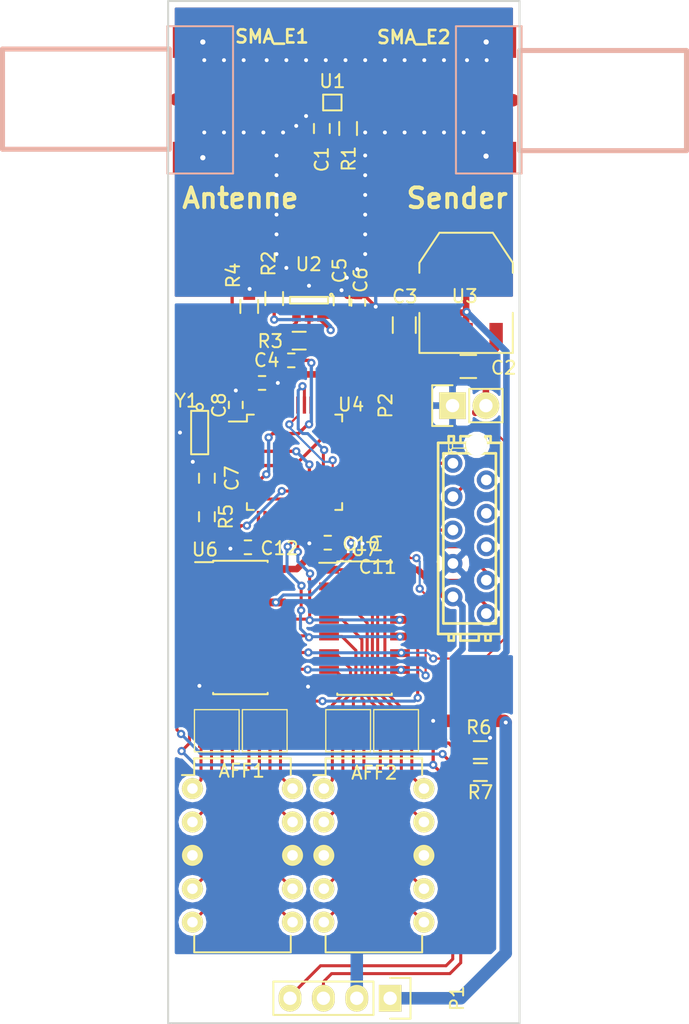
<source format=kicad_pcb>
(kicad_pcb (version 4) (host pcbnew 4.0.2-1.fc23-product)

  (general
    (links 123)
    (no_connects 0)
    (area 135.549499 88.924999 188.300501 166.825001)
    (thickness 1.6)
    (drawings 7)
    (tracks 725)
    (zones 0)
    (modules 37)
    (nets 89)
  )

  (page A4)
  (layers
    (0 F.Cu signal)
    (31 B.Cu signal)
    (32 B.Adhes user)
    (33 F.Adhes user)
    (34 B.Paste user)
    (35 F.Paste user)
    (36 B.SilkS user)
    (37 F.SilkS user)
    (38 B.Mask user)
    (39 F.Mask user)
    (40 Dwgs.User user)
    (41 Cmts.User user)
    (42 Eco1.User user)
    (43 Eco2.User user)
    (44 Edge.Cuts user)
    (45 Margin user)
    (46 B.CrtYd user)
    (47 F.CrtYd user)
    (48 B.Fab user)
    (49 F.Fab user)
  )

  (setup
    (last_trace_width 0.25)
    (user_trace_width 0.152)
    (user_trace_width 0.16)
    (user_trace_width 0.23)
    (user_trace_width 0.356352)
    (user_trace_width 0.5)
    (user_trace_width 0.638258)
    (user_trace_width 0.95)
    (user_trace_width 2.5)
    (trace_clearance 0.16)
    (zone_clearance 0.2)
    (zone_45_only no)
    (trace_min 0.152)
    (segment_width 0.2)
    (edge_width 0.15)
    (via_size 0.63)
    (via_drill 0.3)
    (via_min_size 0.4)
    (via_min_drill 0.3)
    (uvia_size 0.3)
    (uvia_drill 0.1)
    (uvias_allowed no)
    (uvia_min_size 0.2)
    (uvia_min_drill 0.1)
    (pcb_text_width 0.3)
    (pcb_text_size 1.5 1.5)
    (mod_edge_width 0.15)
    (mod_text_size 1 1)
    (mod_text_width 0.15)
    (pad_size 0.50038 0.4)
    (pad_drill 0)
    (pad_to_mask_clearance 0.2)
    (aux_axis_origin 0 0)
    (visible_elements FFFFFF7F)
    (pcbplotparams
      (layerselection 0x010f0_ffffffff)
      (usegerberextensions true)
      (excludeedgelayer true)
      (linewidth 0.100000)
      (plotframeref false)
      (viasonmask false)
      (mode 1)
      (useauxorigin false)
      (hpglpennumber 1)
      (hpglpenspeed 20)
      (hpglpendiameter 15)
      (hpglpenoverlay 2)
      (psnegative false)
      (psa4output false)
      (plotreference true)
      (plotvalue false)
      (plotinvisibletext false)
      (padsonsilk false)
      (subtractmaskfromsilk true)
      (outputformat 1)
      (mirror false)
      (drillshape 0)
      (scaleselection 1)
      (outputdirectory gerber/))
  )

  (net 0 "")
  (net 1 "Net-(C2-Pad1)")
  (net 2 GND)
  (net 3 "Net-(C4-Pad1)")
  (net 4 "Net-(R1-Pad1)")
  (net 5 "Net-(R2-Pad1)")
  (net 6 "Net-(R3-Pad2)")
  (net 7 "Net-(SMA_E1-Pad1)")
  (net 8 "Net-(SMA_E2-Pad1)")
  (net 9 "Net-(C1-Pad2)")
  (net 10 "Net-(U4-Pad2)")
  (net 11 "Net-(U4-Pad3)")
  (net 12 "Net-(U4-Pad4)")
  (net 13 "Net-(U4-Pad5)")
  (net 14 "Net-(U4-Pad6)")
  (net 15 "Net-(U4-Pad10)")
  (net 16 "Net-(U4-Pad12)")
  (net 17 "Net-(U4-Pad13)")
  (net 18 "Net-(U4-Pad14)")
  (net 19 "Net-(U4-Pad15)")
  (net 20 "Net-(U4-Pad16)")
  (net 21 "Net-(U4-Pad17)")
  (net 22 "Net-(U4-Pad20)")
  (net 23 "Net-(U4-Pad25)")
  (net 24 "Net-(U4-Pad26)")
  (net 25 "Net-(U4-Pad27)")
  (net 26 "Net-(U4-Pad28)")
  (net 27 "Net-(U4-Pad29)")
  (net 28 "Net-(U4-Pad32)")
  (net 29 "Net-(U4-Pad33)")
  (net 30 "Net-(U4-Pad35)")
  (net 31 "Net-(U4-Pad36)")
  (net 32 "Net-(U4-Pad38)")
  (net 33 "Net-(U4-Pad40)")
  (net 34 "Net-(U4-Pad43)")
  (net 35 "Net-(U4-Pad45)")
  (net 36 "Net-(U4-Pad46)")
  (net 37 "Net-(C1-Pad1)")
  (net 38 +3V3)
  (net 39 "Net-(C7-Pad2)")
  (net 40 /reset)
  (net 41 /u1_tx)
  (net 42 /u1_rx)
  (net 43 /tms)
  (net 44 /tck)
  (net 45 "Net-(U5-Pad4)")
  (net 46 "Net-(U5-Pad2)")
  (net 47 "Net-(U5-Pad6)")
  (net 48 "Net-(AFF1-Pad1)")
  (net 49 "Net-(AFF1-Pad2)")
  (net 50 "Net-(AFF1-Pad4)")
  (net 51 "Net-(AFF1-Pad5)")
  (net 52 "Net-(AFF1-Pad6)")
  (net 53 "Net-(AFF1-Pad7)")
  (net 54 "Net-(AFF1-Pad9)")
  (net 55 "Net-(AFF1-Pad10)")
  (net 56 "Net-(U6-Pad9)")
  (net 57 "Net-(RP1-Pad1)")
  (net 58 "Net-(RP1-Pad2)")
  (net 59 "Net-(RP1-Pad3)")
  (net 60 "Net-(RP1-Pad4)")
  (net 61 "Net-(RP2-Pad1)")
  (net 62 "Net-(RP2-Pad2)")
  (net 63 "Net-(RP2-Pad3)")
  (net 64 "Net-(RP2-Pad4)")
  (net 65 "Net-(AFF2-Pad1)")
  (net 66 "Net-(AFF2-Pad2)")
  (net 67 "Net-(AFF2-Pad4)")
  (net 68 "Net-(AFF2-Pad5)")
  (net 69 "Net-(AFF2-Pad6)")
  (net 70 "Net-(AFF2-Pad7)")
  (net 71 "Net-(AFF2-Pad9)")
  (net 72 "Net-(AFF2-Pad10)")
  (net 73 "Net-(RP3-Pad1)")
  (net 74 "Net-(RP3-Pad2)")
  (net 75 "Net-(RP3-Pad3)")
  (net 76 "Net-(RP3-Pad4)")
  (net 77 "Net-(RP4-Pad1)")
  (net 78 "Net-(RP4-Pad2)")
  (net 79 "Net-(RP4-Pad3)")
  (net 80 "Net-(RP4-Pad4)")
  (net 81 "Net-(U7-Pad9)")
  (net 82 /spi_cs)
  (net 83 /shift_en)
  (net 84 /oled_scl)
  (net 85 /oled_sda)
  (net 86 /spi_sck)
  (net 87 /spi_mosi)
  (net 88 /shift_clear)

  (net_class Default "Dies ist die voreingestellte Netzklasse."
    (clearance 0.16)
    (trace_width 0.25)
    (via_dia 0.63)
    (via_drill 0.3)
    (uvia_dia 0.3)
    (uvia_drill 0.1)
    (add_net +3V3)
    (add_net /oled_scl)
    (add_net /oled_sda)
    (add_net /reset)
    (add_net /shift_clear)
    (add_net /shift_en)
    (add_net /spi_cs)
    (add_net /spi_mosi)
    (add_net /spi_sck)
    (add_net /tck)
    (add_net /tms)
    (add_net /u1_rx)
    (add_net /u1_tx)
    (add_net GND)
    (add_net "Net-(AFF1-Pad1)")
    (add_net "Net-(AFF1-Pad10)")
    (add_net "Net-(AFF1-Pad2)")
    (add_net "Net-(AFF1-Pad4)")
    (add_net "Net-(AFF1-Pad5)")
    (add_net "Net-(AFF1-Pad6)")
    (add_net "Net-(AFF1-Pad7)")
    (add_net "Net-(AFF1-Pad9)")
    (add_net "Net-(AFF2-Pad1)")
    (add_net "Net-(AFF2-Pad10)")
    (add_net "Net-(AFF2-Pad2)")
    (add_net "Net-(AFF2-Pad4)")
    (add_net "Net-(AFF2-Pad5)")
    (add_net "Net-(AFF2-Pad6)")
    (add_net "Net-(AFF2-Pad7)")
    (add_net "Net-(AFF2-Pad9)")
    (add_net "Net-(C1-Pad1)")
    (add_net "Net-(C1-Pad2)")
    (add_net "Net-(C2-Pad1)")
    (add_net "Net-(C4-Pad1)")
    (add_net "Net-(C7-Pad2)")
    (add_net "Net-(R1-Pad1)")
    (add_net "Net-(R2-Pad1)")
    (add_net "Net-(R3-Pad2)")
    (add_net "Net-(RP1-Pad1)")
    (add_net "Net-(RP1-Pad2)")
    (add_net "Net-(RP1-Pad3)")
    (add_net "Net-(RP1-Pad4)")
    (add_net "Net-(RP2-Pad1)")
    (add_net "Net-(RP2-Pad2)")
    (add_net "Net-(RP2-Pad3)")
    (add_net "Net-(RP2-Pad4)")
    (add_net "Net-(RP3-Pad1)")
    (add_net "Net-(RP3-Pad2)")
    (add_net "Net-(RP3-Pad3)")
    (add_net "Net-(RP3-Pad4)")
    (add_net "Net-(RP4-Pad1)")
    (add_net "Net-(RP4-Pad2)")
    (add_net "Net-(RP4-Pad3)")
    (add_net "Net-(RP4-Pad4)")
    (add_net "Net-(SMA_E1-Pad1)")
    (add_net "Net-(SMA_E2-Pad1)")
    (add_net "Net-(U4-Pad10)")
    (add_net "Net-(U4-Pad12)")
    (add_net "Net-(U4-Pad13)")
    (add_net "Net-(U4-Pad14)")
    (add_net "Net-(U4-Pad15)")
    (add_net "Net-(U4-Pad16)")
    (add_net "Net-(U4-Pad17)")
    (add_net "Net-(U4-Pad2)")
    (add_net "Net-(U4-Pad20)")
    (add_net "Net-(U4-Pad25)")
    (add_net "Net-(U4-Pad26)")
    (add_net "Net-(U4-Pad27)")
    (add_net "Net-(U4-Pad28)")
    (add_net "Net-(U4-Pad29)")
    (add_net "Net-(U4-Pad3)")
    (add_net "Net-(U4-Pad32)")
    (add_net "Net-(U4-Pad33)")
    (add_net "Net-(U4-Pad35)")
    (add_net "Net-(U4-Pad36)")
    (add_net "Net-(U4-Pad38)")
    (add_net "Net-(U4-Pad4)")
    (add_net "Net-(U4-Pad40)")
    (add_net "Net-(U4-Pad43)")
    (add_net "Net-(U4-Pad45)")
    (add_net "Net-(U4-Pad46)")
    (add_net "Net-(U4-Pad5)")
    (add_net "Net-(U4-Pad6)")
    (add_net "Net-(U5-Pad2)")
    (add_net "Net-(U5-Pad4)")
    (add_net "Net-(U5-Pad6)")
    (add_net "Net-(U6-Pad9)")
    (add_net "Net-(U7-Pad9)")
  )

  (module Housings_DIP:DIP-10_W7.62mm (layer F.Cu) (tedit 57115F84) (tstamp 571157D1)
    (at 150.35 148.9)
    (descr "10-lead dip package, row spacing 7.62 mm (300 mils)")
    (tags "dil dip 2.54 300")
    (path /571157B1)
    (fp_text reference AFF1 (at 3.75 -1.35) (layer F.SilkS)
      (effects (font (size 1 1) (thickness 0.15)))
    )
    (fp_text value 7SEGMENTS (at 3.05 4.5) (layer F.Fab) hide
      (effects (font (size 1 1) (thickness 0.15)))
    )
    (fp_line (start -1.05 -2.45) (end -1.05 12.65) (layer F.CrtYd) (width 0.05))
    (fp_line (start 8.65 -2.45) (end 8.65 12.65) (layer F.CrtYd) (width 0.05))
    (fp_line (start -1.05 -2.45) (end 8.65 -2.45) (layer F.CrtYd) (width 0.05))
    (fp_line (start -1.05 12.65) (end 8.65 12.65) (layer F.CrtYd) (width 0.05))
    (fp_line (start 0.135 -2.295) (end 0.135 -1.025) (layer F.SilkS) (width 0.15))
    (fp_line (start 7.485 -2.295) (end 7.485 -1.025) (layer F.SilkS) (width 0.15))
    (fp_line (start 7.485 12.455) (end 7.485 11.185) (layer F.SilkS) (width 0.15))
    (fp_line (start 0.135 12.455) (end 0.135 11.185) (layer F.SilkS) (width 0.15))
    (fp_line (start 0.135 -2.295) (end 7.485 -2.295) (layer F.SilkS) (width 0.15))
    (fp_line (start 0.135 12.455) (end 7.485 12.455) (layer F.SilkS) (width 0.15))
    (fp_line (start 0.135 -1.025) (end -0.8 -1.025) (layer F.SilkS) (width 0.15))
    (pad 1 thru_hole oval (at 0 0) (size 1.6 1.6) (drill 0.8) (layers *.Cu *.Mask F.SilkS)
      (net 48 "Net-(AFF1-Pad1)"))
    (pad 2 thru_hole oval (at 0 2.54) (size 1.6 1.6) (drill 0.8) (layers *.Cu *.Mask F.SilkS)
      (net 49 "Net-(AFF1-Pad2)"))
    (pad 3 thru_hole oval (at 0 5.08) (size 1.6 1.6) (drill 0.8) (layers *.Cu *.Mask F.SilkS)
      (net 38 +3V3))
    (pad 4 thru_hole oval (at 0 7.62) (size 1.6 1.6) (drill 0.8) (layers *.Cu *.Mask F.SilkS)
      (net 50 "Net-(AFF1-Pad4)"))
    (pad 5 thru_hole oval (at 0 10.16) (size 1.6 1.6) (drill 0.8) (layers *.Cu *.Mask F.SilkS)
      (net 51 "Net-(AFF1-Pad5)"))
    (pad 6 thru_hole oval (at 7.62 10.16) (size 1.6 1.6) (drill 0.8) (layers *.Cu *.Mask F.SilkS)
      (net 52 "Net-(AFF1-Pad6)"))
    (pad 7 thru_hole oval (at 7.62 7.62) (size 1.6 1.6) (drill 0.8) (layers *.Cu *.Mask F.SilkS)
      (net 53 "Net-(AFF1-Pad7)"))
    (pad 8 thru_hole oval (at 7.62 5.08) (size 1.6 1.6) (drill 0.8) (layers *.Cu *.Mask F.SilkS)
      (net 38 +3V3))
    (pad 9 thru_hole oval (at 7.62 2.54) (size 1.6 1.6) (drill 0.8) (layers *.Cu *.Mask F.SilkS)
      (net 54 "Net-(AFF1-Pad9)"))
    (pad 10 thru_hole oval (at 7.62 0) (size 1.6 1.6) (drill 0.8) (layers *.Cu *.Mask F.SilkS)
      (net 55 "Net-(AFF1-Pad10)"))
    (model Housings_DIP.3dshapes/DIP-10_W7.62mm.wrl
      (at (xyz 0 0 0))
      (scale (xyz 1 1 1))
      (rotate (xyz 0 0 0))
    )
  )

  (module Philipp:MICROMATCH-10 (layer F.Cu) (tedit 57114641) (tstamp 57113951)
    (at 171.45 129.875 90)
    (descr "MICROMATCH 10  8-215464-0 / 1-215464-0")
    (tags "MICROMATCH 10  8-215464-0 / 1-215464-0")
    (path /5711183E)
    (attr virtual)
    (fp_text reference U5 (at 6.4516 -3.5052 90) (layer Dwgs.User)
      (effects (font (size 1.27 1.27) (thickness 0.0889)))
    )
    (fp_text value STM32_mmvisual_JTAG (at -1.905 3.175 90) (layer Dwgs.User) hide
      (effects (font (size 1.27 1.27) (thickness 0.0889)))
    )
    (fp_line (start -7.36854 -0.6985) (end -7.76986 -0.6985) (layer F.SilkS) (width 0.2032))
    (fp_line (start -7.76986 -0.6985) (end -7.76986 0.6985) (layer F.SilkS) (width 0.2032))
    (fp_line (start -7.76986 0.6985) (end -7.36854 0.6985) (layer F.SilkS) (width 0.2032))
    (fp_line (start -7.36854 1.19888) (end -7.76986 1.19888) (layer F.SilkS) (width 0.2032))
    (fp_line (start -7.76986 1.19888) (end -7.76986 1.59766) (layer F.SilkS) (width 0.2032))
    (fp_line (start -7.76986 1.59766) (end -7.36854 1.59766) (layer F.SilkS) (width 0.2032))
    (fp_line (start -7.36854 -1.59766) (end -7.76986 -1.59766) (layer F.SilkS) (width 0.2032))
    (fp_line (start -7.76986 -1.59766) (end -7.76986 -1.19888) (layer F.SilkS) (width 0.2032))
    (fp_line (start -7.76986 -1.19888) (end -7.36854 -1.19888) (layer F.SilkS) (width 0.2032))
    (fp_line (start -7.26948 -2.39776) (end -7.26948 2.39776) (layer F.SilkS) (width 0.2032))
    (fp_line (start -6.46938 -1.99898) (end -6.46938 1.99898) (layer F.SilkS) (width 0.2032))
    (fp_line (start 7.16788 -1.59766) (end 6.86816 -1.59766) (layer F.SilkS) (width 0.1016))
    (fp_line (start 6.86816 -1.59766) (end 6.56844 -1.59766) (layer F.SilkS) (width 0.1016))
    (fp_line (start 7.16788 0) (end 6.86816 0) (layer F.SilkS) (width 0.1016))
    (fp_line (start 6.86816 0) (end 6.56844 0) (layer F.SilkS) (width 0.1016))
    (fp_line (start 6.86816 0) (end 6.56844 -0.29972) (layer F.SilkS) (width 0.1016))
    (fp_line (start 6.86816 -1.59766) (end 6.56844 -1.29794) (layer F.SilkS) (width 0.1016))
    (fp_line (start 6.7691 -1.39954) (end 6.86816 -1.29794) (layer F.SilkS) (width 0.1016))
    (fp_line (start 7.16788 -1.29794) (end 6.86816 -1.29794) (layer F.SilkS) (width 0.1016))
    (fp_line (start 6.86816 -1.29794) (end 6.86816 -0.29972) (layer F.SilkS) (width 0.1016))
    (fp_line (start 6.86816 -0.29972) (end 7.16788 -0.29972) (layer F.SilkS) (width 0.1016))
    (fp_line (start 6.7691 -0.19812) (end 6.86816 -0.29972) (layer F.SilkS) (width 0.1016))
    (fp_line (start 7.36854 0.6985) (end 7.76986 0.6985) (layer F.SilkS) (width 0.2032))
    (fp_line (start 7.76986 0.6985) (end 7.76986 -0.6985) (layer F.SilkS) (width 0.2032))
    (fp_line (start 7.76986 -0.6985) (end 7.36854 -0.6985) (layer F.SilkS) (width 0.2032))
    (fp_line (start 7.36854 -1.19888) (end 7.76986 -1.19888) (layer F.SilkS) (width 0.2032))
    (fp_line (start 7.76986 -1.19888) (end 7.76986 -1.59766) (layer F.SilkS) (width 0.2032))
    (fp_line (start 7.76986 -1.59766) (end 7.36854 -1.59766) (layer F.SilkS) (width 0.2032))
    (fp_line (start 7.36854 1.59766) (end 7.76986 1.59766) (layer F.SilkS) (width 0.2032))
    (fp_line (start 7.76986 1.59766) (end 7.76986 1.19888) (layer F.SilkS) (width 0.2032))
    (fp_line (start 7.76986 1.19888) (end 7.36854 1.19888) (layer F.SilkS) (width 0.2032))
    (fp_line (start 7.26948 2.39776) (end 7.26948 -2.39776) (layer F.SilkS) (width 0.2032))
    (fp_line (start 6.46938 -1.99898) (end -6.46938 -1.99898) (layer F.SilkS) (width 0.2032))
    (fp_line (start 7.26948 -2.39776) (end -7.26948 -2.39776) (layer F.SilkS) (width 0.2032))
    (fp_line (start 7.26948 2.39776) (end -7.26948 2.39776) (layer F.SilkS) (width 0.2032))
    (fp_line (start 6.46938 1.99898) (end 6.46938 -1.99898) (layer F.SilkS) (width 0.2032))
    (fp_line (start 6.46938 1.99898) (end -6.46938 1.99898) (layer F.SilkS) (width 0.2032))
    (pad 1 thru_hole circle (at 5.715 -1.27 90) (size 1.45 1.45) (drill 0.8128) (layers *.Cu *.Mask)
      (net 40 /reset))
    (pad 2 thru_hole circle (at 4.445 1.27 90) (size 1.45 1.45) (drill 0.8128) (layers *.Cu *.Mask)
      (net 46 "Net-(U5-Pad2)"))
    (pad 3 thru_hole circle (at 3.175 -1.27 90) (size 1.45 1.45) (drill 0.8128) (layers *.Cu *.Mask)
      (net 44 /tck))
    (pad 4 thru_hole circle (at 1.905 1.27 90) (size 1.45 1.45) (drill 0.8128) (layers *.Cu *.Mask)
      (net 45 "Net-(U5-Pad4)"))
    (pad 5 thru_hole circle (at 0.635 -1.27 90) (size 1.45 1.45) (drill 0.8128) (layers *.Cu *.Mask)
      (net 43 /tms))
    (pad 6 thru_hole circle (at -0.635 1.27 90) (size 1.45 1.45) (drill 0.8128) (layers *.Cu *.Mask)
      (net 47 "Net-(U5-Pad6)") (zone_connect 1))
    (pad 7 thru_hole circle (at -1.905 -1.27 90) (size 1.45 1.45) (drill 0.8128) (layers *.Cu *.Mask)
      (net 2 GND))
    (pad 8 thru_hole circle (at -3.175 1.27 90) (size 1.45 1.45) (drill 0.8128) (layers *.Cu *.Mask)
      (net 42 /u1_rx))
    (pad 9 thru_hole circle (at -4.445 -1.27 90) (size 1.45 1.45) (drill 0.8128) (layers *.Cu *.Mask)
      (net 38 +3V3))
    (pad 10 thru_hole circle (at -5.715 1.27 90) (size 1.45 1.45) (drill 0.8128) (layers *.Cu *.Mask)
      (net 41 /u1_tx))
    (pad "" np_thru_hole circle (at 7.115 0.53 90) (size 1.6 1.6) (drill 1.6) (layers *.Cu *.Mask F.SilkS))
    (model "F:/Daten in Bearbeitung/GitHub/WLAN_230V_Controller/PCB/kicad_libs/rechte_unklar/Micro-MaTch_10.wrl"
      (at (xyz 0 0 0))
      (scale (xyz 0.393701 0.393701 0.393701))
      (rotate (xyz -90 0 0))
    )
  )

  (module Resistors_SMD:R_0805 (layer F.Cu) (tedit 5711449C) (tstamp 571035F1)
    (at 171.35 116.8 180)
    (descr "Resistor SMD 0805, reflow soldering, Vishay (see dcrcw.pdf)")
    (tags "resistor 0805")
    (path /571030A9)
    (attr smd)
    (fp_text reference C2 (at -2.6928 -0.1013 180) (layer F.SilkS)
      (effects (font (size 1 1) (thickness 0.15)))
    )
    (fp_text value 10uF (at 3.6072 -0.1263 180) (layer F.Fab)
      (effects (font (size 1 1) (thickness 0.15)))
    )
    (fp_line (start -1.6 -1) (end 1.6 -1) (layer F.CrtYd) (width 0.05))
    (fp_line (start -1.6 1) (end 1.6 1) (layer F.CrtYd) (width 0.05))
    (fp_line (start -1.6 -1) (end -1.6 1) (layer F.CrtYd) (width 0.05))
    (fp_line (start 1.6 -1) (end 1.6 1) (layer F.CrtYd) (width 0.05))
    (fp_line (start 0.6 0.875) (end -0.6 0.875) (layer F.SilkS) (width 0.15))
    (fp_line (start -0.6 -0.875) (end 0.6 -0.875) (layer F.SilkS) (width 0.15))
    (pad 1 smd rect (at -0.95 0 180) (size 0.7 1.3) (layers F.Cu F.Paste F.Mask)
      (net 1 "Net-(C2-Pad1)"))
    (pad 2 smd rect (at 0.95 0 180) (size 0.7 1.3) (layers F.Cu F.Paste F.Mask)
      (net 2 GND))
    (model Resistors_SMD.3dshapes/R_0805.wrl
      (at (xyz 0 0 0))
      (scale (xyz 1 1 1))
      (rotate (xyz 0 0 0))
    )
  )

  (module Resistors_SMD:R_0805 (layer F.Cu) (tedit 57114493) (tstamp 571035F7)
    (at 166.475 113.65 270)
    (descr "Resistor SMD 0805, reflow soldering, Vishay (see dcrcw.pdf)")
    (tags "resistor 0805")
    (path /57102FF1)
    (attr smd)
    (fp_text reference C3 (at -2.1737 -0.0478 360) (layer F.SilkS)
      (effects (font (size 1 1) (thickness 0.15)))
    )
    (fp_text value 10uF (at 2.9013 0.0272 360) (layer F.Fab)
      (effects (font (size 1 1) (thickness 0.15)))
    )
    (fp_line (start -1.6 -1) (end 1.6 -1) (layer F.CrtYd) (width 0.05))
    (fp_line (start -1.6 1) (end 1.6 1) (layer F.CrtYd) (width 0.05))
    (fp_line (start -1.6 -1) (end -1.6 1) (layer F.CrtYd) (width 0.05))
    (fp_line (start 1.6 -1) (end 1.6 1) (layer F.CrtYd) (width 0.05))
    (fp_line (start 0.6 0.875) (end -0.6 0.875) (layer F.SilkS) (width 0.15))
    (fp_line (start -0.6 -0.875) (end 0.6 -0.875) (layer F.SilkS) (width 0.15))
    (pad 1 smd rect (at -0.95 0 270) (size 0.7 1.3) (layers F.Cu F.Paste F.Mask)
      (net 38 +3V3))
    (pad 2 smd rect (at 0.95 0 270) (size 0.7 1.3) (layers F.Cu F.Paste F.Mask)
      (net 2 GND))
    (model Resistors_SMD.3dshapes/R_0805.wrl
      (at (xyz 0 0 0))
      (scale (xyz 1 1 1))
      (rotate (xyz 0 0 0))
    )
  )

  (module Resistors_SMD:R_0402 (layer F.Cu) (tedit 571145B1) (tstamp 571035FD)
    (at 157.8722 116.3337 180)
    (descr "Resistor SMD 0402, reflow soldering, Vishay (see dcrcw.pdf)")
    (tags "resistor 0402")
    (path /570D89F9)
    (attr smd)
    (fp_text reference C4 (at 1.8722 0.0087 180) (layer F.SilkS)
      (effects (font (size 1 1) (thickness 0.15)))
    )
    (fp_text value 100nF (at 5.0722 0.0337 180) (layer F.Fab)
      (effects (font (size 1 1) (thickness 0.15)))
    )
    (fp_line (start -0.95 -0.65) (end 0.95 -0.65) (layer F.CrtYd) (width 0.05))
    (fp_line (start -0.95 0.65) (end 0.95 0.65) (layer F.CrtYd) (width 0.05))
    (fp_line (start -0.95 -0.65) (end -0.95 0.65) (layer F.CrtYd) (width 0.05))
    (fp_line (start 0.95 -0.65) (end 0.95 0.65) (layer F.CrtYd) (width 0.05))
    (fp_line (start 0.25 -0.525) (end -0.25 -0.525) (layer F.SilkS) (width 0.15))
    (fp_line (start -0.25 0.525) (end 0.25 0.525) (layer F.SilkS) (width 0.15))
    (pad 1 smd rect (at -0.45 0 180) (size 0.4 0.6) (layers F.Cu F.Paste F.Mask)
      (net 3 "Net-(C4-Pad1)"))
    (pad 2 smd rect (at 0.45 0 180) (size 0.4 0.6) (layers F.Cu F.Paste F.Mask)
      (net 2 GND))
    (model Resistors_SMD.3dshapes/R_0402.wrl
      (at (xyz 0 0 0))
      (scale (xyz 1 1 1))
      (rotate (xyz 0 0 0))
    )
  )

  (module Resistors_SMD:R_0402 (layer F.Cu) (tedit 5711460E) (tstamp 57103603)
    (at 162.9722 111.9337 90)
    (descr "Resistor SMD 0402, reflow soldering, Vishay (see dcrcw.pdf)")
    (tags "resistor 0402")
    (path /570D77A5)
    (attr smd)
    (fp_text reference C6 (at 1.7087 0.1778 90) (layer F.SilkS)
      (effects (font (size 1 1) (thickness 0.15)))
    )
    (fp_text value 100nF (at -3.3663 0.3278 90) (layer F.Fab)
      (effects (font (size 1 1) (thickness 0.15)))
    )
    (fp_line (start -0.95 -0.65) (end 0.95 -0.65) (layer F.CrtYd) (width 0.05))
    (fp_line (start -0.95 0.65) (end 0.95 0.65) (layer F.CrtYd) (width 0.05))
    (fp_line (start -0.95 -0.65) (end -0.95 0.65) (layer F.CrtYd) (width 0.05))
    (fp_line (start 0.95 -0.65) (end 0.95 0.65) (layer F.CrtYd) (width 0.05))
    (fp_line (start 0.25 -0.525) (end -0.25 -0.525) (layer F.SilkS) (width 0.15))
    (fp_line (start -0.25 0.525) (end 0.25 0.525) (layer F.SilkS) (width 0.15))
    (pad 1 smd rect (at -0.45 0 90) (size 0.4 0.6) (layers F.Cu F.Paste F.Mask)
      (net 38 +3V3))
    (pad 2 smd rect (at 0.45 0 90) (size 0.4 0.6) (layers F.Cu F.Paste F.Mask)
      (net 2 GND))
    (model Resistors_SMD.3dshapes/R_0402.wrl
      (at (xyz 0 0 0))
      (scale (xyz 1 1 1))
      (rotate (xyz 0 0 0))
    )
  )

  (module Resistors_SMD:R_0603 (layer F.Cu) (tedit 5711467A) (tstamp 57103609)
    (at 162.2 98.7 270)
    (descr "Resistor SMD 0603, reflow soldering, Vishay (see dcrcw.pdf)")
    (tags "resistor 0603")
    (path /570BFBEB)
    (attr smd)
    (fp_text reference R1 (at 2.3 -0.05 270) (layer F.SilkS)
      (effects (font (size 1 1) (thickness 0.15)))
    )
    (fp_text value 50R (at 0.9 -2 270) (layer F.Fab)
      (effects (font (size 1 1) (thickness 0.15)))
    )
    (fp_line (start -1.3 -0.8) (end 1.3 -0.8) (layer F.CrtYd) (width 0.05))
    (fp_line (start -1.3 0.8) (end 1.3 0.8) (layer F.CrtYd) (width 0.05))
    (fp_line (start -1.3 -0.8) (end -1.3 0.8) (layer F.CrtYd) (width 0.05))
    (fp_line (start 1.3 -0.8) (end 1.3 0.8) (layer F.CrtYd) (width 0.05))
    (fp_line (start 0.5 0.675) (end -0.5 0.675) (layer F.SilkS) (width 0.15))
    (fp_line (start -0.5 -0.675) (end 0.5 -0.675) (layer F.SilkS) (width 0.15))
    (pad 1 smd rect (at -0.75 0 270) (size 0.5 0.9) (layers F.Cu F.Paste F.Mask)
      (net 4 "Net-(R1-Pad1)"))
    (pad 2 smd rect (at 0.75 0 270) (size 0.5 0.9) (layers F.Cu F.Paste F.Mask)
      (net 2 GND))
    (model Resistors_SMD.3dshapes/R_0603.wrl
      (at (xyz 0 0 0))
      (scale (xyz 1 1 1))
      (rotate (xyz 0 0 0))
    )
  )

  (module Resistors_SMD:R_0603 (layer F.Cu) (tedit 57114595) (tstamp 5710360F)
    (at 156.5722 111.6337 270)
    (descr "Resistor SMD 0603, reflow soldering, Vishay (see dcrcw.pdf)")
    (tags "resistor 0603")
    (path /570D8706)
    (attr smd)
    (fp_text reference R2 (at -2.6587 0.4222 270) (layer F.SilkS)
      (effects (font (size 1 1) (thickness 0.15)))
    )
    (fp_text value 22k (at -3.1337 -0.9028 270) (layer F.Fab)
      (effects (font (size 1 1) (thickness 0.15)))
    )
    (fp_line (start -1.3 -0.8) (end 1.3 -0.8) (layer F.CrtYd) (width 0.05))
    (fp_line (start -1.3 0.8) (end 1.3 0.8) (layer F.CrtYd) (width 0.05))
    (fp_line (start -1.3 -0.8) (end -1.3 0.8) (layer F.CrtYd) (width 0.05))
    (fp_line (start 1.3 -0.8) (end 1.3 0.8) (layer F.CrtYd) (width 0.05))
    (fp_line (start 0.5 0.675) (end -0.5 0.675) (layer F.SilkS) (width 0.15))
    (fp_line (start -0.5 -0.675) (end 0.5 -0.675) (layer F.SilkS) (width 0.15))
    (pad 1 smd rect (at -0.75 0 270) (size 0.5 0.9) (layers F.Cu F.Paste F.Mask)
      (net 5 "Net-(R2-Pad1)"))
    (pad 2 smd rect (at 0.75 0 270) (size 0.5 0.9) (layers F.Cu F.Paste F.Mask)
      (net 38 +3V3))
    (model Resistors_SMD.3dshapes/R_0603.wrl
      (at (xyz 0 0 0))
      (scale (xyz 1 1 1))
      (rotate (xyz 0 0 0))
    )
  )

  (module Resistors_SMD:R_0603 (layer F.Cu) (tedit 571145AE) (tstamp 57103615)
    (at 158.4722 114.8337 180)
    (descr "Resistor SMD 0603, reflow soldering, Vishay (see dcrcw.pdf)")
    (tags "resistor 0603")
    (path /570D880A)
    (attr smd)
    (fp_text reference R3 (at 2.1972 -0.0413 180) (layer F.SilkS)
      (effects (font (size 1 1) (thickness 0.15)))
    )
    (fp_text value 10k (at 4.7722 -0.0663 180) (layer F.Fab)
      (effects (font (size 1 1) (thickness 0.15)))
    )
    (fp_line (start -1.3 -0.8) (end 1.3 -0.8) (layer F.CrtYd) (width 0.05))
    (fp_line (start -1.3 0.8) (end 1.3 0.8) (layer F.CrtYd) (width 0.05))
    (fp_line (start -1.3 -0.8) (end -1.3 0.8) (layer F.CrtYd) (width 0.05))
    (fp_line (start 1.3 -0.8) (end 1.3 0.8) (layer F.CrtYd) (width 0.05))
    (fp_line (start 0.5 0.675) (end -0.5 0.675) (layer F.SilkS) (width 0.15))
    (fp_line (start -0.5 -0.675) (end 0.5 -0.675) (layer F.SilkS) (width 0.15))
    (pad 1 smd rect (at -0.75 0 180) (size 0.5 0.9) (layers F.Cu F.Paste F.Mask)
      (net 3 "Net-(C4-Pad1)"))
    (pad 2 smd rect (at 0.75 0 180) (size 0.5 0.9) (layers F.Cu F.Paste F.Mask)
      (net 6 "Net-(R3-Pad2)"))
    (model Resistors_SMD.3dshapes/R_0603.wrl
      (at (xyz 0 0 0))
      (scale (xyz 1 1 1))
      (rotate (xyz 0 0 0))
    )
  )

  (module Resistors_SMD:R_0603 (layer F.Cu) (tedit 5711459C) (tstamp 5710361B)
    (at 154.6722 112.2337 90)
    (descr "Resistor SMD 0603, reflow soldering, Vishay (see dcrcw.pdf)")
    (tags "resistor 0603")
    (path /570D8846)
    (attr smd)
    (fp_text reference R4 (at 2.3587 -1.2222 90) (layer F.SilkS)
      (effects (font (size 1 1) (thickness 0.15)))
    )
    (fp_text value 10k (at 2.8337 0.0528 90) (layer F.Fab)
      (effects (font (size 1 1) (thickness 0.15)))
    )
    (fp_line (start -1.3 -0.8) (end 1.3 -0.8) (layer F.CrtYd) (width 0.05))
    (fp_line (start -1.3 0.8) (end 1.3 0.8) (layer F.CrtYd) (width 0.05))
    (fp_line (start -1.3 -0.8) (end -1.3 0.8) (layer F.CrtYd) (width 0.05))
    (fp_line (start 1.3 -0.8) (end 1.3 0.8) (layer F.CrtYd) (width 0.05))
    (fp_line (start 0.5 0.675) (end -0.5 0.675) (layer F.SilkS) (width 0.15))
    (fp_line (start -0.5 -0.675) (end 0.5 -0.675) (layer F.SilkS) (width 0.15))
    (pad 1 smd rect (at -0.75 0 90) (size 0.5 0.9) (layers F.Cu F.Paste F.Mask)
      (net 6 "Net-(R3-Pad2)"))
    (pad 2 smd rect (at 0.75 0 90) (size 0.5 0.9) (layers F.Cu F.Paste F.Mask)
      (net 2 GND))
    (model Resistors_SMD.3dshapes/R_0603.wrl
      (at (xyz 0 0 0))
      (scale (xyz 1 1 1))
      (rotate (xyz 0 0 0))
    )
  )

  (module Toni:SMA_EDGE_Johnson_142-0701-801 (layer B.Cu) (tedit 571146CF) (tstamp 57103623)
    (at 142.24 96.52 180)
    (path /570D6441)
    (fp_text reference SMA_E1 (at -14.16 4.82 180) (layer F.SilkS)
      (effects (font (size 1 1) (thickness 0.2)))
    )
    (fp_text value SMA_out (at 0 -1.24 180) (layer B.SilkS) hide
      (effects (font (thickness 0.3048)) (justify mirror))
    )
    (fp_line (start -6.2 5.6) (end -6.3 5.6) (layer B.SilkS) (width 0.15))
    (fp_line (start -6.3 5.6) (end -11.2 5.6) (layer B.SilkS) (width 0.15))
    (fp_line (start -11.2 5.6) (end -11.2 -5.6) (layer B.SilkS) (width 0.15))
    (fp_line (start -11.2 -5.6) (end -6.2 -5.6) (layer B.SilkS) (width 0.15))
    (fp_line (start -6.2 -5.6) (end -6.2 5.6) (layer B.SilkS) (width 0.15))
    (fp_line (start -6.35 3.8654) (end -6.35 -3.7546) (layer B.SilkS) (width 0.381))
    (fp_line (start -6.35 -3.7546) (end 6.35 -3.7546) (layer B.SilkS) (width 0.381))
    (fp_line (start 6.35 -3.7546) (end 6.35 3.8654) (layer B.SilkS) (width 0.381))
    (fp_line (start 6.35 3.8654) (end -6.35 3.8654) (layer B.SilkS) (width 0.381))
    (pad 0 connect rect (at -8.9 4.4 180) (size 4.572 2.413) (layers *.Mask F.Cu)
      (net 2 GND))
    (pad 1 connect trapezoid (at -6.858 0.03 180) (size 0.50038 0.4) (rect_delta 0.2 0 ) (layers F.Cu F.Mask)
      (net 7 "Net-(SMA_E1-Pad1)"))
    (pad 2 connect rect (at -8.9 -4.4 180) (size 4.572 2.413) (layers *.Mask F.Cu)
      (net 2 GND))
    (pad 1 connect rect (at -9.144 0.03 180) (size 4.07162 0.7) (layers F.Cu F.Mask)
      (net 7 "Net-(SMA_E1-Pad1)"))
    (model SMA_EDGE.wrl
      (at (xyz -0.205 -0.05 -0.12))
      (scale (xyz 1.3 1.3 1.3))
      (rotate (xyz 270 0 180))
    )
  )

  (module Toni:SMA_EDGE_Johnson_142-0701-801 (layer B.Cu) (tedit 571146BD) (tstamp 5710362B)
    (at 181.61 96.52)
    (path /570D66BE)
    (fp_text reference SMA_E2 (at -14.41 -4.77 180) (layer F.SilkS)
      (effects (font (size 1 1) (thickness 0.2)))
    )
    (fp_text value SMA_in (at 0 -1.24) (layer B.SilkS) hide
      (effects (font (thickness 0.3048)) (justify mirror))
    )
    (fp_line (start -6.2 5.6) (end -6.3 5.6) (layer B.SilkS) (width 0.15))
    (fp_line (start -6.3 5.6) (end -11.2 5.6) (layer B.SilkS) (width 0.15))
    (fp_line (start -11.2 5.6) (end -11.2 -5.6) (layer B.SilkS) (width 0.15))
    (fp_line (start -11.2 -5.6) (end -6.2 -5.6) (layer B.SilkS) (width 0.15))
    (fp_line (start -6.2 -5.6) (end -6.2 5.6) (layer B.SilkS) (width 0.15))
    (fp_line (start -6.35 3.8654) (end -6.35 -3.7546) (layer B.SilkS) (width 0.381))
    (fp_line (start -6.35 -3.7546) (end 6.35 -3.7546) (layer B.SilkS) (width 0.381))
    (fp_line (start 6.35 -3.7546) (end 6.35 3.8654) (layer B.SilkS) (width 0.381))
    (fp_line (start 6.35 3.8654) (end -6.35 3.8654) (layer B.SilkS) (width 0.381))
    (pad 0 connect rect (at -8.9 4.4) (size 4.572 2.413) (layers *.Mask F.Cu)
      (net 2 GND))
    (pad 1 connect trapezoid (at -6.858 0.03) (size 0.50038 0.4) (rect_delta 0.2 0 ) (layers F.Cu F.Mask)
      (net 8 "Net-(SMA_E2-Pad1)"))
    (pad 2 connect rect (at -8.9 -4.4) (size 4.572 2.413) (layers *.Mask F.Cu)
      (net 2 GND))
    (pad 1 connect rect (at -9.144 0.03) (size 4.07162 0.7) (layers F.Cu F.Mask)
      (net 8 "Net-(SMA_E2-Pad1)"))
    (model SMA_EDGE.wrl
      (at (xyz -0.205 -0.05 -0.12))
      (scale (xyz 1.3 1.3 1.3))
      (rotate (xyz 270 0 180))
    )
  )

  (module TO_SOT_Packages_SMD:SOT-23-6 (layer F.Cu) (tedit 57114570) (tstamp 57103635)
    (at 159.2222 111.7587 270)
    (descr "6-pin SOT-23 package")
    (tags SOT-23-6)
    (path /570D7DEA)
    (attr smd)
    (fp_text reference U2 (at -2.7337 0.0222 360) (layer F.SilkS)
      (effects (font (size 1 1) (thickness 0.15)))
    )
    (fp_text value LTC5530 (at -2.7337 6.7722 360) (layer F.Fab) hide
      (effects (font (size 1 1) (thickness 0.15)))
    )
    (fp_circle (center -0.4 -1.7) (end -0.3 -1.7) (layer F.SilkS) (width 0.15))
    (fp_line (start 0.25 -1.45) (end -0.25 -1.45) (layer F.SilkS) (width 0.15))
    (fp_line (start 0.25 1.45) (end 0.25 -1.45) (layer F.SilkS) (width 0.15))
    (fp_line (start -0.25 1.45) (end 0.25 1.45) (layer F.SilkS) (width 0.15))
    (fp_line (start -0.25 -1.45) (end -0.25 1.45) (layer F.SilkS) (width 0.15))
    (pad 1 smd rect (at -1.1 -0.95 270) (size 1.06 0.65) (layers F.Cu F.Paste F.Mask)
      (net 9 "Net-(C1-Pad2)"))
    (pad 2 smd rect (at -1.1 0 270) (size 1.06 0.65) (layers F.Cu F.Paste F.Mask)
      (net 2 GND))
    (pad 3 smd rect (at -1.1 0.95 270) (size 1.06 0.65) (layers F.Cu F.Paste F.Mask)
      (net 5 "Net-(R2-Pad1)"))
    (pad 4 smd rect (at 1.1 0.95 270) (size 1.06 0.65) (layers F.Cu F.Paste F.Mask)
      (net 6 "Net-(R3-Pad2)"))
    (pad 6 smd rect (at 1.1 -0.95 270) (size 1.06 0.65) (layers F.Cu F.Paste F.Mask)
      (net 38 +3V3))
    (pad 5 smd rect (at 1.1 0 270) (size 1.06 0.65) (layers F.Cu F.Paste F.Mask)
      (net 3 "Net-(C4-Pad1)"))
    (model TO_SOT_Packages_SMD.3dshapes/SOT-23-6.wrl
      (at (xyz 0 0 0))
      (scale (xyz 1 1 1))
      (rotate (xyz 0 0 0))
    )
  )

  (module TO_SOT_Packages_SMD:SOT-223 (layer F.Cu) (tedit 5711448B) (tstamp 5710363D)
    (at 171.1822 111.1987)
    (descr "module CMS SOT223 4 pins")
    (tags "CMS SOT")
    (path /571036F5)
    (attr smd)
    (fp_text reference U3 (at -0.1072 0.2513) (layer F.SilkS)
      (effects (font (size 1 1) (thickness 0.15)))
    )
    (fp_text value LM1117_SOT223 (at 3.7428 3.3263) (layer F.Fab) hide
      (effects (font (size 1 1) (thickness 0.15)))
    )
    (fp_line (start -3.556 1.524) (end -3.556 4.572) (layer F.SilkS) (width 0.15))
    (fp_line (start -3.556 4.572) (end 3.556 4.572) (layer F.SilkS) (width 0.15))
    (fp_line (start 3.556 4.572) (end 3.556 1.524) (layer F.SilkS) (width 0.15))
    (fp_line (start -3.556 -1.524) (end -3.556 -2.286) (layer F.SilkS) (width 0.15))
    (fp_line (start -3.556 -2.286) (end -2.032 -4.572) (layer F.SilkS) (width 0.15))
    (fp_line (start -2.032 -4.572) (end 2.032 -4.572) (layer F.SilkS) (width 0.15))
    (fp_line (start 2.032 -4.572) (end 3.556 -2.286) (layer F.SilkS) (width 0.15))
    (fp_line (start 3.556 -2.286) (end 3.556 -1.524) (layer F.SilkS) (width 0.15))
    (pad 4 smd rect (at 0 -3.302) (size 3.6576 2.032) (layers F.Cu F.Paste F.Mask)
      (net 38 +3V3))
    (pad 2 smd rect (at 0 3.302) (size 1.016 2.032) (layers F.Cu F.Paste F.Mask)
      (net 38 +3V3))
    (pad 3 smd rect (at 2.286 3.302) (size 1.016 2.032) (layers F.Cu F.Paste F.Mask)
      (net 1 "Net-(C2-Pad1)"))
    (pad 1 smd rect (at -2.286 3.302) (size 1.016 2.032) (layers F.Cu F.Paste F.Mask)
      (net 2 GND))
    (model TO_SOT_Packages_SMD.3dshapes/SOT-223.wrl
      (at (xyz 0 0 0))
      (scale (xyz 0.4 0.4 0.4))
      (rotate (xyz 0 0 0))
    )
  )

  (module Housings_QFP:LQFP-48_7x7mm_Pitch0.5mm (layer F.Cu) (tedit 57115FA1) (tstamp 5710379A)
    (at 158.1222 124.0837)
    (descr "48 LEAD LQFP 7x7mm (see MICREL LQFP7x7-48LD-PL-1.pdf)")
    (tags "QFP 0.5")
    (path /571038E8)
    (attr smd)
    (fp_text reference U4 (at 4.3028 -4.3837) (layer F.SilkS)
      (effects (font (size 1 1) (thickness 0.15)))
    )
    (fp_text value STM32F030C8Tx (at -0.0222 7.6913) (layer F.Fab) hide
      (effects (font (size 1 1) (thickness 0.15)))
    )
    (fp_line (start -5.25 -5.25) (end -5.25 5.25) (layer F.CrtYd) (width 0.05))
    (fp_line (start 5.25 -5.25) (end 5.25 5.25) (layer F.CrtYd) (width 0.05))
    (fp_line (start -5.25 -5.25) (end 5.25 -5.25) (layer F.CrtYd) (width 0.05))
    (fp_line (start -5.25 5.25) (end 5.25 5.25) (layer F.CrtYd) (width 0.05))
    (fp_line (start -3.625 -3.625) (end -3.625 -3.1) (layer F.SilkS) (width 0.15))
    (fp_line (start 3.625 -3.625) (end 3.625 -3.1) (layer F.SilkS) (width 0.15))
    (fp_line (start 3.625 3.625) (end 3.625 3.1) (layer F.SilkS) (width 0.15))
    (fp_line (start -3.625 3.625) (end -3.625 3.1) (layer F.SilkS) (width 0.15))
    (fp_line (start -3.625 -3.625) (end -3.1 -3.625) (layer F.SilkS) (width 0.15))
    (fp_line (start -3.625 3.625) (end -3.1 3.625) (layer F.SilkS) (width 0.15))
    (fp_line (start 3.625 3.625) (end 3.1 3.625) (layer F.SilkS) (width 0.15))
    (fp_line (start 3.625 -3.625) (end 3.1 -3.625) (layer F.SilkS) (width 0.15))
    (fp_line (start -3.625 -3.1) (end -5 -3.1) (layer F.SilkS) (width 0.15))
    (pad 1 smd rect (at -4.35 -2.75) (size 1.3 0.25) (layers F.Cu F.Paste F.Mask)
      (net 38 +3V3))
    (pad 2 smd rect (at -4.35 -2.25) (size 1.3 0.25) (layers F.Cu F.Paste F.Mask)
      (net 10 "Net-(U4-Pad2)"))
    (pad 3 smd rect (at -4.35 -1.75) (size 1.3 0.25) (layers F.Cu F.Paste F.Mask)
      (net 11 "Net-(U4-Pad3)"))
    (pad 4 smd rect (at -4.35 -1.25) (size 1.3 0.25) (layers F.Cu F.Paste F.Mask)
      (net 12 "Net-(U4-Pad4)"))
    (pad 5 smd rect (at -4.35 -0.75) (size 1.3 0.25) (layers F.Cu F.Paste F.Mask)
      (net 13 "Net-(U4-Pad5)"))
    (pad 6 smd rect (at -4.35 -0.25) (size 1.3 0.25) (layers F.Cu F.Paste F.Mask)
      (net 14 "Net-(U4-Pad6)"))
    (pad 7 smd rect (at -4.35 0.25) (size 1.3 0.25) (layers F.Cu F.Paste F.Mask)
      (net 40 /reset))
    (pad 8 smd rect (at -4.35 0.75) (size 1.3 0.25) (layers F.Cu F.Paste F.Mask)
      (net 2 GND))
    (pad 9 smd rect (at -4.35 1.25) (size 1.3 0.25) (layers F.Cu F.Paste F.Mask)
      (net 39 "Net-(C7-Pad2)"))
    (pad 10 smd rect (at -4.35 1.75) (size 1.3 0.25) (layers F.Cu F.Paste F.Mask)
      (net 15 "Net-(U4-Pad10)"))
    (pad 11 smd rect (at -4.35 2.25) (size 1.3 0.25) (layers F.Cu F.Paste F.Mask)
      (net 3 "Net-(C4-Pad1)"))
    (pad 12 smd rect (at -4.35 2.75) (size 1.3 0.25) (layers F.Cu F.Paste F.Mask)
      (net 16 "Net-(U4-Pad12)"))
    (pad 13 smd rect (at -2.75 4.35 90) (size 1.3 0.25) (layers F.Cu F.Paste F.Mask)
      (net 17 "Net-(U4-Pad13)"))
    (pad 14 smd rect (at -2.25 4.35 90) (size 1.3 0.25) (layers F.Cu F.Paste F.Mask)
      (net 18 "Net-(U4-Pad14)"))
    (pad 15 smd rect (at -1.75 4.35 90) (size 1.3 0.25) (layers F.Cu F.Paste F.Mask)
      (net 19 "Net-(U4-Pad15)"))
    (pad 16 smd rect (at -1.25 4.35 90) (size 1.3 0.25) (layers F.Cu F.Paste F.Mask)
      (net 20 "Net-(U4-Pad16)"))
    (pad 17 smd rect (at -0.75 4.35 90) (size 1.3 0.25) (layers F.Cu F.Paste F.Mask)
      (net 21 "Net-(U4-Pad17)"))
    (pad 18 smd rect (at -0.25 4.35 90) (size 1.3 0.25) (layers F.Cu F.Paste F.Mask)
      (net 82 /spi_cs))
    (pad 19 smd rect (at 0.25 4.35 90) (size 1.3 0.25) (layers F.Cu F.Paste F.Mask)
      (net 83 /shift_en))
    (pad 20 smd rect (at 0.75 4.35 90) (size 1.3 0.25) (layers F.Cu F.Paste F.Mask)
      (net 22 "Net-(U4-Pad20)"))
    (pad 21 smd rect (at 1.25 4.35 90) (size 1.3 0.25) (layers F.Cu F.Paste F.Mask)
      (net 84 /oled_scl))
    (pad 22 smd rect (at 1.75 4.35 90) (size 1.3 0.25) (layers F.Cu F.Paste F.Mask)
      (net 85 /oled_sda))
    (pad 23 smd rect (at 2.25 4.35 90) (size 1.3 0.25) (layers F.Cu F.Paste F.Mask)
      (net 2 GND))
    (pad 24 smd rect (at 2.75 4.35 90) (size 1.3 0.25) (layers F.Cu F.Paste F.Mask)
      (net 38 +3V3))
    (pad 25 smd rect (at 4.35 2.75) (size 1.3 0.25) (layers F.Cu F.Paste F.Mask)
      (net 23 "Net-(U4-Pad25)"))
    (pad 26 smd rect (at 4.35 2.25) (size 1.3 0.25) (layers F.Cu F.Paste F.Mask)
      (net 24 "Net-(U4-Pad26)"))
    (pad 27 smd rect (at 4.35 1.75) (size 1.3 0.25) (layers F.Cu F.Paste F.Mask)
      (net 25 "Net-(U4-Pad27)"))
    (pad 28 smd rect (at 4.35 1.25) (size 1.3 0.25) (layers F.Cu F.Paste F.Mask)
      (net 26 "Net-(U4-Pad28)"))
    (pad 29 smd rect (at 4.35 0.75) (size 1.3 0.25) (layers F.Cu F.Paste F.Mask)
      (net 27 "Net-(U4-Pad29)"))
    (pad 30 smd rect (at 4.35 0.25) (size 1.3 0.25) (layers F.Cu F.Paste F.Mask)
      (net 41 /u1_tx))
    (pad 31 smd rect (at 4.35 -0.25) (size 1.3 0.25) (layers F.Cu F.Paste F.Mask)
      (net 42 /u1_rx))
    (pad 32 smd rect (at 4.35 -0.75) (size 1.3 0.25) (layers F.Cu F.Paste F.Mask)
      (net 28 "Net-(U4-Pad32)"))
    (pad 33 smd rect (at 4.35 -1.25) (size 1.3 0.25) (layers F.Cu F.Paste F.Mask)
      (net 29 "Net-(U4-Pad33)"))
    (pad 34 smd rect (at 4.35 -1.75) (size 1.3 0.25) (layers F.Cu F.Paste F.Mask)
      (net 43 /tms))
    (pad 35 smd rect (at 4.35 -2.25) (size 1.3 0.25) (layers F.Cu F.Paste F.Mask)
      (net 30 "Net-(U4-Pad35)"))
    (pad 36 smd rect (at 4.35 -2.75) (size 1.3 0.25) (layers F.Cu F.Paste F.Mask)
      (net 31 "Net-(U4-Pad36)"))
    (pad 37 smd rect (at 2.75 -4.35 90) (size 1.3 0.25) (layers F.Cu F.Paste F.Mask)
      (net 44 /tck))
    (pad 38 smd rect (at 2.25 -4.35 90) (size 1.3 0.25) (layers F.Cu F.Paste F.Mask)
      (net 32 "Net-(U4-Pad38)"))
    (pad 39 smd rect (at 1.75 -4.35 90) (size 1.3 0.25) (layers F.Cu F.Paste F.Mask)
      (net 86 /spi_sck))
    (pad 40 smd rect (at 1.25 -4.35 90) (size 1.3 0.25) (layers F.Cu F.Paste F.Mask)
      (net 33 "Net-(U4-Pad40)"))
    (pad 41 smd rect (at 0.75 -4.35 90) (size 1.3 0.25) (layers F.Cu F.Paste F.Mask)
      (net 87 /spi_mosi))
    (pad 42 smd rect (at 0.25 -4.35 90) (size 1.3 0.25) (layers F.Cu F.Paste F.Mask)
      (net 88 /shift_clear))
    (pad 43 smd rect (at -0.25 -4.35 90) (size 1.3 0.25) (layers F.Cu F.Paste F.Mask)
      (net 34 "Net-(U4-Pad43)"))
    (pad 44 smd rect (at -0.75 -4.35 90) (size 1.3 0.25) (layers F.Cu F.Paste F.Mask)
      (net 2 GND))
    (pad 45 smd rect (at -1.25 -4.35 90) (size 1.3 0.25) (layers F.Cu F.Paste F.Mask)
      (net 35 "Net-(U4-Pad45)"))
    (pad 46 smd rect (at -1.75 -4.35 90) (size 1.3 0.25) (layers F.Cu F.Paste F.Mask)
      (net 36 "Net-(U4-Pad46)"))
    (pad 47 smd rect (at -2.25 -4.35 90) (size 1.3 0.25) (layers F.Cu F.Paste F.Mask)
      (net 2 GND))
    (pad 48 smd rect (at -2.75 -4.35 90) (size 1.3 0.25) (layers F.Cu F.Paste F.Mask)
      (net 38 +3V3))
    (model Housings_QFP.3dshapes/LQFP-48_7x7mm_Pitch0.5mm.wrl
      (at (xyz 0 0 0))
      (scale (xyz 1 1 1))
      (rotate (xyz 0 0 0))
    )
  )

  (module Toni:CP0603_directional_coupler (layer F.Cu) (tedit 5711466D) (tstamp 57103E6E)
    (at 161 96.72)
    (path /570BFB81)
    (fp_text reference U1 (at 0 -1.62) (layer F.SilkS)
      (effects (font (size 1 1) (thickness 0.15)))
    )
    (fp_text value CP0x0xx5425xNTR_Directional_Coupler (at 0.25 -2.25) (layer F.Fab) hide
      (effects (font (size 1 1) (thickness 0.15)))
    )
    (fp_line (start -0.7 -0.6) (end 0.7 -0.6) (layer F.SilkS) (width 0.15))
    (fp_line (start 0.7 -0.6) (end 0.7 0.6) (layer F.SilkS) (width 0.15))
    (fp_line (start 0.7 0.6) (end -0.7 0.6) (layer F.SilkS) (width 0.15))
    (fp_line (start -0.7 0.6) (end -0.7 -0.6) (layer F.SilkS) (width 0.15))
    (pad 4 smd rect (at 0.25 -0.225) (size 0.3 0.2) (layers F.Cu F.Paste F.Mask)
      (net 8 "Net-(SMA_E2-Pad1)"))
    (pad 3 smd rect (at 0.25 0.225) (size 0.3 0.2) (layers F.Cu F.Paste F.Mask)
      (net 4 "Net-(R1-Pad1)"))
    (pad 2 smd rect (at -0.25 0.225) (size 0.3 0.2) (layers F.Cu F.Paste F.Mask)
      (net 37 "Net-(C1-Pad1)"))
    (pad 1 smd rect (at -0.25 -0.225) (size 0.3 0.2) (layers F.Cu F.Paste F.Mask)
      (net 7 "Net-(SMA_E1-Pad1)"))
  )

  (module Capacitors_SMD:C_0603 (layer F.Cu) (tedit 57114673) (tstamp 5710DB3A)
    (at 160.2 98.7 270)
    (descr "Capacitor SMD 0603, reflow soldering, AVX (see smccp.pdf)")
    (tags "capacitor 0603")
    (path /570D85BB)
    (attr smd)
    (fp_text reference C1 (at 2.35 0 270) (layer F.SilkS)
      (effects (font (size 1 1) (thickness 0.15)))
    )
    (fp_text value 39pF (at 0.45 1.8 270) (layer F.Fab)
      (effects (font (size 1 1) (thickness 0.15)))
    )
    (fp_line (start -1.45 -0.75) (end 1.45 -0.75) (layer F.CrtYd) (width 0.05))
    (fp_line (start -1.45 0.75) (end 1.45 0.75) (layer F.CrtYd) (width 0.05))
    (fp_line (start -1.45 -0.75) (end -1.45 0.75) (layer F.CrtYd) (width 0.05))
    (fp_line (start 1.45 -0.75) (end 1.45 0.75) (layer F.CrtYd) (width 0.05))
    (fp_line (start -0.35 -0.6) (end 0.35 -0.6) (layer F.SilkS) (width 0.15))
    (fp_line (start 0.35 0.6) (end -0.35 0.6) (layer F.SilkS) (width 0.15))
    (pad 1 smd rect (at -0.75 0 270) (size 0.8 0.75) (layers F.Cu F.Paste F.Mask)
      (net 37 "Net-(C1-Pad1)"))
    (pad 2 smd rect (at 0.75 0 270) (size 0.8 0.75) (layers F.Cu F.Paste F.Mask)
      (net 9 "Net-(C1-Pad2)"))
    (model Capacitors_SMD.3dshapes/C_0603.wrl
      (at (xyz 0 0 0))
      (scale (xyz 1 1 1))
      (rotate (xyz 0 0 0))
    )
  )

  (module Capacitors_SMD:C_0603 (layer F.Cu) (tedit 5711460B) (tstamp 5710DB40)
    (at 161.7 111.8 90)
    (descr "Capacitor SMD 0603, reflow soldering, AVX (see smccp.pdf)")
    (tags "capacitor 0603")
    (path /570D7A89)
    (attr smd)
    (fp_text reference C5 (at 2.3 -0.15 90) (layer F.SilkS)
      (effects (font (size 1 1) (thickness 0.15)))
    )
    (fp_text value 100pF (at -3.55 0.125 90) (layer F.Fab)
      (effects (font (size 1 1) (thickness 0.15)))
    )
    (fp_line (start -1.45 -0.75) (end 1.45 -0.75) (layer F.CrtYd) (width 0.05))
    (fp_line (start -1.45 0.75) (end 1.45 0.75) (layer F.CrtYd) (width 0.05))
    (fp_line (start -1.45 -0.75) (end -1.45 0.75) (layer F.CrtYd) (width 0.05))
    (fp_line (start 1.45 -0.75) (end 1.45 0.75) (layer F.CrtYd) (width 0.05))
    (fp_line (start -0.35 -0.6) (end 0.35 -0.6) (layer F.SilkS) (width 0.15))
    (fp_line (start 0.35 0.6) (end -0.35 0.6) (layer F.SilkS) (width 0.15))
    (pad 1 smd rect (at -0.75 0 90) (size 0.8 0.75) (layers F.Cu F.Paste F.Mask)
      (net 38 +3V3))
    (pad 2 smd rect (at 0.75 0 90) (size 0.8 0.75) (layers F.Cu F.Paste F.Mask)
      (net 2 GND))
    (model Capacitors_SMD.3dshapes/C_0603.wrl
      (at (xyz 0 0 0))
      (scale (xyz 1 1 1))
      (rotate (xyz 0 0 0))
    )
  )

  (module Capacitors_SMD:C_0603 (layer F.Cu) (tedit 57114520) (tstamp 57111C8B)
    (at 151.45 125.3 270)
    (descr "Capacitor SMD 0603, reflow soldering, AVX (see smccp.pdf)")
    (tags "capacitor 0603")
    (path /571119B7)
    (attr smd)
    (fp_text reference C7 (at 0 -1.9 270) (layer F.SilkS)
      (effects (font (size 1 1) (thickness 0.15)))
    )
    (fp_text value 1uF (at -0.05 1.425 270) (layer F.Fab)
      (effects (font (size 1 1) (thickness 0.15)))
    )
    (fp_line (start -1.45 -0.75) (end 1.45 -0.75) (layer F.CrtYd) (width 0.05))
    (fp_line (start -1.45 0.75) (end 1.45 0.75) (layer F.CrtYd) (width 0.05))
    (fp_line (start -1.45 -0.75) (end -1.45 0.75) (layer F.CrtYd) (width 0.05))
    (fp_line (start 1.45 -0.75) (end 1.45 0.75) (layer F.CrtYd) (width 0.05))
    (fp_line (start -0.35 -0.6) (end 0.35 -0.6) (layer F.SilkS) (width 0.15))
    (fp_line (start 0.35 0.6) (end -0.35 0.6) (layer F.SilkS) (width 0.15))
    (pad 1 smd rect (at -0.75 0 270) (size 0.8 0.75) (layers F.Cu F.Paste F.Mask)
      (net 2 GND))
    (pad 2 smd rect (at 0.75 0 270) (size 0.8 0.75) (layers F.Cu F.Paste F.Mask)
      (net 39 "Net-(C7-Pad2)"))
    (model Capacitors_SMD.3dshapes/C_0603.wrl
      (at (xyz 0 0 0))
      (scale (xyz 1 1 1))
      (rotate (xyz 0 0 0))
    )
  )

  (module Resistors_SMD:R_0402 (layer F.Cu) (tedit 571145C1) (tstamp 57111C91)
    (at 153.65 119.725 90)
    (descr "Resistor SMD 0402, reflow soldering, Vishay (see dcrcw.pdf)")
    (tags "resistor 0402")
    (path /57113F8B)
    (attr smd)
    (fp_text reference C8 (at -0.025 -1.275 270) (layer F.SilkS)
      (effects (font (size 1 1) (thickness 0.15)))
    )
    (fp_text value 100nF (at 1.725 -2.2 180) (layer F.Fab)
      (effects (font (size 1 1) (thickness 0.15)))
    )
    (fp_line (start -0.95 -0.65) (end 0.95 -0.65) (layer F.CrtYd) (width 0.05))
    (fp_line (start -0.95 0.65) (end 0.95 0.65) (layer F.CrtYd) (width 0.05))
    (fp_line (start -0.95 -0.65) (end -0.95 0.65) (layer F.CrtYd) (width 0.05))
    (fp_line (start 0.95 -0.65) (end 0.95 0.65) (layer F.CrtYd) (width 0.05))
    (fp_line (start 0.25 -0.525) (end -0.25 -0.525) (layer F.SilkS) (width 0.15))
    (fp_line (start -0.25 0.525) (end 0.25 0.525) (layer F.SilkS) (width 0.15))
    (pad 1 smd rect (at -0.45 0 90) (size 0.4 0.6) (layers F.Cu F.Paste F.Mask)
      (net 38 +3V3))
    (pad 2 smd rect (at 0.45 0 90) (size 0.4 0.6) (layers F.Cu F.Paste F.Mask)
      (net 2 GND))
    (model Resistors_SMD.3dshapes/R_0402.wrl
      (at (xyz 0 0 0))
      (scale (xyz 1 1 1))
      (rotate (xyz 0 0 0))
    )
  )

  (module Resistors_SMD:R_0402 (layer F.Cu) (tedit 571145FD) (tstamp 57111C97)
    (at 155.65 118.05)
    (descr "Resistor SMD 0402, reflow soldering, Vishay (see dcrcw.pdf)")
    (tags "resistor 0402")
    (path /57114013)
    (attr smd)
    (fp_text reference C9 (at 2.3 0.325) (layer F.SilkS) hide
      (effects (font (size 1 1) (thickness 0.15)))
    )
    (fp_text value 100nF (at 3.675 0.175) (layer F.Fab)
      (effects (font (size 1 1) (thickness 0.15)))
    )
    (fp_line (start -0.95 -0.65) (end 0.95 -0.65) (layer F.CrtYd) (width 0.05))
    (fp_line (start -0.95 0.65) (end 0.95 0.65) (layer F.CrtYd) (width 0.05))
    (fp_line (start -0.95 -0.65) (end -0.95 0.65) (layer F.CrtYd) (width 0.05))
    (fp_line (start 0.95 -0.65) (end 0.95 0.65) (layer F.CrtYd) (width 0.05))
    (fp_line (start 0.25 -0.525) (end -0.25 -0.525) (layer F.SilkS) (width 0.15))
    (fp_line (start -0.25 0.525) (end 0.25 0.525) (layer F.SilkS) (width 0.15))
    (pad 1 smd rect (at -0.45 0) (size 0.4 0.6) (layers F.Cu F.Paste F.Mask)
      (net 38 +3V3))
    (pad 2 smd rect (at 0.45 0) (size 0.4 0.6) (layers F.Cu F.Paste F.Mask)
      (net 2 GND))
    (model Resistors_SMD.3dshapes/R_0402.wrl
      (at (xyz 0 0 0))
      (scale (xyz 1 1 1))
      (rotate (xyz 0 0 0))
    )
  )

  (module Resistors_SMD:R_0402 (layer F.Cu) (tedit 57116D58) (tstamp 57111C9D)
    (at 160.65 130.2 180)
    (descr "Resistor SMD 0402, reflow soldering, Vishay (see dcrcw.pdf)")
    (tags "resistor 0402")
    (path /571140BD)
    (attr smd)
    (fp_text reference C10 (at -2.55 -0.1 180) (layer F.SilkS)
      (effects (font (size 1 1) (thickness 0.15)))
    )
    (fp_text value 100nF (at 3.775 0.025 180) (layer F.Fab) hide
      (effects (font (size 1 1) (thickness 0.15)))
    )
    (fp_line (start -0.95 -0.65) (end 0.95 -0.65) (layer F.CrtYd) (width 0.05))
    (fp_line (start -0.95 0.65) (end 0.95 0.65) (layer F.CrtYd) (width 0.05))
    (fp_line (start -0.95 -0.65) (end -0.95 0.65) (layer F.CrtYd) (width 0.05))
    (fp_line (start 0.95 -0.65) (end 0.95 0.65) (layer F.CrtYd) (width 0.05))
    (fp_line (start 0.25 -0.525) (end -0.25 -0.525) (layer F.SilkS) (width 0.15))
    (fp_line (start -0.25 0.525) (end 0.25 0.525) (layer F.SilkS) (width 0.15))
    (pad 1 smd rect (at -0.45 0 180) (size 0.4 0.6) (layers F.Cu F.Paste F.Mask)
      (net 38 +3V3))
    (pad 2 smd rect (at 0.45 0 180) (size 0.4 0.6) (layers F.Cu F.Paste F.Mask)
      (net 2 GND))
    (model Resistors_SMD.3dshapes/R_0402.wrl
      (at (xyz 0 0 0))
      (scale (xyz 1 1 1))
      (rotate (xyz 0 0 0))
    )
  )

  (module Capacitors_SMD:C_0603 (layer F.Cu) (tedit 5711452F) (tstamp 57111CA3)
    (at 151.45 128.225 90)
    (descr "Capacitor SMD 0603, reflow soldering, AVX (see smccp.pdf)")
    (tags "capacitor 0603")
    (path /57111954)
    (attr smd)
    (fp_text reference R5 (at 0 1.45 90) (layer F.SilkS)
      (effects (font (size 1 1) (thickness 0.15)))
    )
    (fp_text value 10R (at 0.075 -1.375 90) (layer F.Fab)
      (effects (font (size 1 1) (thickness 0.15)))
    )
    (fp_line (start -1.45 -0.75) (end 1.45 -0.75) (layer F.CrtYd) (width 0.05))
    (fp_line (start -1.45 0.75) (end 1.45 0.75) (layer F.CrtYd) (width 0.05))
    (fp_line (start -1.45 -0.75) (end -1.45 0.75) (layer F.CrtYd) (width 0.05))
    (fp_line (start 1.45 -0.75) (end 1.45 0.75) (layer F.CrtYd) (width 0.05))
    (fp_line (start -0.35 -0.6) (end 0.35 -0.6) (layer F.SilkS) (width 0.15))
    (fp_line (start 0.35 0.6) (end -0.35 0.6) (layer F.SilkS) (width 0.15))
    (pad 1 smd rect (at -0.75 0 90) (size 0.8 0.75) (layers F.Cu F.Paste F.Mask)
      (net 38 +3V3))
    (pad 2 smd rect (at 0.75 0 90) (size 0.8 0.75) (layers F.Cu F.Paste F.Mask)
      (net 39 "Net-(C7-Pad2)"))
    (model Capacitors_SMD.3dshapes/C_0603.wrl
      (at (xyz 0 0 0))
      (scale (xyz 1 1 1))
      (rotate (xyz 0 0 0))
    )
  )

  (module Toni:CerOsc_3,2x1,3 (layer F.Cu) (tedit 57114634) (tstamp 5711419E)
    (at 150.9 121.775 270)
    (path /57115A49)
    (fp_text reference Y1 (at -2.375 1 360) (layer F.SilkS)
      (effects (font (size 1 1) (thickness 0.15)))
    )
    (fp_text value "8 MHz" (at 0.15 1.55 270) (layer F.SilkS) hide
      (effects (font (size 1 1) (thickness 0.15)))
    )
    (fp_circle (center -1.9 0) (end -1.65 0) (layer F.SilkS) (width 0.15))
    (fp_line (start -1.6 0.65) (end 1.7 0.65) (layer F.SilkS) (width 0.15))
    (fp_line (start 1.7 0.65) (end 1.7 -0.65) (layer F.SilkS) (width 0.15))
    (fp_line (start 1.7 -0.65) (end -1.6 -0.65) (layer F.SilkS) (width 0.15))
    (fp_line (start -1.6 -0.65) (end -1.6 0.65) (layer F.SilkS) (width 0.15))
    (pad 1 smd rect (at -0.95 0 270) (size 0.6 1.8) (layers F.Cu F.Paste F.Mask)
      (net 13 "Net-(U4-Pad5)"))
    (pad 2 smd rect (at 0 0 270) (size 0.6 1.8) (layers F.Cu F.Paste F.Mask)
      (net 2 GND))
    (pad 3 smd rect (at 0.95 0 270) (size 0.6 1.8) (layers F.Cu F.Paste F.Mask)
      (net 14 "Net-(U4-Pad6)"))
  )

  (module Housings_SOIC:SOIC-16_3.9x9.9mm_Pitch1.27mm (layer F.Cu) (tedit 57116D62) (tstamp 57115C87)
    (at 154 136.65)
    (descr "16-Lead Plastic Small Outline (SL) - Narrow, 3.90 mm Body [SOIC] (see Microchip Packaging Specification 00000049BS.pdf)")
    (tags "SOIC 1.27")
    (path /571164D9)
    (attr smd)
    (fp_text reference U6 (at -2.7 -5.925) (layer F.SilkS)
      (effects (font (size 1 1) (thickness 0.15)))
    )
    (fp_text value 74HC595 (at 9 4.95) (layer F.Fab) hide
      (effects (font (size 1 1) (thickness 0.15)))
    )
    (fp_line (start -3.7 -5.25) (end -3.7 5.25) (layer F.CrtYd) (width 0.05))
    (fp_line (start 3.7 -5.25) (end 3.7 5.25) (layer F.CrtYd) (width 0.05))
    (fp_line (start -3.7 -5.25) (end 3.7 -5.25) (layer F.CrtYd) (width 0.05))
    (fp_line (start -3.7 5.25) (end 3.7 5.25) (layer F.CrtYd) (width 0.05))
    (fp_line (start -2.075 -5.075) (end -2.075 -4.97) (layer F.SilkS) (width 0.15))
    (fp_line (start 2.075 -5.075) (end 2.075 -4.97) (layer F.SilkS) (width 0.15))
    (fp_line (start 2.075 5.075) (end 2.075 4.97) (layer F.SilkS) (width 0.15))
    (fp_line (start -2.075 5.075) (end -2.075 4.97) (layer F.SilkS) (width 0.15))
    (fp_line (start -2.075 -5.075) (end 2.075 -5.075) (layer F.SilkS) (width 0.15))
    (fp_line (start -2.075 5.075) (end 2.075 5.075) (layer F.SilkS) (width 0.15))
    (fp_line (start -2.075 -4.97) (end -3.45 -4.97) (layer F.SilkS) (width 0.15))
    (pad 1 smd rect (at -2.7 -4.445) (size 1.5 0.6) (layers F.Cu F.Paste F.Mask)
      (net 58 "Net-(RP1-Pad2)"))
    (pad 2 smd rect (at -2.7 -3.175) (size 1.5 0.6) (layers F.Cu F.Paste F.Mask)
      (net 59 "Net-(RP1-Pad3)"))
    (pad 3 smd rect (at -2.7 -1.905) (size 1.5 0.6) (layers F.Cu F.Paste F.Mask)
      (net 60 "Net-(RP1-Pad4)"))
    (pad 4 smd rect (at -2.7 -0.635) (size 1.5 0.6) (layers F.Cu F.Paste F.Mask)
      (net 61 "Net-(RP2-Pad1)"))
    (pad 5 smd rect (at -2.7 0.635) (size 1.5 0.6) (layers F.Cu F.Paste F.Mask)
      (net 62 "Net-(RP2-Pad2)"))
    (pad 6 smd rect (at -2.7 1.905) (size 1.5 0.6) (layers F.Cu F.Paste F.Mask)
      (net 63 "Net-(RP2-Pad3)"))
    (pad 7 smd rect (at -2.7 3.175) (size 1.5 0.6) (layers F.Cu F.Paste F.Mask)
      (net 64 "Net-(RP2-Pad4)"))
    (pad 8 smd rect (at -2.7 4.445) (size 1.5 0.6) (layers F.Cu F.Paste F.Mask)
      (net 2 GND))
    (pad 9 smd rect (at 2.7 4.445) (size 1.5 0.6) (layers F.Cu F.Paste F.Mask)
      (net 56 "Net-(U6-Pad9)"))
    (pad 10 smd rect (at 2.7 3.175) (size 1.5 0.6) (layers F.Cu F.Paste F.Mask)
      (net 88 /shift_clear))
    (pad 11 smd rect (at 2.7 1.905) (size 1.5 0.6) (layers F.Cu F.Paste F.Mask)
      (net 86 /spi_sck))
    (pad 12 smd rect (at 2.7 0.635) (size 1.5 0.6) (layers F.Cu F.Paste F.Mask)
      (net 82 /spi_cs))
    (pad 13 smd rect (at 2.7 -0.635) (size 1.5 0.6) (layers F.Cu F.Paste F.Mask)
      (net 83 /shift_en))
    (pad 14 smd rect (at 2.7 -1.905) (size 1.5 0.6) (layers F.Cu F.Paste F.Mask)
      (net 87 /spi_mosi))
    (pad 15 smd rect (at 2.7 -3.175) (size 1.5 0.6) (layers F.Cu F.Paste F.Mask)
      (net 57 "Net-(RP1-Pad1)"))
    (pad 16 smd rect (at 2.7 -4.445) (size 1.5 0.6) (layers F.Cu F.Paste F.Mask)
      (net 38 +3V3))
    (model Housings_SOIC.3dshapes/SOIC-16_3.9x9.9mm_Pitch1.27mm.wrl
      (at (xyz 0 0 0))
      (scale (xyz 1 1 1))
      (rotate (xyz 0 0 0))
    )
  )

  (module Toni:R_array_4 (layer F.Cu) (tedit 571160DA) (tstamp 57115DEE)
    (at 155.85 144.5 180)
    (tags "resistor array")
    (path /5711782A)
    (fp_text reference RP1 (at -4.85 -0.35 180) (layer F.SilkS) hide
      (effects (font (thickness 0.3048)))
    )
    (fp_text value R_PACK4 (at 12.55 1.55 180) (layer F.SilkS) hide
      (effects (font (thickness 0.3048)))
    )
    (fp_line (start 1.69926 -1.6002) (end 1.69926 1.6002) (layer F.SilkS) (width 0.09906))
    (fp_line (start -1.7018 -1.6002) (end 1.69926 -1.6002) (layer F.SilkS) (width 0.09906))
    (fp_line (start -1.7018 1.6002) (end 1.69672 1.6002) (layer F.SilkS) (width 0.09906))
    (fp_line (start -1.70434 -1.6002) (end -1.70434 1.6002) (layer F.SilkS) (width 0.09906))
    (pad 1 smd rect (at -1.20142 0.8509 180) (size 0.44958 0.89916) (layers F.Cu F.Paste F.Mask)
      (net 57 "Net-(RP1-Pad1)"))
    (pad 2 smd rect (at -0.40132 0.8509 180) (size 0.44958 0.89916) (layers F.Cu F.Paste F.Mask)
      (net 58 "Net-(RP1-Pad2)"))
    (pad 3 smd rect (at 0.39878 0.8509 180) (size 0.44958 0.89916) (layers F.Cu F.Paste F.Mask)
      (net 59 "Net-(RP1-Pad3)"))
    (pad 4 smd rect (at 1.19888 0.8509 180) (size 0.44958 0.89916) (layers F.Cu F.Paste F.Mask)
      (net 60 "Net-(RP1-Pad4)"))
    (pad 8 smd rect (at -1.20142 -0.8509 180) (size 0.44958 0.89916) (layers F.Cu F.Paste F.Mask)
      (net 55 "Net-(AFF1-Pad10)"))
    (pad 7 smd rect (at -0.40132 -0.8509 180) (size 0.44958 0.89916) (layers F.Cu F.Paste F.Mask)
      (net 54 "Net-(AFF1-Pad9)"))
    (pad 6 smd rect (at 0.39878 -0.8509 180) (size 0.44958 0.89916) (layers F.Cu F.Paste F.Mask)
      (net 53 "Net-(AFF1-Pad7)"))
    (pad 5 smd rect (at 1.19888 -0.8509 180) (size 0.44958 0.89916) (layers F.Cu F.Paste F.Mask)
      (net 52 "Net-(AFF1-Pad6)"))
  )

  (module Toni:R_array_4 (layer F.Cu) (tedit 571160DD) (tstamp 57115DFA)
    (at 152.2 144.5 180)
    (tags "resistor array")
    (path /57117927)
    (fp_text reference RP2 (at 6.5 -0.4 180) (layer F.SilkS) hide
      (effects (font (thickness 0.3048)))
    )
    (fp_text value R_PACK4 (at 8.45 -0.75 180) (layer F.SilkS) hide
      (effects (font (thickness 0.3048)))
    )
    (fp_line (start 1.69926 -1.6002) (end 1.69926 1.6002) (layer F.SilkS) (width 0.09906))
    (fp_line (start -1.7018 -1.6002) (end 1.69926 -1.6002) (layer F.SilkS) (width 0.09906))
    (fp_line (start -1.7018 1.6002) (end 1.69672 1.6002) (layer F.SilkS) (width 0.09906))
    (fp_line (start -1.70434 -1.6002) (end -1.70434 1.6002) (layer F.SilkS) (width 0.09906))
    (pad 1 smd rect (at -1.20142 0.8509 180) (size 0.44958 0.89916) (layers F.Cu F.Paste F.Mask)
      (net 61 "Net-(RP2-Pad1)"))
    (pad 2 smd rect (at -0.40132 0.8509 180) (size 0.44958 0.89916) (layers F.Cu F.Paste F.Mask)
      (net 62 "Net-(RP2-Pad2)"))
    (pad 3 smd rect (at 0.39878 0.8509 180) (size 0.44958 0.89916) (layers F.Cu F.Paste F.Mask)
      (net 63 "Net-(RP2-Pad3)"))
    (pad 4 smd rect (at 1.19888 0.8509 180) (size 0.44958 0.89916) (layers F.Cu F.Paste F.Mask)
      (net 64 "Net-(RP2-Pad4)"))
    (pad 8 smd rect (at -1.20142 -0.8509 180) (size 0.44958 0.89916) (layers F.Cu F.Paste F.Mask)
      (net 51 "Net-(AFF1-Pad5)"))
    (pad 7 smd rect (at -0.40132 -0.8509 180) (size 0.44958 0.89916) (layers F.Cu F.Paste F.Mask)
      (net 50 "Net-(AFF1-Pad4)"))
    (pad 6 smd rect (at 0.39878 -0.8509 180) (size 0.44958 0.89916) (layers F.Cu F.Paste F.Mask)
      (net 49 "Net-(AFF1-Pad2)"))
    (pad 5 smd rect (at 1.19888 -0.8509 180) (size 0.44958 0.89916) (layers F.Cu F.Paste F.Mask)
      (net 48 "Net-(AFF1-Pad1)"))
  )

  (module Housings_DIP:DIP-10_W7.62mm (layer F.Cu) (tedit 57115FAC) (tstamp 57116116)
    (at 160.35 148.9)
    (descr "10-lead dip package, row spacing 7.62 mm (300 mils)")
    (tags "dil dip 2.54 300")
    (path /571184C2)
    (fp_text reference AFF2 (at 3.85 -1.2) (layer F.SilkS)
      (effects (font (size 1 1) (thickness 0.15)))
    )
    (fp_text value 7SEGMENTS (at -1 -4.25) (layer F.Fab) hide
      (effects (font (size 1 1) (thickness 0.15)))
    )
    (fp_line (start -1.05 -2.45) (end -1.05 12.65) (layer F.CrtYd) (width 0.05))
    (fp_line (start 8.65 -2.45) (end 8.65 12.65) (layer F.CrtYd) (width 0.05))
    (fp_line (start -1.05 -2.45) (end 8.65 -2.45) (layer F.CrtYd) (width 0.05))
    (fp_line (start -1.05 12.65) (end 8.65 12.65) (layer F.CrtYd) (width 0.05))
    (fp_line (start 0.135 -2.295) (end 0.135 -1.025) (layer F.SilkS) (width 0.15))
    (fp_line (start 7.485 -2.295) (end 7.485 -1.025) (layer F.SilkS) (width 0.15))
    (fp_line (start 7.485 12.455) (end 7.485 11.185) (layer F.SilkS) (width 0.15))
    (fp_line (start 0.135 12.455) (end 0.135 11.185) (layer F.SilkS) (width 0.15))
    (fp_line (start 0.135 -2.295) (end 7.485 -2.295) (layer F.SilkS) (width 0.15))
    (fp_line (start 0.135 12.455) (end 7.485 12.455) (layer F.SilkS) (width 0.15))
    (fp_line (start 0.135 -1.025) (end -0.8 -1.025) (layer F.SilkS) (width 0.15))
    (pad 1 thru_hole oval (at 0 0) (size 1.6 1.6) (drill 0.8) (layers *.Cu *.Mask F.SilkS)
      (net 65 "Net-(AFF2-Pad1)"))
    (pad 2 thru_hole oval (at 0 2.54) (size 1.6 1.6) (drill 0.8) (layers *.Cu *.Mask F.SilkS)
      (net 66 "Net-(AFF2-Pad2)"))
    (pad 3 thru_hole oval (at 0 5.08) (size 1.6 1.6) (drill 0.8) (layers *.Cu *.Mask F.SilkS)
      (net 38 +3V3))
    (pad 4 thru_hole oval (at 0 7.62) (size 1.6 1.6) (drill 0.8) (layers *.Cu *.Mask F.SilkS)
      (net 67 "Net-(AFF2-Pad4)"))
    (pad 5 thru_hole oval (at 0 10.16) (size 1.6 1.6) (drill 0.8) (layers *.Cu *.Mask F.SilkS)
      (net 68 "Net-(AFF2-Pad5)"))
    (pad 6 thru_hole oval (at 7.62 10.16) (size 1.6 1.6) (drill 0.8) (layers *.Cu *.Mask F.SilkS)
      (net 69 "Net-(AFF2-Pad6)"))
    (pad 7 thru_hole oval (at 7.62 7.62) (size 1.6 1.6) (drill 0.8) (layers *.Cu *.Mask F.SilkS)
      (net 70 "Net-(AFF2-Pad7)"))
    (pad 8 thru_hole oval (at 7.62 5.08) (size 1.6 1.6) (drill 0.8) (layers *.Cu *.Mask F.SilkS)
      (net 38 +3V3))
    (pad 9 thru_hole oval (at 7.62 2.54) (size 1.6 1.6) (drill 0.8) (layers *.Cu *.Mask F.SilkS)
      (net 71 "Net-(AFF2-Pad9)"))
    (pad 10 thru_hole oval (at 7.62 0) (size 1.6 1.6) (drill 0.8) (layers *.Cu *.Mask F.SilkS)
      (net 72 "Net-(AFF2-Pad10)"))
    (model Housings_DIP.3dshapes/DIP-10_W7.62mm.wrl
      (at (xyz 0 0 0))
      (scale (xyz 1 1 1))
      (rotate (xyz 0 0 0))
    )
  )

  (module Toni:R_array_4 (layer F.Cu) (tedit 57115F92) (tstamp 57116122)
    (at 165.85 144.5 180)
    (tags "resistor array")
    (path /571184F0)
    (fp_text reference RP3 (at -5.25 2.55 180) (layer F.SilkS) hide
      (effects (font (thickness 0.3048)))
    )
    (fp_text value R_PACK4 (at -7.1 -0.1 180) (layer F.SilkS) hide
      (effects (font (thickness 0.3048)))
    )
    (fp_line (start 1.69926 -1.6002) (end 1.69926 1.6002) (layer F.SilkS) (width 0.09906))
    (fp_line (start -1.7018 -1.6002) (end 1.69926 -1.6002) (layer F.SilkS) (width 0.09906))
    (fp_line (start -1.7018 1.6002) (end 1.69672 1.6002) (layer F.SilkS) (width 0.09906))
    (fp_line (start -1.70434 -1.6002) (end -1.70434 1.6002) (layer F.SilkS) (width 0.09906))
    (pad 1 smd rect (at -1.20142 0.8509 180) (size 0.44958 0.89916) (layers F.Cu F.Paste F.Mask)
      (net 73 "Net-(RP3-Pad1)"))
    (pad 2 smd rect (at -0.40132 0.8509 180) (size 0.44958 0.89916) (layers F.Cu F.Paste F.Mask)
      (net 74 "Net-(RP3-Pad2)"))
    (pad 3 smd rect (at 0.39878 0.8509 180) (size 0.44958 0.89916) (layers F.Cu F.Paste F.Mask)
      (net 75 "Net-(RP3-Pad3)"))
    (pad 4 smd rect (at 1.19888 0.8509 180) (size 0.44958 0.89916) (layers F.Cu F.Paste F.Mask)
      (net 76 "Net-(RP3-Pad4)"))
    (pad 8 smd rect (at -1.20142 -0.8509 180) (size 0.44958 0.89916) (layers F.Cu F.Paste F.Mask)
      (net 72 "Net-(AFF2-Pad10)"))
    (pad 7 smd rect (at -0.40132 -0.8509 180) (size 0.44958 0.89916) (layers F.Cu F.Paste F.Mask)
      (net 71 "Net-(AFF2-Pad9)"))
    (pad 6 smd rect (at 0.39878 -0.8509 180) (size 0.44958 0.89916) (layers F.Cu F.Paste F.Mask)
      (net 70 "Net-(AFF2-Pad7)"))
    (pad 5 smd rect (at 1.19888 -0.8509 180) (size 0.44958 0.89916) (layers F.Cu F.Paste F.Mask)
      (net 69 "Net-(AFF2-Pad6)"))
  )

  (module Toni:R_array_4 (layer F.Cu) (tedit 57115F90) (tstamp 5711612E)
    (at 162.2 144.5 180)
    (tags "resistor array")
    (path /571184F6)
    (fp_text reference RP4 (at 16.35 1.6 180) (layer F.SilkS) hide
      (effects (font (thickness 0.3048)))
    )
    (fp_text value R_PACK4 (at -13.65 -3.45 180) (layer F.SilkS) hide
      (effects (font (thickness 0.3048)))
    )
    (fp_line (start 1.69926 -1.6002) (end 1.69926 1.6002) (layer F.SilkS) (width 0.09906))
    (fp_line (start -1.7018 -1.6002) (end 1.69926 -1.6002) (layer F.SilkS) (width 0.09906))
    (fp_line (start -1.7018 1.6002) (end 1.69672 1.6002) (layer F.SilkS) (width 0.09906))
    (fp_line (start -1.70434 -1.6002) (end -1.70434 1.6002) (layer F.SilkS) (width 0.09906))
    (pad 1 smd rect (at -1.20142 0.8509 180) (size 0.44958 0.89916) (layers F.Cu F.Paste F.Mask)
      (net 77 "Net-(RP4-Pad1)"))
    (pad 2 smd rect (at -0.40132 0.8509 180) (size 0.44958 0.89916) (layers F.Cu F.Paste F.Mask)
      (net 78 "Net-(RP4-Pad2)"))
    (pad 3 smd rect (at 0.39878 0.8509 180) (size 0.44958 0.89916) (layers F.Cu F.Paste F.Mask)
      (net 79 "Net-(RP4-Pad3)"))
    (pad 4 smd rect (at 1.19888 0.8509 180) (size 0.44958 0.89916) (layers F.Cu F.Paste F.Mask)
      (net 80 "Net-(RP4-Pad4)"))
    (pad 8 smd rect (at -1.20142 -0.8509 180) (size 0.44958 0.89916) (layers F.Cu F.Paste F.Mask)
      (net 68 "Net-(AFF2-Pad5)"))
    (pad 7 smd rect (at -0.40132 -0.8509 180) (size 0.44958 0.89916) (layers F.Cu F.Paste F.Mask)
      (net 67 "Net-(AFF2-Pad4)"))
    (pad 6 smd rect (at 0.39878 -0.8509 180) (size 0.44958 0.89916) (layers F.Cu F.Paste F.Mask)
      (net 66 "Net-(AFF2-Pad2)"))
    (pad 5 smd rect (at 1.19888 -0.8509 180) (size 0.44958 0.89916) (layers F.Cu F.Paste F.Mask)
      (net 65 "Net-(AFF2-Pad1)"))
  )

  (module Housings_SOIC:SOIC-16_3.9x9.9mm_Pitch1.27mm (layer F.Cu) (tedit 57116DDC) (tstamp 57116142)
    (at 163.45 136.7)
    (descr "16-Lead Plastic Small Outline (SL) - Narrow, 3.90 mm Body [SOIC] (see Microchip Packaging Specification 00000049BS.pdf)")
    (tags "SOIC 1.27")
    (path /571184CF)
    (attr smd)
    (fp_text reference U7 (at 0 -6) (layer F.SilkS)
      (effects (font (size 1 1) (thickness 0.15)))
    )
    (fp_text value 74HC595 (at -4.6 0.05 90) (layer F.Fab) hide
      (effects (font (size 1 1) (thickness 0.15)))
    )
    (fp_line (start -3.7 -5.25) (end -3.7 5.25) (layer F.CrtYd) (width 0.05))
    (fp_line (start 3.7 -5.25) (end 3.7 5.25) (layer F.CrtYd) (width 0.05))
    (fp_line (start -3.7 -5.25) (end 3.7 -5.25) (layer F.CrtYd) (width 0.05))
    (fp_line (start -3.7 5.25) (end 3.7 5.25) (layer F.CrtYd) (width 0.05))
    (fp_line (start -2.075 -5.075) (end -2.075 -4.97) (layer F.SilkS) (width 0.15))
    (fp_line (start 2.075 -5.075) (end 2.075 -4.97) (layer F.SilkS) (width 0.15))
    (fp_line (start 2.075 5.075) (end 2.075 4.97) (layer F.SilkS) (width 0.15))
    (fp_line (start -2.075 5.075) (end -2.075 4.97) (layer F.SilkS) (width 0.15))
    (fp_line (start -2.075 -5.075) (end 2.075 -5.075) (layer F.SilkS) (width 0.15))
    (fp_line (start -2.075 5.075) (end 2.075 5.075) (layer F.SilkS) (width 0.15))
    (fp_line (start -2.075 -4.97) (end -3.45 -4.97) (layer F.SilkS) (width 0.15))
    (pad 1 smd rect (at -2.7 -4.445) (size 1.5 0.6) (layers F.Cu F.Paste F.Mask)
      (net 74 "Net-(RP3-Pad2)"))
    (pad 2 smd rect (at -2.7 -3.175) (size 1.5 0.6) (layers F.Cu F.Paste F.Mask)
      (net 75 "Net-(RP3-Pad3)"))
    (pad 3 smd rect (at -2.7 -1.905) (size 1.5 0.6) (layers F.Cu F.Paste F.Mask)
      (net 76 "Net-(RP3-Pad4)"))
    (pad 4 smd rect (at -2.7 -0.635) (size 1.5 0.6) (layers F.Cu F.Paste F.Mask)
      (net 77 "Net-(RP4-Pad1)"))
    (pad 5 smd rect (at -2.7 0.635) (size 1.5 0.6) (layers F.Cu F.Paste F.Mask)
      (net 78 "Net-(RP4-Pad2)"))
    (pad 6 smd rect (at -2.7 1.905) (size 1.5 0.6) (layers F.Cu F.Paste F.Mask)
      (net 79 "Net-(RP4-Pad3)"))
    (pad 7 smd rect (at -2.7 3.175) (size 1.5 0.6) (layers F.Cu F.Paste F.Mask)
      (net 80 "Net-(RP4-Pad4)"))
    (pad 8 smd rect (at -2.7 4.445) (size 1.5 0.6) (layers F.Cu F.Paste F.Mask)
      (net 2 GND))
    (pad 9 smd rect (at 2.7 4.445) (size 1.5 0.6) (layers F.Cu F.Paste F.Mask)
      (net 81 "Net-(U7-Pad9)"))
    (pad 10 smd rect (at 2.7 3.175) (size 1.5 0.6) (layers F.Cu F.Paste F.Mask)
      (net 88 /shift_clear))
    (pad 11 smd rect (at 2.7 1.905) (size 1.5 0.6) (layers F.Cu F.Paste F.Mask)
      (net 86 /spi_sck))
    (pad 12 smd rect (at 2.7 0.635) (size 1.5 0.6) (layers F.Cu F.Paste F.Mask)
      (net 82 /spi_cs))
    (pad 13 smd rect (at 2.7 -0.635) (size 1.5 0.6) (layers F.Cu F.Paste F.Mask)
      (net 83 /shift_en))
    (pad 14 smd rect (at 2.7 -1.905) (size 1.5 0.6) (layers F.Cu F.Paste F.Mask)
      (net 56 "Net-(U6-Pad9)"))
    (pad 15 smd rect (at 2.7 -3.175) (size 1.5 0.6) (layers F.Cu F.Paste F.Mask)
      (net 73 "Net-(RP3-Pad1)"))
    (pad 16 smd rect (at 2.7 -4.445) (size 1.5 0.6) (layers F.Cu F.Paste F.Mask)
      (net 38 +3V3))
    (model Housings_SOIC.3dshapes/SOIC-16_3.9x9.9mm_Pitch1.27mm.wrl
      (at (xyz 0 0 0))
      (scale (xyz 1 1 1))
      (rotate (xyz 0 0 0))
    )
  )

  (module Resistors_SMD:R_0402 (layer F.Cu) (tedit 57116DCE) (tstamp 57116A43)
    (at 164.45 130.25 180)
    (descr "Resistor SMD 0402, reflow soldering, Vishay (see dcrcw.pdf)")
    (tags "resistor 0402")
    (path /57117606)
    (attr smd)
    (fp_text reference C11 (at 0 -1.8 180) (layer F.SilkS)
      (effects (font (size 1 1) (thickness 0.15)))
    )
    (fp_text value 100nF (at 0 1.8 180) (layer F.Fab) hide
      (effects (font (size 1 1) (thickness 0.15)))
    )
    (fp_line (start -0.95 -0.65) (end 0.95 -0.65) (layer F.CrtYd) (width 0.05))
    (fp_line (start -0.95 0.65) (end 0.95 0.65) (layer F.CrtYd) (width 0.05))
    (fp_line (start -0.95 -0.65) (end -0.95 0.65) (layer F.CrtYd) (width 0.05))
    (fp_line (start 0.95 -0.65) (end 0.95 0.65) (layer F.CrtYd) (width 0.05))
    (fp_line (start 0.25 -0.525) (end -0.25 -0.525) (layer F.SilkS) (width 0.15))
    (fp_line (start -0.25 0.525) (end 0.25 0.525) (layer F.SilkS) (width 0.15))
    (pad 1 smd rect (at -0.45 0 180) (size 0.4 0.6) (layers F.Cu F.Paste F.Mask)
      (net 38 +3V3))
    (pad 2 smd rect (at 0.45 0 180) (size 0.4 0.6) (layers F.Cu F.Paste F.Mask)
      (net 2 GND))
    (model Resistors_SMD.3dshapes/R_0402.wrl
      (at (xyz 0 0 0))
      (scale (xyz 1 1 1))
      (rotate (xyz 0 0 0))
    )
  )

  (module Resistors_SMD:R_0402 (layer F.Cu) (tedit 57116D6B) (tstamp 57116A4F)
    (at 154.575 130.55 180)
    (descr "Resistor SMD 0402, reflow soldering, Vishay (see dcrcw.pdf)")
    (tags "resistor 0402")
    (path /5711767E)
    (attr smd)
    (fp_text reference C12 (at -2.4 -0.075 180) (layer F.SilkS)
      (effects (font (size 1 1) (thickness 0.15)))
    )
    (fp_text value 100nF (at 0 1.8 180) (layer F.Fab) hide
      (effects (font (size 1 1) (thickness 0.15)))
    )
    (fp_line (start -0.95 -0.65) (end 0.95 -0.65) (layer F.CrtYd) (width 0.05))
    (fp_line (start -0.95 0.65) (end 0.95 0.65) (layer F.CrtYd) (width 0.05))
    (fp_line (start -0.95 -0.65) (end -0.95 0.65) (layer F.CrtYd) (width 0.05))
    (fp_line (start 0.95 -0.65) (end 0.95 0.65) (layer F.CrtYd) (width 0.05))
    (fp_line (start 0.25 -0.525) (end -0.25 -0.525) (layer F.SilkS) (width 0.15))
    (fp_line (start -0.25 0.525) (end 0.25 0.525) (layer F.SilkS) (width 0.15))
    (pad 1 smd rect (at -0.45 0 180) (size 0.4 0.6) (layers F.Cu F.Paste F.Mask)
      (net 38 +3V3))
    (pad 2 smd rect (at 0.45 0 180) (size 0.4 0.6) (layers F.Cu F.Paste F.Mask)
      (net 2 GND))
    (model Resistors_SMD.3dshapes/R_0402.wrl
      (at (xyz 0 0 0))
      (scale (xyz 1 1 1))
      (rotate (xyz 0 0 0))
    )
  )

  (module Pin_Headers:Pin_Header_Straight_1x04 (layer F.Cu) (tedit 0) (tstamp 571174CE)
    (at 165.4 164.85 270)
    (descr "Through hole pin header")
    (tags "pin header")
    (path /571170AA)
    (fp_text reference P1 (at 0 -5.1 270) (layer F.SilkS)
      (effects (font (size 1 1) (thickness 0.15)))
    )
    (fp_text value Oled (at 0 -3.1 270) (layer F.Fab)
      (effects (font (size 1 1) (thickness 0.15)))
    )
    (fp_line (start -1.75 -1.75) (end -1.75 9.4) (layer F.CrtYd) (width 0.05))
    (fp_line (start 1.75 -1.75) (end 1.75 9.4) (layer F.CrtYd) (width 0.05))
    (fp_line (start -1.75 -1.75) (end 1.75 -1.75) (layer F.CrtYd) (width 0.05))
    (fp_line (start -1.75 9.4) (end 1.75 9.4) (layer F.CrtYd) (width 0.05))
    (fp_line (start -1.27 1.27) (end -1.27 8.89) (layer F.SilkS) (width 0.15))
    (fp_line (start 1.27 1.27) (end 1.27 8.89) (layer F.SilkS) (width 0.15))
    (fp_line (start 1.55 -1.55) (end 1.55 0) (layer F.SilkS) (width 0.15))
    (fp_line (start -1.27 8.89) (end 1.27 8.89) (layer F.SilkS) (width 0.15))
    (fp_line (start 1.27 1.27) (end -1.27 1.27) (layer F.SilkS) (width 0.15))
    (fp_line (start -1.55 0) (end -1.55 -1.55) (layer F.SilkS) (width 0.15))
    (fp_line (start -1.55 -1.55) (end 1.55 -1.55) (layer F.SilkS) (width 0.15))
    (pad 1 thru_hole rect (at 0 0 270) (size 2.032 1.7272) (drill 1.016) (layers *.Cu *.Mask F.SilkS)
      (net 2 GND))
    (pad 2 thru_hole oval (at 0 2.54 270) (size 2.032 1.7272) (drill 1.016) (layers *.Cu *.Mask F.SilkS)
      (net 38 +3V3))
    (pad 3 thru_hole oval (at 0 5.08 270) (size 2.032 1.7272) (drill 1.016) (layers *.Cu *.Mask F.SilkS)
      (net 84 /oled_scl))
    (pad 4 thru_hole oval (at 0 7.62 270) (size 2.032 1.7272) (drill 1.016) (layers *.Cu *.Mask F.SilkS)
      (net 85 /oled_sda))
    (model Pin_Headers.3dshapes/Pin_Header_Straight_1x04.wrl
      (at (xyz 0 -0.15 0))
      (scale (xyz 1 1 1))
      (rotate (xyz 0 0 90))
    )
  )

  (module Pin_Headers:Pin_Header_Straight_1x02 (layer F.Cu) (tedit 54EA090C) (tstamp 57117943)
    (at 170.15 119.775 90)
    (descr "Through hole pin header")
    (tags "pin header")
    (path /57119187)
    (fp_text reference P2 (at 0 -5.1 90) (layer F.SilkS)
      (effects (font (size 1 1) (thickness 0.15)))
    )
    (fp_text value Vin (at 0 -3.1 90) (layer F.Fab)
      (effects (font (size 1 1) (thickness 0.15)))
    )
    (fp_line (start 1.27 1.27) (end 1.27 3.81) (layer F.SilkS) (width 0.15))
    (fp_line (start 1.55 -1.55) (end 1.55 0) (layer F.SilkS) (width 0.15))
    (fp_line (start -1.75 -1.75) (end -1.75 4.3) (layer F.CrtYd) (width 0.05))
    (fp_line (start 1.75 -1.75) (end 1.75 4.3) (layer F.CrtYd) (width 0.05))
    (fp_line (start -1.75 -1.75) (end 1.75 -1.75) (layer F.CrtYd) (width 0.05))
    (fp_line (start -1.75 4.3) (end 1.75 4.3) (layer F.CrtYd) (width 0.05))
    (fp_line (start 1.27 1.27) (end -1.27 1.27) (layer F.SilkS) (width 0.15))
    (fp_line (start -1.55 0) (end -1.55 -1.55) (layer F.SilkS) (width 0.15))
    (fp_line (start -1.55 -1.55) (end 1.55 -1.55) (layer F.SilkS) (width 0.15))
    (fp_line (start -1.27 1.27) (end -1.27 3.81) (layer F.SilkS) (width 0.15))
    (fp_line (start -1.27 3.81) (end 1.27 3.81) (layer F.SilkS) (width 0.15))
    (pad 1 thru_hole rect (at 0 0 90) (size 2.032 2.032) (drill 1.016) (layers *.Cu *.Mask F.SilkS)
      (net 2 GND))
    (pad 2 thru_hole oval (at 0 2.54 90) (size 2.032 2.032) (drill 1.016) (layers *.Cu *.Mask F.SilkS)
      (net 1 "Net-(C2-Pad1)"))
    (model Pin_Headers.3dshapes/Pin_Header_Straight_1x02.wrl
      (at (xyz 0 -0.05 0))
      (scale (xyz 1 1 1))
      (rotate (xyz 0 0 90))
    )
  )

  (module Resistors_SMD:R_0603 (layer F.Cu) (tedit 57117DDA) (tstamp 57117DC9)
    (at 172.26 145.97 180)
    (descr "Resistor SMD 0603, reflow soldering, Vishay (see dcrcw.pdf)")
    (tags "resistor 0603")
    (path /5711815D)
    (attr smd)
    (fp_text reference R6 (at 0.11 1.72 180) (layer F.SilkS)
      (effects (font (size 1 1) (thickness 0.15)))
    )
    (fp_text value 3,3k (at -0.28 3 180) (layer F.Fab)
      (effects (font (size 1 1) (thickness 0.15)))
    )
    (fp_line (start -1.3 -0.8) (end 1.3 -0.8) (layer F.CrtYd) (width 0.05))
    (fp_line (start -1.3 0.8) (end 1.3 0.8) (layer F.CrtYd) (width 0.05))
    (fp_line (start -1.3 -0.8) (end -1.3 0.8) (layer F.CrtYd) (width 0.05))
    (fp_line (start 1.3 -0.8) (end 1.3 0.8) (layer F.CrtYd) (width 0.05))
    (fp_line (start 0.5 0.675) (end -0.5 0.675) (layer F.SilkS) (width 0.15))
    (fp_line (start -0.5 -0.675) (end 0.5 -0.675) (layer F.SilkS) (width 0.15))
    (pad 1 smd rect (at -0.75 0 180) (size 0.5 0.9) (layers F.Cu F.Paste F.Mask)
      (net 38 +3V3))
    (pad 2 smd rect (at 0.75 0 180) (size 0.5 0.9) (layers F.Cu F.Paste F.Mask)
      (net 85 /oled_sda))
    (model Resistors_SMD.3dshapes/R_0603.wrl
      (at (xyz 0 0 0))
      (scale (xyz 1 1 1))
      (rotate (xyz 0 0 0))
    )
  )

  (module Resistors_SMD:R_0603 (layer F.Cu) (tedit 57117DDC) (tstamp 57117DCF)
    (at 172.27 147.65 180)
    (descr "Resistor SMD 0603, reflow soldering, Vishay (see dcrcw.pdf)")
    (tags "resistor 0603")
    (path /57117F4D)
    (attr smd)
    (fp_text reference R7 (at 0 -1.54 180) (layer F.SilkS)
      (effects (font (size 1 1) (thickness 0.15)))
    )
    (fp_text value 3,3k (at -0.27 -2.86 180) (layer F.Fab)
      (effects (font (size 1 1) (thickness 0.15)))
    )
    (fp_line (start -1.3 -0.8) (end 1.3 -0.8) (layer F.CrtYd) (width 0.05))
    (fp_line (start -1.3 0.8) (end 1.3 0.8) (layer F.CrtYd) (width 0.05))
    (fp_line (start -1.3 -0.8) (end -1.3 0.8) (layer F.CrtYd) (width 0.05))
    (fp_line (start 1.3 -0.8) (end 1.3 0.8) (layer F.CrtYd) (width 0.05))
    (fp_line (start 0.5 0.675) (end -0.5 0.675) (layer F.SilkS) (width 0.15))
    (fp_line (start -0.5 -0.675) (end 0.5 -0.675) (layer F.SilkS) (width 0.15))
    (pad 1 smd rect (at -0.75 0 180) (size 0.5 0.9) (layers F.Cu F.Paste F.Mask)
      (net 38 +3V3))
    (pad 2 smd rect (at 0.75 0 180) (size 0.5 0.9) (layers F.Cu F.Paste F.Mask)
      (net 84 /oled_scl))
    (model Resistors_SMD.3dshapes/R_0603.wrl
      (at (xyz 0 0 0))
      (scale (xyz 1 1 1))
      (rotate (xyz 0 0 0))
    )
  )

  (gr_text Antenne (at 154 104) (layer F.SilkS)
    (effects (font (size 1.5 1.5) (thickness 0.3)))
  )
  (gr_text Sender (at 170.5 104) (layer F.SilkS)
    (effects (font (size 1.5 1.5) (thickness 0.3)))
  )
  (gr_line (start 148.5 166.75) (end 148.5 89) (angle 90) (layer Edge.Cuts) (width 0.15))
  (gr_line (start 148.75 166.75) (end 148.5 166.75) (angle 90) (layer Edge.Cuts) (width 0.15))
  (gr_line (start 175.25 166.75) (end 148.75 166.75) (angle 90) (layer Edge.Cuts) (width 0.15))
  (gr_line (start 175.25 89) (end 175.25 166.75) (angle 90) (layer Edge.Cuts) (width 0.15))
  (gr_line (start 148.5 89) (end 175.25 89) (angle 90) (layer Edge.Cuts) (width 0.15))

  (segment (start 158.999999 143.325001) (end 158.996001 143.328999) (width 0.152) (layer F.Cu) (net 0))
  (segment (start 172.69 119.775) (end 172.69 117.19) (width 0.5) (layer F.Cu) (net 1))
  (segment (start 172.69 117.19) (end 172.3 116.8) (width 0.5) (layer F.Cu) (net 1) (tstamp 57117A29))
  (segment (start 172.3 116.8) (end 172.3 116.6) (width 0.5) (layer F.Cu) (net 1))
  (segment (start 172.3 116.6) (end 173.4682 115.4318) (width 0.5) (layer F.Cu) (net 1) (tstamp 57117A1E))
  (segment (start 173.4682 115.4318) (end 173.4682 114.5007) (width 0.5) (layer F.Cu) (net 1) (tstamp 57117A21))
  (segment (start 171.8822 120.3237) (end 171.8822 120.2737) (width 0.5) (layer F.Cu) (net 1))
  (segment (start 153.684461 130.652481) (end 153.238984 130.652481) (width 0.23) (layer B.Cu) (net 2))
  (segment (start 156.925 127.411942) (end 153.684461 130.652481) (width 0.23) (layer B.Cu) (net 2))
  (segment (start 156.925 127.275) (end 156.925 127.411942) (width 0.23) (layer B.Cu) (net 2))
  (segment (start 153.341465 130.55) (end 153.238984 130.652481) (width 0.356352) (layer F.Cu) (net 2))
  (segment (start 154.125 130.55) (end 153.341465 130.55) (width 0.356352) (layer F.Cu) (net 2))
  (via (at 153.238984 130.652481) (size 0.63) (drill 0.3) (layers F.Cu B.Cu) (net 2))
  (segment (start 170.15 119.775) (end 170.15 117.05) (width 0.5) (layer F.Cu) (net 2))
  (segment (start 170.15 117.05) (end 170.4 116.8) (width 0.5) (layer F.Cu) (net 2) (tstamp 57117A26))
  (segment (start 168.8962 114.5007) (end 168.8962 115.2962) (width 0.5) (layer F.Cu) (net 2))
  (segment (start 168.8962 115.2962) (end 170.4 116.8) (width 0.5) (layer F.Cu) (net 2) (tstamp 57117A1B))
  (segment (start 166.475 114.6) (end 168.7969 114.6) (width 0.356352) (layer F.Cu) (net 2))
  (segment (start 168.7969 114.6) (end 168.8962 114.5007) (width 0.356352) (layer F.Cu) (net 2) (tstamp 57117A05))
  (segment (start 169.9822 120.3237) (end 169.9822 120.1937) (width 0.5) (layer F.Cu) (net 2))
  (via (at 150.879494 141.089065) (size 0.63) (drill 0.3) (layers F.Cu B.Cu) (net 2))
  (segment (start 150.931874 141.036685) (end 150.879494 141.089065) (width 0.5) (layer F.Cu) (net 2))
  (segment (start 150.940429 141.15) (end 150.879494 141.089065) (width 0.5) (layer B.Cu) (net 2))
  (segment (start 151.241685 141.036685) (end 150.931874 141.036685) (width 0.5) (layer F.Cu) (net 2))
  (segment (start 159.15 141.15) (end 150.940429 141.15) (width 0.5) (layer B.Cu) (net 2))
  (segment (start 151.3 141.095) (end 151.241685 141.036685) (width 0.5) (layer F.Cu) (net 2))
  (segment (start 165.4 164.85) (end 170.775 164.85) (width 0.95) (layer B.Cu) (net 2))
  (via (at 168.675 143.75) (size 0.63) (drill 0.3) (layers F.Cu B.Cu) (net 2))
  (segment (start 174.075 143.75) (end 168.675 143.75) (width 0.95) (layer F.Cu) (net 2) (tstamp 571174FE))
  (segment (start 174.2 143.875) (end 174.075 143.75) (width 0.95) (layer F.Cu) (net 2) (tstamp 571174FD))
  (via (at 174.2 143.875) (size 0.63) (drill 0.3) (layers F.Cu B.Cu) (net 2))
  (segment (start 174.2 161.425) (end 174.2 143.875) (width 0.95) (layer B.Cu) (net 2) (tstamp 571174FA))
  (segment (start 170.775 164.85) (end 174.2 161.425) (width 0.95) (layer B.Cu) (net 2) (tstamp 571174F9))
  (segment (start 164 130.25) (end 163.325 130.25) (width 0.356352) (layer F.Cu) (net 2))
  (via (at 163.3 130.275) (size 0.63) (drill 0.3) (layers F.Cu B.Cu) (net 2))
  (segment (start 163.325 130.25) (end 163.3 130.275) (width 0.356352) (layer F.Cu) (net 2) (tstamp 57116DE0))
  (segment (start 151.45 124.55) (end 150.875 124.55) (width 0.356352) (layer F.Cu) (net 2))
  (via (at 150.375 124.05) (size 0.63) (drill 0.3) (layers F.Cu B.Cu) (net 2))
  (segment (start 150.875 124.55) (end 150.375 124.05) (width 0.356352) (layer F.Cu) (net 2) (tstamp 57116CFE))
  (segment (start 159.3 130.2) (end 159.25 130.25) (width 0.25) (layer F.Cu) (net 2) (tstamp 57113BEA))
  (via (at 159.25 130.25) (size 0.63) (drill 0.3) (layers F.Cu B.Cu) (net 2))
  (segment (start 159.3 130.2) (end 160.2 130.2) (width 0.25) (layer F.Cu) (net 2))
  (segment (start 159.15 130.35) (end 159.25 130.25) (width 0.5) (layer B.Cu) (net 2) (tstamp 57116398))
  (segment (start 160.75 141.145) (end 159.155 141.145) (width 0.5) (layer F.Cu) (net 2))
  (via (at 159.15 141.15) (size 0.63) (drill 0.3) (layers F.Cu B.Cu) (net 2))
  (segment (start 159.155 141.145) (end 159.15 141.15) (width 0.5) (layer F.Cu) (net 2) (tstamp 5711638D))
  (segment (start 153.65 119.275) (end 153.65 118.625) (width 0.25) (layer F.Cu) (net 2))
  (via (at 153.65 118.625) (size 0.63) (drill 0.3) (layers F.Cu B.Cu) (net 2))
  (segment (start 150.9 121.775) (end 149.45 121.775) (width 0.25) (layer F.Cu) (net 2))
  (segment (start 149.4 121.825) (end 149.35 121.775) (width 0.25) (layer B.Cu) (net 2) (tstamp 571141EB))
  (via (at 149.4 121.825) (size 0.63) (drill 0.3) (layers F.Cu B.Cu) (net 2))
  (segment (start 149.45 121.775) (end 149.4 121.825) (width 0.25) (layer F.Cu) (net 2) (tstamp 571141E9))
  (segment (start 164.3 112.25) (end 164.3 110.8) (width 0.25) (layer B.Cu) (net 2))
  (segment (start 164.3 110.8) (end 162.9 109.4) (width 0.25) (layer B.Cu) (net 2))
  (segment (start 162.9722 111.4837) (end 163.5337 111.4837) (width 0.25) (layer F.Cu) (net 2))
  (segment (start 163.5337 111.4837) (end 164.3 112.25) (width 0.25) (layer F.Cu) (net 2))
  (via (at 164.3 112.25) (size 0.63) (drill 0.3) (layers F.Cu B.Cu) (net 2))
  (segment (start 153.3722 111.2337) (end 154.3663 111.2337) (width 0.25) (layer F.Cu) (net 2))
  (segment (start 154.3663 111.2337) (end 154.7 110.9) (width 0.25) (layer F.Cu) (net 2))
  (via (at 156.85 118.05) (size 0.63) (drill 0.3) (layers F.Cu B.Cu) (net 2))
  (segment (start 156.1 118.05) (end 156.85 118.05) (width 0.25) (layer F.Cu) (net 2))
  (segment (start 156 121.1) (end 155.8722 120.9722) (width 0.25) (layer F.Cu) (net 2))
  (segment (start 155.8722 120.9722) (end 155.8722 119.7337) (width 0.25) (layer F.Cu) (net 2))
  (segment (start 156.9059 121.1) (end 156 121.1) (width 0.25) (layer F.Cu) (net 2))
  (segment (start 157.3722 119.7337) (end 157.3722 120.6337) (width 0.25) (layer F.Cu) (net 2))
  (segment (start 157.3722 120.6337) (end 156.9059 121.1) (width 0.25) (layer F.Cu) (net 2))
  (segment (start 156.1 118.05) (end 156.1 118.15) (width 0.25) (layer F.Cu) (net 2))
  (segment (start 156.1 118.15) (end 155.8722 118.3778) (width 0.25) (layer F.Cu) (net 2))
  (segment (start 155.8722 118.3778) (end 155.8722 118.6778) (width 0.25) (layer F.Cu) (net 2))
  (segment (start 155.8722 119.7337) (end 155.8722 118.6778) (width 0.25) (layer F.Cu) (net 2))
  (segment (start 153.7722 124.8337) (end 152.475 124.8337) (width 0.25) (layer F.Cu) (net 2))
  (segment (start 152.475 124.8337) (end 151.7337 124.8337) (width 0.25) (layer F.Cu) (net 2) (tstamp 571141DE))
  (segment (start 151.7337 124.8337) (end 151.45 124.55) (width 0.25) (layer F.Cu) (net 2))
  (segment (start 160.3722 128.4337) (end 160.3722 130.0278) (width 0.25) (layer F.Cu) (net 2))
  (segment (start 160.3722 130.0278) (end 160.2 130.2) (width 0.25) (layer F.Cu) (net 2))
  (segment (start 163.5 108.25) (end 163.5 108.8) (width 0.23) (layer F.Cu) (net 2))
  (segment (start 172.71 99.21) (end 172.5 99) (width 0.25) (layer F.Cu) (net 2) (tstamp 5710EC5B))
  (via (at 172.5 99) (size 0.63) (drill 0.3) (layers F.Cu B.Cu) (net 2))
  (segment (start 172.5 99) (end 171 99) (width 0.25) (layer B.Cu) (net 2) (tstamp 5710EC69))
  (via (at 171 99) (size 0.63) (drill 0.3) (layers F.Cu B.Cu) (net 2))
  (segment (start 171 99) (end 169.5 99) (width 0.25) (layer F.Cu) (net 2) (tstamp 5710EC6F))
  (via (at 169.5 99) (size 0.63) (drill 0.3) (layers F.Cu B.Cu) (net 2))
  (segment (start 169.5 99) (end 168 99) (width 0.25) (layer B.Cu) (net 2) (tstamp 5710EC72))
  (via (at 168 99) (size 0.63) (drill 0.3) (layers F.Cu B.Cu) (net 2))
  (segment (start 168 99) (end 166.5 99) (width 0.25) (layer F.Cu) (net 2) (tstamp 5710EC76))
  (via (at 166.5 99) (size 0.63) (drill 0.3) (layers F.Cu B.Cu) (net 2))
  (segment (start 166.5 99) (end 165 99) (width 0.25) (layer B.Cu) (net 2) (tstamp 5710EC7A))
  (via (at 165 99) (size 0.63) (drill 0.3) (layers F.Cu B.Cu) (net 2))
  (segment (start 165 99) (end 163.5 99) (width 0.25) (layer F.Cu) (net 2) (tstamp 5710EC7E))
  (via (at 163.5 99) (size 0.63) (drill 0.3) (layers F.Cu B.Cu) (net 2))
  (segment (start 163.5 99) (end 163.5 100.75) (width 0.25) (layer B.Cu) (net 2) (tstamp 5710EC8D))
  (via (at 163.5 100.75) (size 0.63) (drill 0.3) (layers F.Cu B.Cu) (net 2))
  (segment (start 163.5 100.75) (end 163.5 102.25) (width 0.25) (layer F.Cu) (net 2) (tstamp 5710EC93))
  (via (at 163.5 102.25) (size 0.63) (drill 0.3) (layers F.Cu B.Cu) (net 2))
  (segment (start 163.5 102.25) (end 163.5 103.75) (width 0.25) (layer B.Cu) (net 2) (tstamp 5710ECA2))
  (via (at 163.5 103.75) (size 0.63) (drill 0.3) (layers F.Cu B.Cu) (net 2))
  (segment (start 163.5 103.75) (end 163.5 105.25) (width 0.25) (layer F.Cu) (net 2) (tstamp 5710ECA5))
  (via (at 163.5 105.25) (size 0.63) (drill 0.3) (layers F.Cu B.Cu) (net 2))
  (segment (start 163.5 105.25) (end 163.5 106.75) (width 0.25) (layer B.Cu) (net 2) (tstamp 5710ECA8))
  (via (at 163.5 106.75) (size 0.63) (drill 0.3) (layers F.Cu B.Cu) (net 2))
  (segment (start 163.5 106.75) (end 163.5 108.25) (width 0.25) (layer F.Cu) (net 2) (tstamp 5710ECAB))
  (via (at 163.5 108.25) (size 0.63) (drill 0.3) (layers F.Cu B.Cu) (net 2))
  (segment (start 172.71 100.92) (end 172.71 99.21) (width 0.25) (layer F.Cu) (net 2))
  (via (at 162.1 110.05) (size 0.63) (drill 0.3) (layers F.Cu B.Cu) (net 2))
  (segment (start 162.25 110.05) (end 162.1 110.05) (width 0.23) (layer B.Cu) (net 2) (tstamp 5710F0EB))
  (segment (start 162.9 109.4) (end 162.25 110.05) (width 0.23) (layer B.Cu) (net 2) (tstamp 5710F0EA))
  (via (at 162.9 109.4) (size 0.63) (drill 0.3) (layers F.Cu B.Cu) (net 2))
  (segment (start 163.5 108.8) (end 162.9 109.4) (width 0.23) (layer F.Cu) (net 2) (tstamp 5710F0DF))
  (segment (start 156.75 108.25) (end 156.75 108.55) (width 0.23) (layer B.Cu) (net 2))
  (segment (start 157.25 100.25) (end 156.75 100.75) (width 0.25) (layer B.Cu) (net 2) (tstamp 5710ECB9))
  (via (at 156.75 100.75) (size 0.63) (drill 0.3) (layers F.Cu B.Cu) (net 2))
  (segment (start 156.75 100.75) (end 156.75 102.25) (width 0.25) (layer F.Cu) (net 2) (tstamp 5710ECC1))
  (via (at 156.75 102.25) (size 0.63) (drill 0.3) (layers F.Cu B.Cu) (net 2))
  (segment (start 156.75 102.25) (end 156.75 103.75) (width 0.25) (layer B.Cu) (net 2) (tstamp 5710ECC6))
  (via (at 156.75 103.75) (size 0.63) (drill 0.3) (layers F.Cu B.Cu) (net 2))
  (segment (start 156.75 103.75) (end 156.75 105.25) (width 0.25) (layer F.Cu) (net 2) (tstamp 5710ECC9))
  (via (at 156.75 105.25) (size 0.63) (drill 0.3) (layers F.Cu B.Cu) (net 2))
  (segment (start 156.75 105.25) (end 156.75 106.75) (width 0.25) (layer B.Cu) (net 2) (tstamp 5710ECCD))
  (via (at 156.75 106.75) (size 0.63) (drill 0.3) (layers F.Cu B.Cu) (net 2))
  (segment (start 156.75 106.75) (end 156.75 108.25) (width 0.25) (layer F.Cu) (net 2) (tstamp 5710ECD5))
  (via (at 156.75 108.25) (size 0.63) (drill 0.3) (layers F.Cu B.Cu) (net 2))
  (segment (start 157.25 99) (end 157.25 100.25) (width 0.25) (layer B.Cu) (net 2))
  (via (at 157.5 109.3) (size 0.63) (drill 0.3) (layers F.Cu B.Cu) (net 2))
  (segment (start 156.75 108.55) (end 157.5 109.3) (width 0.23) (layer B.Cu) (net 2) (tstamp 5710F0D5))
  (segment (start 154.6722 111.4837) (end 154.6722 110.9278) (width 0.23) (layer F.Cu) (net 2))
  (segment (start 154.7 110.9) (end 154.7 110.8) (width 0.23) (layer B.Cu) (net 2) (tstamp 5710F0C5))
  (via (at 154.7 110.9) (size 0.63) (drill 0.3) (layers F.Cu B.Cu) (net 2))
  (segment (start 154.6722 110.9278) (end 154.7 110.9) (width 0.23) (layer F.Cu) (net 2) (tstamp 5710F0B3))
  (segment (start 159.2222 110.6587) (end 161.3587 110.6587) (width 0.356352) (layer B.Cu) (net 2))
  (segment (start 159.2 110.6809) (end 159.2222 110.6587) (width 0.356352) (layer B.Cu) (net 2) (tstamp 5710EDFB))
  (segment (start 159.2 110.7) (end 159.2 110.6809) (width 0.356352) (layer B.Cu) (net 2) (tstamp 5710EDFC))
  (via (at 159.2222 110.6587) (size 0.63) (drill 0.3) (layers F.Cu B.Cu) (net 2))
  (segment (start 161.7 111) (end 161.7 111.05) (width 0.356352) (layer F.Cu) (net 2) (tstamp 5710EE04))
  (via (at 161.7 111) (size 0.63) (drill 0.3) (layers F.Cu B.Cu) (net 2))
  (segment (start 161.3587 110.6587) (end 161.7 111) (width 0.356352) (layer B.Cu) (net 2) (tstamp 5710EE00))
  (segment (start 162.9722 111.4837) (end 162.1337 111.4837) (width 0.356352) (layer F.Cu) (net 2))
  (segment (start 162.1337 111.4837) (end 161.7 111.05) (width 0.356352) (layer F.Cu) (net 2) (tstamp 5710EDF5))
  (segment (start 159 97.75) (end 158.25 98.5) (width 0.25) (layer F.Cu) (net 2))
  (segment (start 157.75 98.5) (end 157.25 99) (width 0.25) (layer B.Cu) (net 2) (tstamp 5710EC3D))
  (segment (start 157.75 98.5) (end 158.25 98.5) (width 0.25) (layer B.Cu) (net 2) (tstamp 5710EC3E))
  (via (at 158.25 98.5) (size 0.63) (drill 0.3) (layers F.Cu B.Cu) (net 2))
  (via (at 159 97.75) (size 0.63) (drill 0.3) (layers F.Cu B.Cu) (net 2))
  (segment (start 151.14 92.12) (end 151.14 93.14) (width 0.25) (layer B.Cu) (net 2))
  (segment (start 151.12 92.1) (end 151.14 92.12) (width 0.25) (layer B.Cu) (net 2) (tstamp 5710492A))
  (segment (start 151.1 92.1) (end 151.12 92.1) (width 0.25) (layer B.Cu) (net 2) (tstamp 5710492B))
  (via (at 151.14 92.12) (size 0.6) (drill 0.4) (layers F.Cu B.Cu) (net 2))
  (via (at 172.75 93.5) (size 0.63) (drill 0.3) (layers F.Cu B.Cu) (net 2))
  (segment (start 171.25 93.5) (end 172.75 93.5) (width 0.25) (layer B.Cu) (net 2) (tstamp 5710ED35))
  (via (at 171.25 93.5) (size 0.63) (drill 0.3) (layers F.Cu B.Cu) (net 2))
  (segment (start 169.5 93.5) (end 171.25 93.5) (width 0.25) (layer F.Cu) (net 2) (tstamp 5710ED32))
  (via (at 169.5 93.5) (size 0.63) (drill 0.3) (layers F.Cu B.Cu) (net 2))
  (segment (start 168 93.5) (end 169.5 93.5) (width 0.25) (layer B.Cu) (net 2) (tstamp 5710ED2F))
  (via (at 168 93.5) (size 0.63) (drill 0.3) (layers F.Cu B.Cu) (net 2))
  (segment (start 166.5 93.5) (end 168 93.5) (width 0.25) (layer F.Cu) (net 2) (tstamp 5710ED2C))
  (via (at 166.5 93.5) (size 0.63) (drill 0.3) (layers F.Cu B.Cu) (net 2))
  (segment (start 165 93.5) (end 166.5 93.5) (width 0.25) (layer B.Cu) (net 2) (tstamp 5710ED29))
  (via (at 165 93.5) (size 0.63) (drill 0.3) (layers F.Cu B.Cu) (net 2))
  (segment (start 163.5 93.5) (end 165 93.5) (width 0.25) (layer F.Cu) (net 2) (tstamp 5710ED26))
  (via (at 163.5 93.5) (size 0.63) (drill 0.3) (layers F.Cu B.Cu) (net 2))
  (segment (start 162 93.5) (end 163.5 93.5) (width 0.25) (layer B.Cu) (net 2) (tstamp 5710ED23))
  (via (at 162 93.5) (size 0.63) (drill 0.3) (layers F.Cu B.Cu) (net 2))
  (segment (start 160.5 93.5) (end 162 93.5) (width 0.25) (layer F.Cu) (net 2) (tstamp 5710ED20))
  (via (at 160.5 93.5) (size 0.63) (drill 0.3) (layers F.Cu B.Cu) (net 2))
  (segment (start 159 93.5) (end 160.5 93.5) (width 0.25) (layer B.Cu) (net 2) (tstamp 5710ED1D))
  (via (at 159 93.5) (size 0.63) (drill 0.3) (layers F.Cu B.Cu) (net 2))
  (segment (start 157.5 93.5) (end 159 93.5) (width 0.25) (layer F.Cu) (net 2) (tstamp 5710ED1A))
  (via (at 157.5 93.5) (size 0.63) (drill 0.3) (layers F.Cu B.Cu) (net 2))
  (segment (start 156 93.5) (end 157.5 93.5) (width 0.25) (layer B.Cu) (net 2) (tstamp 5710ED14))
  (via (at 156 93.5) (size 0.63) (drill 0.3) (layers F.Cu B.Cu) (net 2))
  (segment (start 155.75 93.5) (end 156 93.5) (width 0.25) (layer F.Cu) (net 2) (tstamp 5710ED11))
  (segment (start 154.25 93.5) (end 155.75 93.5) (width 0.25) (layer F.Cu) (net 2) (tstamp 5710ED10))
  (via (at 154.25 93.5) (size 0.63) (drill 0.3) (layers F.Cu B.Cu) (net 2))
  (segment (start 152.75 93.5) (end 154.25 93.5) (width 0.25) (layer B.Cu) (net 2) (tstamp 5710ED0D))
  (via (at 152.75 93.5) (size 0.63) (drill 0.3) (layers F.Cu B.Cu) (net 2))
  (segment (start 151.25 93.5) (end 152.75 93.5) (width 0.25) (layer F.Cu) (net 2) (tstamp 5710ED0A))
  (via (at 151.25 93.5) (size 0.63) (drill 0.3) (layers F.Cu B.Cu) (net 2))
  (segment (start 151.25 93.25) (end 151.25 93.5) (width 0.25) (layer B.Cu) (net 2) (tstamp 5710ECEC))
  (segment (start 151.14 93.14) (end 151.25 93.25) (width 0.25) (layer B.Cu) (net 2) (tstamp 5710ECE4))
  (segment (start 151.14 100.92) (end 151.14 99.11) (width 0.25) (layer F.Cu) (net 2))
  (via (at 157.25 99) (size 0.63) (drill 0.3) (layers F.Cu B.Cu) (net 2))
  (segment (start 155.75 99) (end 157.25 99) (width 0.25) (layer F.Cu) (net 2) (tstamp 5710EC39))
  (via (at 155.75 99) (size 0.63) (drill 0.3) (layers F.Cu B.Cu) (net 2))
  (segment (start 154.25 99) (end 155.75 99) (width 0.25) (layer B.Cu) (net 2) (tstamp 5710EC35))
  (via (at 154.25 99) (size 0.63) (drill 0.3) (layers F.Cu B.Cu) (net 2))
  (segment (start 152.75 99) (end 154.25 99) (width 0.25) (layer F.Cu) (net 2) (tstamp 5710EC31))
  (via (at 152.75 99) (size 0.63) (drill 0.3) (layers F.Cu B.Cu) (net 2))
  (segment (start 151.25 99) (end 152.75 99) (width 0.25) (layer B.Cu) (net 2) (tstamp 5710EC29))
  (via (at 151.25 99) (size 0.63) (drill 0.3) (layers F.Cu B.Cu) (net 2))
  (segment (start 151.14 99.11) (end 151.25 99) (width 0.25) (layer F.Cu) (net 2) (tstamp 5710EC10))
  (segment (start 157.4222 116.3337) (end 157.2722 116.3337) (width 0.25) (layer F.Cu) (net 2))
  (segment (start 157.2722 116.3337) (end 156.4722 115.5337) (width 0.25) (layer F.Cu) (net 2) (tstamp 5710D5BB))
  (segment (start 156.4722 115.5337) (end 156.4722 115.2337) (width 0.25) (layer F.Cu) (net 2) (tstamp 5710D5BC))
  (segment (start 156.4722 115.2337) (end 155.9722 114.7337) (width 0.25) (layer F.Cu) (net 2) (tstamp 5710D5BD))
  (segment (start 155.9722 114.7337) (end 154.3722 114.7337) (width 0.25) (layer F.Cu) (net 2) (tstamp 5710D5BF))
  (segment (start 154.3722 114.7337) (end 153.3722 113.7337) (width 0.25) (layer F.Cu) (net 2) (tstamp 5710D5C0))
  (segment (start 153.3722 113.7337) (end 153.3722 111.2337) (width 0.25) (layer F.Cu) (net 2) (tstamp 5710D5C2))
  (via (at 151.14 100.92) (size 0.6) (drill 0.4) (layers F.Cu B.Cu) (net 2))
  (segment (start 151.1 100.9) (end 151.12 100.9) (width 0.25) (layer B.Cu) (net 2) (tstamp 57104930))
  (segment (start 151.12 100.9) (end 151.14 100.92) (width 0.25) (layer B.Cu) (net 2) (tstamp 5710492F))
  (via (at 172.7 100.8) (size 0.6) (drill 0.4) (layers F.Cu B.Cu) (net 2))
  (segment (start 172.7 100.8) (end 172.71 100.81) (width 0.25) (layer F.Cu) (net 2) (tstamp 57104925))
  (segment (start 172.71 100.81) (end 172.71 100.92) (width 0.25) (layer F.Cu) (net 2) (tstamp 57104926))
  (via (at 172.71 92.12) (size 0.6) (drill 0.4) (layers F.Cu B.Cu) (net 2))
  (segment (start 172.7 92.1) (end 172.7 92.11) (width 0.25) (layer B.Cu) (net 2) (tstamp 5710491E))
  (segment (start 172.7 92.11) (end 172.71 92.12) (width 0.25) (layer B.Cu) (net 2) (tstamp 5710491D))
  (segment (start 153.7722 126.3337) (end 154.5913 126.3337) (width 0.25) (layer F.Cu) (net 3))
  (segment (start 159.2087 116.3337) (end 158.3222 116.3337) (width 0.25) (layer F.Cu) (net 3) (tstamp 57114335))
  (segment (start 159.4 116.525) (end 159.2087 116.3337) (width 0.25) (layer F.Cu) (net 3) (tstamp 57114334))
  (via (at 159.4 116.525) (size 0.63) (drill 0.3) (layers F.Cu B.Cu) (net 3))
  (segment (start 159.4 121.025) (end 159.4 116.525) (width 0.25) (layer B.Cu) (net 3) (tstamp 5711432F))
  (segment (start 159.225 121.2) (end 159.4 121.025) (width 0.25) (layer B.Cu) (net 3) (tstamp 5711432E))
  (via (at 159.225 121.2) (size 0.63) (drill 0.3) (layers F.Cu B.Cu) (net 3))
  (segment (start 159.125 121.2) (end 159.225 121.2) (width 0.25) (layer F.Cu) (net 3) (tstamp 5711432A))
  (segment (start 158.425 121.9) (end 159.125 121.2) (width 0.25) (layer F.Cu) (net 3) (tstamp 57114322))
  (segment (start 156.45 121.9) (end 158.425 121.9) (width 0.25) (layer F.Cu) (net 3) (tstamp 57114321))
  (segment (start 156.15 122.2) (end 156.45 121.9) (width 0.25) (layer F.Cu) (net 3) (tstamp 57114320))
  (via (at 156.15 122.2) (size 0.63) (drill 0.3) (layers F.Cu B.Cu) (net 3))
  (segment (start 156.15 124.825) (end 156.15 122.2) (width 0.25) (layer B.Cu) (net 3) (tstamp 57114316))
  (segment (start 155.975 125) (end 156.15 124.825) (width 0.25) (layer B.Cu) (net 3) (tstamp 57114315))
  (via (at 155.975 125) (size 0.63) (drill 0.3) (layers F.Cu B.Cu) (net 3))
  (segment (start 155.925 125) (end 155.975 125) (width 0.25) (layer F.Cu) (net 3) (tstamp 57114312))
  (segment (start 154.5913 126.3337) (end 155.925 125) (width 0.25) (layer F.Cu) (net 3) (tstamp 57114311))
  (segment (start 158.3222 116.3337) (end 158.4722 116.3337) (width 0.25) (layer F.Cu) (net 3))
  (segment (start 158.4722 116.3337) (end 159.2222 115.5837) (width 0.25) (layer F.Cu) (net 3) (tstamp 5710D5B7))
  (segment (start 159.2222 115.5837) (end 159.2222 114.8337) (width 0.25) (layer F.Cu) (net 3) (tstamp 5710D5B8))
  (segment (start 159.2222 112.8587) (end 159.2222 114.8337) (width 0.25) (layer F.Cu) (net 3))
  (segment (start 161.25 96.945) (end 161.40512 96.945) (width 0.23) (layer F.Cu) (net 4))
  (segment (start 161.40512 96.945) (end 162.2 97.73988) (width 0.23) (layer F.Cu) (net 4) (tstamp 5710E5D6))
  (segment (start 162.2 97.73988) (end 162.2 97.95) (width 0.23) (layer F.Cu) (net 4) (tstamp 5710E5DD))
  (segment (start 162.2 97.9) (end 162.2 97.95) (width 0.25) (layer F.Cu) (net 4) (tstamp 571041BF))
  (segment (start 156.5722 110.8837) (end 158.0472 110.8837) (width 0.25) (layer F.Cu) (net 5))
  (segment (start 158.0472 110.8837) (end 158.2722 110.6587) (width 0.25) (layer F.Cu) (net 5) (tstamp 5710D535))
  (segment (start 157.7222 114.8337) (end 157.7222 113.9337) (width 0.25) (layer F.Cu) (net 6))
  (segment (start 157.7222 113.9337) (end 157.7722 113.9337) (width 0.25) (layer F.Cu) (net 6) (tstamp 5710D54E))
  (segment (start 154.6722 112.9837) (end 154.6722 113.0337) (width 0.25) (layer F.Cu) (net 6))
  (segment (start 154.6722 113.0337) (end 155.5722 113.9337) (width 0.25) (layer F.Cu) (net 6) (tstamp 5710D542))
  (segment (start 155.5722 113.9337) (end 157.7722 113.9337) (width 0.25) (layer F.Cu) (net 6) (tstamp 5710D546))
  (segment (start 157.7722 113.9337) (end 158.2722 113.4337) (width 0.25) (layer F.Cu) (net 6) (tstamp 5710D549))
  (segment (start 158.2722 113.4337) (end 158.2722 112.8587) (width 0.25) (layer F.Cu) (net 6) (tstamp 5710D54B))
  (segment (start 160.75 96.495) (end 159.32094 96.495) (width 0.23) (layer F.Cu) (net 7))
  (segment (start 159.32094 96.495) (end 159.31594 96.49) (width 0.23) (layer F.Cu) (net 7) (tstamp 5710E467))
  (segment (start 151.384 96.49) (end 159.31594 96.49) (width 0.95) (layer F.Cu) (net 7))
  (segment (start 159.31594 96.49) (end 159.31642 96.48952) (width 0.95) (layer F.Cu) (net 7) (tstamp 5710E44D))
  (segment (start 151.384 96.49) (end 149.098 96.49) (width 0.95) (layer F.Cu) (net 7))
  (segment (start 161.25 96.495) (end 162.56548 96.495) (width 0.23) (layer F.Cu) (net 8))
  (segment (start 162.62048 96.55) (end 172.466 96.55) (width 0.95) (layer F.Cu) (net 8))
  (segment (start 162.56548 96.495) (end 162.62048 96.55) (width 0.23) (layer F.Cu) (net 8) (tstamp 5710E5D1))
  (segment (start 172.466 96.55) (end 174.752 96.55) (width 0.95) (layer F.Cu) (net 8))
  (segment (start 172.411 96.495) (end 172.466 96.55) (width 0.356352) (layer F.Cu) (net 8) (tstamp 571040F0))
  (segment (start 160.2 99.45) (end 160.2 110.6309) (width 0.638258) (layer F.Cu) (net 9))
  (segment (start 160.2 110.6309) (end 160.1722 110.6587) (width 0.638258) (layer F.Cu) (net 9) (tstamp 5710F051))
  (segment (start 160.2 110.6309) (end 160.1722 110.6587) (width 0.5) (layer F.Cu) (net 9) (tstamp 5710ED8E))
  (segment (start 153.7722 123.3337) (end 153.0087 123.3337) (width 0.16) (layer F.Cu) (net 13))
  (segment (start 152.05 120.825) (end 150.9 120.825) (width 0.16) (layer F.Cu) (net 13) (tstamp 57116CF4))
  (segment (start 152.275 121.05) (end 152.05 120.825) (width 0.16) (layer F.Cu) (net 13) (tstamp 57116CF3))
  (segment (start 152.275 122.6) (end 152.275 121.05) (width 0.16) (layer F.Cu) (net 13) (tstamp 57116CF1))
  (segment (start 153.0087 123.3337) (end 152.275 122.6) (width 0.16) (layer F.Cu) (net 13) (tstamp 57116CF0))
  (segment (start 150.9 122.725) (end 151.35 122.725) (width 0.16) (layer F.Cu) (net 14))
  (segment (start 151.35 122.725) (end 152.4587 123.8337) (width 0.16) (layer F.Cu) (net 14) (tstamp 57116CEB))
  (segment (start 152.4587 123.8337) (end 153.7722 123.8337) (width 0.16) (layer F.Cu) (net 14) (tstamp 57116CEC))
  (segment (start 151.0087 122.8337) (end 150.9 122.725) (width 0.25) (layer F.Cu) (net 14) (tstamp 571141D4))
  (segment (start 160.45682 97.04318) (end 160.45682 97.69318) (width 0.25) (layer F.Cu) (net 37))
  (segment (start 160.45682 97.69318) (end 160.2 97.95) (width 0.25) (layer F.Cu) (net 37) (tstamp 5710E418))
  (segment (start 160.75 96.945) (end 160.555 96.945) (width 0.23) (layer F.Cu) (net 37))
  (segment (start 160.555 96.945) (end 160.45682 97.04318) (width 0.23) (layer F.Cu) (net 37) (tstamp 5710E2CA))
  (segment (start 160.45682 97.04318) (end 160.4 97.1) (width 0.23) (layer F.Cu) (net 37) (tstamp 5710E416))
  (segment (start 160.8722 127.363131) (end 159.259069 125.75) (width 0.25) (layer F.Cu) (net 38))
  (segment (start 160.8722 128.4337) (end 160.8722 127.363131) (width 0.25) (layer F.Cu) (net 38))
  (segment (start 159.259069 125.75) (end 159.25 125.75) (width 0.25) (layer F.Cu) (net 38))
  (segment (start 170.356559 145.256559) (end 170.18 145.08) (width 0.5) (layer B.Cu) (net 38))
  (segment (start 167.97 153.98) (end 170.18 151.77) (width 0.5) (layer B.Cu) (net 38))
  (segment (start 170.18 151.77) (end 170.18 147.408201) (width 0.5) (layer B.Cu) (net 38))
  (segment (start 170.356559 147.231642) (end 170.356559 145.256559) (width 0.5) (layer B.Cu) (net 38))
  (segment (start 170.18 147.408201) (end 170.356559 147.231642) (width 0.5) (layer B.Cu) (net 38))
  (segment (start 156.355041 125.509999) (end 159.009999 125.509999) (width 0.25) (layer F.Cu) (net 38))
  (segment (start 153.205013 127.844987) (end 154.020053 127.844987) (width 0.25) (layer F.Cu) (net 38))
  (segment (start 152.075 128.975) (end 153.205013 127.844987) (width 0.25) (layer F.Cu) (net 38))
  (segment (start 159.009999 125.509999) (end 159.25 125.75) (width 0.25) (layer F.Cu) (net 38))
  (segment (start 151.45 128.975) (end 152.075 128.975) (width 0.25) (layer F.Cu) (net 38))
  (segment (start 154.020053 127.844987) (end 156.355041 125.509999) (width 0.25) (layer F.Cu) (net 38))
  (segment (start 173.01 145.97) (end 173.01 145.04) (width 0.25) (layer F.Cu) (net 38))
  (segment (start 172.97 145.08) (end 170.18 145.08) (width 0.25) (layer B.Cu) (net 38) (tstamp 57117E1F))
  (segment (start 173.01 145.04) (end 172.97 145.08) (width 0.25) (layer B.Cu) (net 38) (tstamp 57117E1E))
  (via (at 173.01 145.04) (size 0.63) (drill 0.3) (layers F.Cu B.Cu) (net 38))
  (segment (start 173.01 145.97) (end 173.01 147.64) (width 0.25) (layer F.Cu) (net 38))
  (segment (start 173.01 147.64) (end 173.02 147.65) (width 0.25) (layer F.Cu) (net 38) (tstamp 57117E19))
  (segment (start 174.25 120.5) (end 174.25 115.675) (width 0.5) (layer B.Cu) (net 38))
  (segment (start 173.75 139) (end 174.25 138.5) (width 0.5) (layer B.Cu) (net 38) (tstamp 571163E7))
  (segment (start 174.25 138.5) (end 174.25 120.5) (width 0.5) (layer B.Cu) (net 38) (tstamp 571163E8))
  (segment (start 170.18 139) (end 173.75 139) (width 0.5) (layer B.Cu) (net 38))
  (segment (start 171.1822 112.6928) (end 171.1822 112.7) (width 0.5) (layer F.Cu) (net 38) (tstamp 57117A8B))
  (segment (start 171.225 112.65) (end 171.1822 112.6928) (width 0.5) (layer F.Cu) (net 38) (tstamp 57117A8A))
  (via (at 171.225 112.65) (size 0.63) (drill 0.3) (layers F.Cu B.Cu) (net 38))
  (segment (start 174.25 115.675) (end 171.225 112.65) (width 0.5) (layer B.Cu) (net 38) (tstamp 57117A77))
  (segment (start 166.475 112.7) (end 165.25 112.7) (width 0.5) (layer F.Cu) (net 38))
  (segment (start 165.25 112.7) (end 164.875 113.075) (width 0.5) (layer F.Cu) (net 38) (tstamp 57117A14))
  (segment (start 166.475 112.7) (end 171.1822 112.7) (width 0.5) (layer F.Cu) (net 38))
  (segment (start 171 112.725) (end 171.1822 112.725) (width 0.5) (layer F.Cu) (net 38) (tstamp 57117A11))
  (segment (start 171.1822 112.7) (end 171.1572 112.725) (width 0.5) (layer F.Cu) (net 38) (tstamp 57117A0E))
  (segment (start 171.1572 112.725) (end 171 112.725) (width 0.5) (layer F.Cu) (net 38) (tstamp 57117A10))
  (segment (start 162.9722 112.3837) (end 162.9722 112.6222) (width 0.356352) (layer F.Cu) (net 38))
  (segment (start 162.9722 112.6222) (end 163.425 113.075) (width 0.356352) (layer F.Cu) (net 38) (tstamp 571179CA))
  (segment (start 163.425 113.075) (end 164.875 113.075) (width 0.356352) (layer F.Cu) (net 38) (tstamp 571179CB))
  (segment (start 155.2 118.05) (end 155.2 117.525) (width 0.5) (layer F.Cu) (net 38))
  (segment (start 164.875 113.825) (end 164.875 113.075) (width 0.5) (layer F.Cu) (net 38) (tstamp 571179AC))
  (segment (start 161.3 117.4) (end 164.875 113.825) (width 0.5) (layer F.Cu) (net 38) (tstamp 571179A6))
  (segment (start 158.825 117.4) (end 161.3 117.4) (width 0.5) (layer F.Cu) (net 38) (tstamp 571179A4))
  (segment (start 158.625 117.2) (end 158.825 117.4) (width 0.5) (layer F.Cu) (net 38) (tstamp 571179A2))
  (segment (start 155.525 117.2) (end 158.625 117.2) (width 0.5) (layer F.Cu) (net 38) (tstamp 571179A0))
  (segment (start 155.2 117.525) (end 155.525 117.2) (width 0.5) (layer F.Cu) (net 38) (tstamp 5711799E))
  (segment (start 162.86 164.85) (end 162.86 154.44) (width 0.95) (layer B.Cu) (net 38))
  (segment (start 162.86 154.44) (end 163.32 153.98) (width 0.95) (layer B.Cu) (net 38) (tstamp 57117505))
  (segment (start 164.9 130.25) (end 164.9 131.005) (width 0.356352) (layer F.Cu) (net 38))
  (segment (start 164.9 131.005) (end 165.145 131.25) (width 0.356352) (layer F.Cu) (net 38) (tstamp 57116DDD))
  (segment (start 155.025 130.55) (end 155.045 130.55) (width 0.356352) (layer F.Cu) (net 38))
  (segment (start 155.045 130.55) (end 156.7 132.205) (width 0.356352) (layer F.Cu) (net 38) (tstamp 57116DBB))
  (segment (start 170.904999 135.044999) (end 170.18 134.32) (width 0.5) (layer B.Cu) (net 38))
  (segment (start 170.904999 138.275001) (end 170.904999 135.044999) (width 0.5) (layer B.Cu) (net 38))
  (segment (start 170.18 139) (end 170.904999 138.275001) (width 0.5) (layer B.Cu) (net 38))
  (segment (start 171.1822 107.8967) (end 171.1822 112.725) (width 0.5) (layer F.Cu) (net 38))
  (segment (start 171.1822 112.725) (end 171.1822 114.5007) (width 0.5) (layer F.Cu) (net 38) (tstamp 57117A12))
  (segment (start 166.15 132.255) (end 167.505 132.255) (width 0.5) (layer F.Cu) (net 38))
  (segment (start 167.505 132.255) (end 169.57 134.32) (width 0.5) (layer F.Cu) (net 38) (tstamp 57116400))
  (segment (start 169.57 134.32) (end 170.18 134.32) (width 0.5) (layer F.Cu) (net 38) (tstamp 57116401))
  (segment (start 156.7 132.205) (end 158.295 132.205) (width 0.5) (layer F.Cu) (net 38))
  (segment (start 165.145 131.25) (end 166.15 132.255) (width 0.5) (layer F.Cu) (net 38) (tstamp 571163FC))
  (segment (start 159.25 131.25) (end 165.145 131.25) (width 0.5) (layer F.Cu) (net 38) (tstamp 571163FB))
  (segment (start 158.295 132.205) (end 159.25 131.25) (width 0.5) (layer F.Cu) (net 38) (tstamp 571163FA))
  (segment (start 171.2243 114.5007) (end 171.1822 114.5007) (width 0.5) (layer F.Cu) (net 38) (tstamp 571163EE))
  (segment (start 150.35 153.98) (end 157.97 153.98) (width 0.5) (layer B.Cu) (net 38))
  (segment (start 157.97 153.98) (end 160.35 153.98) (width 0.5) (layer B.Cu) (net 38) (tstamp 5711639B))
  (segment (start 160.35 153.98) (end 163.32 153.98) (width 0.5) (layer B.Cu) (net 38) (tstamp 5711639C))
  (segment (start 163.32 153.98) (end 167.97 153.98) (width 0.5) (layer B.Cu) (net 38) (tstamp 57117508))
  (segment (start 170.18 145.08) (end 170.18 139) (width 0.5) (layer B.Cu) (net 38) (tstamp 57117E22))
  (segment (start 158.25 123.25) (end 155.45 123.25) (width 0.25) (layer F.Cu) (net 38))
  (segment (start 154.825 120.925) (end 154.825 121.825) (width 0.25) (layer F.Cu) (net 38) (tstamp 57113C58))
  (via (at 158.25 123.25) (size 0.63) (drill 0.3) (layers F.Cu B.Cu) (net 38))
  (segment (start 159.25 124.25) (end 158.25 123.25) (width 0.25) (layer B.Cu) (net 38) (tstamp 57113C50))
  (via (at 159.25 124.25) (size 0.63) (drill 0.3) (layers F.Cu B.Cu) (net 38))
  (segment (start 159.25 124.25) (end 159.25 125.75) (width 0.25) (layer F.Cu) (net 38) (tstamp 57113C37))
  (segment (start 154.825 122.625) (end 154.825 121.825) (width 0.25) (layer F.Cu) (net 38) (tstamp 5711430E))
  (segment (start 155.45 123.25) (end 154.825 122.625) (width 0.25) (layer F.Cu) (net 38) (tstamp 5711430C))
  (segment (start 153.65 120.175) (end 154.075 120.175) (width 0.25) (layer F.Cu) (net 38))
  (segment (start 154.075 120.175) (end 154.825 120.925) (width 0.25) (layer F.Cu) (net 38) (tstamp 5711422D))
  (segment (start 153.7722 121.3337) (end 153.2087 121.3337) (width 0.25) (layer F.Cu) (net 38))
  (segment (start 154.825 120.925) (end 154.825 120.8059) (width 0.25) (layer F.Cu) (net 38) (tstamp 57114235))
  (segment (start 155.2 118.7) (end 155.2385 118.7) (width 0.25) (layer F.Cu) (net 38))
  (segment (start 155.2385 118.7) (end 155.3722 118.8337) (width 0.25) (layer F.Cu) (net 38))
  (segment (start 155.3722 118.8337) (end 155.3722 119.7337) (width 0.25) (layer F.Cu) (net 38))
  (segment (start 155.2 118.05) (end 155.2 118.7) (width 0.25) (layer F.Cu) (net 38))
  (segment (start 153.7722 121.3337) (end 154.2972 121.3337) (width 0.25) (layer F.Cu) (net 38))
  (segment (start 154.2972 121.3337) (end 154.825 120.8059) (width 0.25) (layer F.Cu) (net 38))
  (segment (start 154.825 120.8059) (end 155.3722 120.2587) (width 0.25) (layer F.Cu) (net 38) (tstamp 57113C65))
  (segment (start 155.3722 120.2587) (end 155.3722 119.7337) (width 0.25) (layer F.Cu) (net 38))
  (segment (start 160.8722 128.4337) (end 160.8722 129.9722) (width 0.25) (layer F.Cu) (net 38))
  (segment (start 160.8722 129.9722) (end 161.1 130.2) (width 0.25) (layer F.Cu) (net 38))
  (segment (start 162.9722 112.3837) (end 161.8663 112.3837) (width 0.356352) (layer F.Cu) (net 38))
  (segment (start 161.8663 112.3837) (end 161.7 112.55) (width 0.356352) (layer F.Cu) (net 38) (tstamp 5710EDF2))
  (segment (start 160.1722 112.8587) (end 161.3913 112.8587) (width 0.638258) (layer F.Cu) (net 38))
  (segment (start 161.3913 112.8587) (end 161.7 112.55) (width 0.638258) (layer F.Cu) (net 38) (tstamp 5710EDE8))
  (segment (start 156.5722 112.3837) (end 156.5722 113.2337) (width 0.25) (layer F.Cu) (net 38))
  (segment (start 160.8722 114.0337) (end 160.1722 113.3337) (width 0.25) (layer F.Cu) (net 38) (tstamp 5710D625))
  (via (at 160.8722 114.0337) (size 0.63) (drill 0.3) (layers F.Cu B.Cu) (net 38))
  (segment (start 160.8722 113.7337) (end 160.8722 114.0337) (width 0.25) (layer B.Cu) (net 38) (tstamp 5710D621))
  (segment (start 160.3722 113.2337) (end 160.8722 113.7337) (width 0.25) (layer B.Cu) (net 38) (tstamp 5710D61E))
  (segment (start 156.5722 113.2337) (end 160.3722 113.2337) (width 0.25) (layer B.Cu) (net 38) (tstamp 5710D61D))
  (via (at 156.5722 113.2337) (size 0.63) (drill 0.3) (layers F.Cu B.Cu) (net 38))
  (segment (start 160.1722 113.3337) (end 160.1722 112.8587) (width 0.25) (layer F.Cu) (net 38) (tstamp 5710D626))
  (segment (start 151.45 127.475) (end 151.45 126.05) (width 0.25) (layer F.Cu) (net 39))
  (segment (start 152 125.75) (end 151.75 125.75) (width 0.25) (layer F.Cu) (net 39))
  (segment (start 151.75 125.75) (end 151.45 126.05) (width 0.25) (layer F.Cu) (net 39))
  (segment (start 152.4163 125.3337) (end 152 125.75) (width 0.25) (layer F.Cu) (net 39))
  (segment (start 153.7722 125.3337) (end 152.4163 125.3337) (width 0.25) (layer F.Cu) (net 39))
  (segment (start 170.18 124.16) (end 167.86 124.16) (width 0.25) (layer F.Cu) (net 40))
  (segment (start 158.1413 124.3337) (end 153.7722 124.3337) (width 0.25) (layer F.Cu) (net 40) (tstamp 57113DA7))
  (segment (start 160.2 122.275) (end 158.1413 124.3337) (width 0.25) (layer F.Cu) (net 40) (tstamp 57113DA4))
  (segment (start 160.2 122.1) (end 160.2 122.275) (width 0.25) (layer F.Cu) (net 40) (tstamp 57113DA3))
  (segment (start 162.125 120.175) (end 160.2 122.1) (width 0.25) (layer F.Cu) (net 40) (tstamp 57113DA0))
  (segment (start 163.875 120.175) (end 162.125 120.175) (width 0.25) (layer F.Cu) (net 40) (tstamp 57113D9E))
  (segment (start 167.86 124.16) (end 163.875 120.175) (width 0.25) (layer F.Cu) (net 40) (tstamp 57113D9B))
  (segment (start 166.275 129.9) (end 166.275 130.025) (width 0.23) (layer F.Cu) (net 41))
  (segment (start 163.9087 124.3337) (end 166.275 126.7) (width 0.25) (layer F.Cu) (net 41) (tstamp 57113D53))
  (segment (start 166.275 126.7) (end 166.275 129.9) (width 0.25) (layer F.Cu) (net 41) (tstamp 57113D5A))
  (segment (start 169.45 133.075) (end 170.825 133.075) (width 0.25) (layer F.Cu) (net 41) (tstamp 57113D6B))
  (segment (start 172.72 134.97) (end 170.825 133.075) (width 0.25) (layer F.Cu) (net 41) (tstamp 57113D6D))
  (segment (start 163.9087 124.3337) (end 162.4722 124.3337) (width 0.25) (layer F.Cu) (net 41))
  (segment (start 168.9 132.525) (end 169.45 133.075) (width 0.23) (layer F.Cu) (net 41) (tstamp 5711618C))
  (segment (start 168.9 131.85) (end 168.9 132.525) (width 0.23) (layer F.Cu) (net 41) (tstamp 5711618A))
  (segment (start 167.55 130.5) (end 168.9 131.85) (width 0.23) (layer F.Cu) (net 41) (tstamp 57116189))
  (segment (start 166.75 130.5) (end 167.55 130.5) (width 0.23) (layer F.Cu) (net 41) (tstamp 57116188))
  (segment (start 166.275 130.025) (end 166.75 130.5) (width 0.23) (layer F.Cu) (net 41) (tstamp 57116187))
  (segment (start 172.72 134.97) (end 172.72 135.59) (width 0.25) (layer F.Cu) (net 41) (tstamp 57113D6F))
  (segment (start 162.4722 123.8337) (end 164.2587 123.8337) (width 0.25) (layer F.Cu) (net 42))
  (segment (start 170.775 130.5) (end 172.72 132.445) (width 0.25) (layer F.Cu) (net 42) (tstamp 57113D7A))
  (segment (start 168.375 130.5) (end 170.775 130.5) (width 0.25) (layer F.Cu) (net 42) (tstamp 57113D78))
  (segment (start 166.775 128.9) (end 168.375 130.5) (width 0.25) (layer F.Cu) (net 42) (tstamp 57113D76))
  (segment (start 166.775 126.35) (end 166.775 128.9) (width 0.25) (layer F.Cu) (net 42) (tstamp 57113D74))
  (segment (start 164.2587 123.8337) (end 166.775 126.35) (width 0.25) (layer F.Cu) (net 42) (tstamp 57113D72))
  (segment (start 172.72 132.445) (end 172.72 133.05) (width 0.25) (layer F.Cu) (net 42) (tstamp 57113D7C))
  (segment (start 162.4722 122.3337) (end 163.6837 122.3337) (width 0.25) (layer F.Cu) (net 43))
  (segment (start 168.84 129.24) (end 170.18 129.24) (width 0.25) (layer F.Cu) (net 43) (tstamp 57113D85))
  (segment (start 167.5 127.9) (end 168.84 129.24) (width 0.25) (layer F.Cu) (net 43) (tstamp 57113D83))
  (segment (start 167.5 126.15) (end 167.5 127.9) (width 0.25) (layer F.Cu) (net 43) (tstamp 57113D81))
  (segment (start 163.6837 122.3337) (end 167.5 126.15) (width 0.25) (layer F.Cu) (net 43) (tstamp 57113D7F))
  (segment (start 160.8722 119.7337) (end 160.8722 118.8778) (width 0.25) (layer F.Cu) (net 44))
  (segment (start 171.375 125.505) (end 170.18 126.7) (width 0.25) (layer F.Cu) (net 44) (tstamp 57113D97))
  (segment (start 171.375 123.8) (end 171.375 125.505) (width 0.25) (layer F.Cu) (net 44) (tstamp 57113D95))
  (segment (start 170.075 122.5) (end 171.375 123.8) (width 0.25) (layer F.Cu) (net 44) (tstamp 57113D93))
  (segment (start 167.45 122.5) (end 170.075 122.5) (width 0.25) (layer F.Cu) (net 44) (tstamp 57113D91))
  (segment (start 163.6 118.65) (end 167.45 122.5) (width 0.25) (layer F.Cu) (net 44) (tstamp 57113D8B))
  (segment (start 161.1 118.65) (end 163.6 118.65) (width 0.25) (layer F.Cu) (net 44) (tstamp 57113D8A))
  (segment (start 160.8722 118.8778) (end 161.1 118.65) (width 0.25) (layer F.Cu) (net 44) (tstamp 57113D89))
  (segment (start 151.00112 145.3509) (end 151.00112 148.24888) (width 0.23) (layer F.Cu) (net 48))
  (segment (start 151.00112 148.24888) (end 150.35 148.9) (width 0.23) (layer F.Cu) (net 48) (tstamp 57115FB3))
  (segment (start 151.80122 145.3509) (end 151.80122 149.98878) (width 0.23) (layer F.Cu) (net 49))
  (segment (start 151.80122 149.98878) (end 150.35 151.44) (width 0.23) (layer F.Cu) (net 49) (tstamp 57115FB6))
  (segment (start 152.60132 145.3509) (end 152.60132 154.26868) (width 0.23) (layer F.Cu) (net 50))
  (segment (start 152.60132 154.26868) (end 150.35 156.52) (width 0.23) (layer F.Cu) (net 50) (tstamp 57115FBC))
  (segment (start 153.40142 145.3509) (end 153.40142 156.00858) (width 0.23) (layer F.Cu) (net 51))
  (segment (start 153.40142 156.00858) (end 150.35 159.06) (width 0.23) (layer F.Cu) (net 51) (tstamp 57115FC0))
  (segment (start 154.65112 145.3509) (end 154.65112 155.74112) (width 0.23) (layer F.Cu) (net 52))
  (segment (start 154.65112 155.74112) (end 157.97 159.06) (width 0.23) (layer F.Cu) (net 52) (tstamp 57115FCF))
  (segment (start 155.45122 145.3509) (end 155.45122 154.00122) (width 0.23) (layer F.Cu) (net 53))
  (segment (start 155.45122 154.00122) (end 157.97 156.52) (width 0.23) (layer F.Cu) (net 53) (tstamp 57115FCB))
  (segment (start 156.25132 145.3509) (end 156.25132 149.72132) (width 0.23) (layer F.Cu) (net 54))
  (segment (start 156.25132 149.72132) (end 157.97 151.44) (width 0.23) (layer F.Cu) (net 54) (tstamp 57115FC7))
  (segment (start 157.05142 145.3509) (end 157.05142 147.98142) (width 0.23) (layer F.Cu) (net 55))
  (segment (start 157.05142 147.98142) (end 157.97 148.9) (width 0.23) (layer F.Cu) (net 55) (tstamp 57115FC4))
  (segment (start 166.6 134.795) (end 167.5 135.695) (width 0.23) (layer F.Cu) (net 56))
  (segment (start 166.15 134.795) (end 166.6 134.795) (width 0.23) (layer F.Cu) (net 56))
  (segment (start 167.5 135.695) (end 167.5 141.554523) (width 0.23) (layer F.Cu) (net 56))
  (segment (start 167.5 141.554523) (end 167.5 142) (width 0.23) (layer F.Cu) (net 56))
  (segment (start 157.105 141.5) (end 156.7 141.095) (width 0.23) (layer F.Cu) (net 56) (tstamp 571164F9))
  (segment (start 157.75 141.5) (end 157.105 141.5) (width 0.23) (layer F.Cu) (net 56) (tstamp 571164F8))
  (segment (start 158.5 142.25) (end 157.75 141.5) (width 0.23) (layer F.Cu) (net 56) (tstamp 571164F7))
  (segment (start 160.25 142.25) (end 158.5 142.25) (width 0.23) (layer F.Cu) (net 56) (tstamp 571164F6))
  (via (at 160.25 142.25) (size 0.63) (drill 0.3) (layers F.Cu B.Cu) (net 56))
  (segment (start 167.25 142.25) (end 160.25 142.25) (width 0.23) (layer B.Cu) (net 56) (tstamp 571164F3))
  (segment (start 167.5 142) (end 167.25 142.25) (width 0.23) (layer B.Cu) (net 56) (tstamp 571164F2))
  (via (at 167.5 142) (size 0.63) (drill 0.3) (layers F.Cu B.Cu) (net 56))
  (segment (start 157.05142 143.6491) (end 157.05142 143.35142) (width 0.23) (layer F.Cu) (net 57))
  (segment (start 157.05142 143.35142) (end 155.25 141.55) (width 0.23) (layer F.Cu) (net 57) (tstamp 57115FAB))
  (segment (start 155.25 141.55) (end 155.25 134.05) (width 0.23) (layer F.Cu) (net 57) (tstamp 57115FAC))
  (segment (start 155.25 134.05) (end 155.825 133.475) (width 0.23) (layer F.Cu) (net 57) (tstamp 57115FAE))
  (segment (start 155.825 133.475) (end 156.7 133.475) (width 0.23) (layer F.Cu) (net 57) (tstamp 57115FAF))
  (segment (start 156.25132 143.35132) (end 154.8 141.9) (width 0.23) (layer F.Cu) (net 58) (tstamp 57115FA2))
  (segment (start 154.8 141.9) (end 154.8 134.55) (width 0.23) (layer F.Cu) (net 58) (tstamp 57115FA3))
  (segment (start 156.25132 143.6491) (end 156.25132 143.35132) (width 0.23) (layer F.Cu) (net 58))
  (segment (start 152.455 132.205) (end 151.3 132.205) (width 0.23) (layer F.Cu) (net 58) (tstamp 57115FA7))
  (segment (start 154.8 134.55) (end 152.455 132.205) (width 0.23) (layer F.Cu) (net 58) (tstamp 57115FA5))
  (segment (start 155.45122 143.20122) (end 154.4 142.15) (width 0.23) (layer F.Cu) (net 59))
  (segment (start 154.4 142.15) (end 154.4 136.125) (width 0.23) (layer F.Cu) (net 59))
  (segment (start 155.45122 143.6491) (end 155.45122 143.20122) (width 0.23) (layer F.Cu) (net 59))
  (segment (start 154.4 136.125) (end 151.75 133.475) (width 0.23) (layer F.Cu) (net 59))
  (segment (start 151.75 133.475) (end 151.3 133.475) (width 0.23) (layer F.Cu) (net 59))
  (segment (start 151.75 134.745) (end 151.3 134.745) (width 0.23) (layer F.Cu) (net 60))
  (segment (start 154.000035 136.995035) (end 151.75 134.745) (width 0.23) (layer F.Cu) (net 60))
  (segment (start 154.009989 139.653757) (end 154.000035 139.643803) (width 0.23) (layer F.Cu) (net 60))
  (segment (start 154.65112 142.96952) (end 154.009989 142.328389) (width 0.23) (layer F.Cu) (net 60))
  (segment (start 154.009989 142.328389) (end 154.009989 139.653757) (width 0.23) (layer F.Cu) (net 60))
  (segment (start 154.65112 143.6491) (end 154.65112 142.96952) (width 0.23) (layer F.Cu) (net 60))
  (segment (start 154.000035 139.643803) (end 154.000035 136.995035) (width 0.23) (layer F.Cu) (net 60))
  (segment (start 151.75 136.015) (end 151.3 136.015) (width 0.23) (layer F.Cu) (net 61))
  (segment (start 153.610024 139.80535) (end 153.610024 137.875024) (width 0.23) (layer F.Cu) (net 61))
  (segment (start 153.619978 139.815304) (end 153.610024 139.80535) (width 0.23) (layer F.Cu) (net 61))
  (segment (start 153.40142 142.96952) (end 153.619978 142.750962) (width 0.23) (layer F.Cu) (net 61))
  (segment (start 153.610024 137.875024) (end 151.75 136.015) (width 0.23) (layer F.Cu) (net 61))
  (segment (start 153.40142 143.6491) (end 153.40142 142.96952) (width 0.23) (layer F.Cu) (net 61))
  (segment (start 153.619978 142.750962) (end 153.619978 139.815304) (width 0.23) (layer F.Cu) (net 61))
  (segment (start 153.220013 138.755013) (end 151.75 137.285) (width 0.23) (layer F.Cu) (net 62))
  (segment (start 152.60132 142.59868) (end 153.229967 141.970033) (width 0.23) (layer F.Cu) (net 62))
  (segment (start 151.75 137.285) (end 151.3 137.285) (width 0.23) (layer F.Cu) (net 62))
  (segment (start 153.220013 139.966897) (end 153.220013 138.755013) (width 0.23) (layer F.Cu) (net 62))
  (segment (start 152.60132 143.6491) (end 152.60132 142.59868) (width 0.23) (layer F.Cu) (net 62))
  (segment (start 153.229967 139.976851) (end 153.220013 139.966897) (width 0.23) (layer F.Cu) (net 62))
  (segment (start 153.229967 141.970033) (end 153.229967 139.976851) (width 0.23) (layer F.Cu) (net 62))
  (segment (start 152.830002 139.635002) (end 151.75 138.555) (width 0.23) (layer F.Cu) (net 63))
  (segment (start 152.830002 140.128444) (end 152.830002 139.635002) (width 0.23) (layer F.Cu) (net 63))
  (segment (start 152.839956 140.138398) (end 152.830002 140.128444) (width 0.23) (layer F.Cu) (net 63))
  (segment (start 151.80122 142.789795) (end 152.839956 141.751059) (width 0.23) (layer F.Cu) (net 63))
  (segment (start 151.80122 143.6491) (end 151.80122 142.789795) (width 0.23) (layer F.Cu) (net 63))
  (segment (start 152.839956 141.751059) (end 152.839956 140.138398) (width 0.23) (layer F.Cu) (net 63))
  (segment (start 151.75 138.555) (end 151.3 138.555) (width 0.23) (layer F.Cu) (net 63))
  (segment (start 151.75 139.825) (end 151.3 139.825) (width 0.23) (layer F.Cu) (net 64))
  (segment (start 151.00112 143.6491) (end 151.00112 142.96952) (width 0.23) (layer F.Cu) (net 64))
  (segment (start 152.449945 141.520695) (end 152.449945 140.524945) (width 0.23) (layer F.Cu) (net 64))
  (segment (start 151.00112 142.96952) (end 152.449945 141.520695) (width 0.23) (layer F.Cu) (net 64))
  (segment (start 152.449945 140.524945) (end 151.75 139.825) (width 0.23) (layer F.Cu) (net 64))
  (segment (start 161.00112 145.3509) (end 161.00112 148.24888) (width 0.23) (layer F.Cu) (net 65))
  (segment (start 161.00112 148.24888) (end 160.35 148.9) (width 0.23) (layer F.Cu) (net 65) (tstamp 5711633A))
  (segment (start 161.80122 145.3509) (end 161.80122 149.98878) (width 0.23) (layer F.Cu) (net 66))
  (segment (start 161.80122 149.98878) (end 160.35 151.44) (width 0.23) (layer F.Cu) (net 66) (tstamp 5711633D))
  (segment (start 162.60132 145.3509) (end 162.60132 154.26868) (width 0.23) (layer F.Cu) (net 67))
  (segment (start 162.60132 154.26868) (end 160.35 156.52) (width 0.23) (layer F.Cu) (net 67) (tstamp 57116341))
  (segment (start 163.40142 145.3509) (end 163.40142 156.00858) (width 0.23) (layer F.Cu) (net 68))
  (segment (start 163.40142 156.00858) (end 160.35 159.06) (width 0.23) (layer F.Cu) (net 68) (tstamp 57116345))
  (segment (start 164.65112 145.3509) (end 164.65112 155.74112) (width 0.23) (layer F.Cu) (net 69))
  (segment (start 164.65112 155.74112) (end 167.97 159.06) (width 0.23) (layer F.Cu) (net 69) (tstamp 57116354))
  (segment (start 165.45122 145.3509) (end 165.45122 154.00122) (width 0.23) (layer F.Cu) (net 70))
  (segment (start 165.45122 154.00122) (end 167.97 156.52) (width 0.23) (layer F.Cu) (net 70) (tstamp 57116350))
  (segment (start 166.25132 145.3509) (end 166.25132 149.72132) (width 0.23) (layer F.Cu) (net 71))
  (segment (start 166.25132 149.72132) (end 167.97 151.44) (width 0.23) (layer F.Cu) (net 71) (tstamp 5711634C))
  (segment (start 167.05142 145.3509) (end 167.05142 147.98142) (width 0.23) (layer F.Cu) (net 72))
  (segment (start 167.05142 147.98142) (end 167.97 148.9) (width 0.23) (layer F.Cu) (net 72) (tstamp 57116349))
  (segment (start 167.05142 143.6491) (end 167.05142 143.30142) (width 0.23) (layer F.Cu) (net 73))
  (segment (start 167.05142 143.30142) (end 166.45 142.7) (width 0.23) (layer F.Cu) (net 73) (tstamp 57116331))
  (segment (start 166.45 142.7) (end 166.2 142.7) (width 0.23) (layer F.Cu) (net 73) (tstamp 57116333))
  (segment (start 166.2 142.7) (end 165 141.5) (width 0.23) (layer F.Cu) (net 73) (tstamp 57116334))
  (segment (start 165 141.5) (end 165 133.95) (width 0.23) (layer F.Cu) (net 73) (tstamp 57116335))
  (segment (start 165 133.95) (end 165.425 133.525) (width 0.23) (layer F.Cu) (net 73) (tstamp 57116336))
  (segment (start 165.425 133.525) (end 166.15 133.525) (width 0.23) (layer F.Cu) (net 73) (tstamp 57116337))
  (segment (start 166.25132 143.6491) (end 166.25132 143.35132) (width 0.23) (layer F.Cu) (net 74))
  (segment (start 166.25132 143.35132) (end 164.6 141.7) (width 0.23) (layer F.Cu) (net 74) (tstamp 57116327))
  (segment (start 164.6 141.7) (end 164.6 141.55) (width 0.23) (layer F.Cu) (net 74) (tstamp 57116328))
  (segment (start 164.6 141.55) (end 164.45 141.4) (width 0.23) (layer F.Cu) (net 74) (tstamp 57116329))
  (segment (start 164.45 141.4) (end 164.45 134.7) (width 0.23) (layer F.Cu) (net 74) (tstamp 5711632A))
  (segment (start 164.45 134.7) (end 162.005 132.255) (width 0.23) (layer F.Cu) (net 74) (tstamp 5711632B))
  (segment (start 162.005 132.255) (end 160.75 132.255) (width 0.23) (layer F.Cu) (net 74) (tstamp 5711632D))
  (segment (start 165.45122 143.6491) (end 165.45122 143.20122) (width 0.23) (layer F.Cu) (net 75))
  (segment (start 165.45122 143.20122) (end 164.2 141.95) (width 0.23) (layer F.Cu) (net 75) (tstamp 5711631C))
  (segment (start 164.2 141.95) (end 164.2 141.75) (width 0.23) (layer F.Cu) (net 75) (tstamp 5711631D))
  (segment (start 164.2 141.75) (end 164.05 141.6) (width 0.23) (layer F.Cu) (net 75) (tstamp 5711631E))
  (segment (start 164.05 141.6) (end 164.05 135.35) (width 0.23) (layer F.Cu) (net 75) (tstamp 5711631F))
  (segment (start 164.05 135.35) (end 162.225 133.525) (width 0.23) (layer F.Cu) (net 75) (tstamp 57116320))
  (segment (start 162.225 133.525) (end 160.75 133.525) (width 0.23) (layer F.Cu) (net 75) (tstamp 57116322))
  (segment (start 164.65112 143.6491) (end 164.65112 143.00112) (width 0.23) (layer F.Cu) (net 76))
  (segment (start 162.145 134.795) (end 160.75 134.795) (width 0.23) (layer F.Cu) (net 76) (tstamp 57116318))
  (segment (start 163.65 136.3) (end 162.145 134.795) (width 0.23) (layer F.Cu) (net 76) (tstamp 57116316))
  (segment (start 163.65 141.85) (end 163.65 136.3) (width 0.23) (layer F.Cu) (net 76) (tstamp 57116315))
  (segment (start 163.8 142) (end 163.65 141.85) (width 0.23) (layer F.Cu) (net 76) (tstamp 57116314))
  (segment (start 163.8 142.15) (end 163.8 142) (width 0.23) (layer F.Cu) (net 76) (tstamp 57116313))
  (segment (start 164.65112 143.00112) (end 163.8 142.15) (width 0.23) (layer F.Cu) (net 76) (tstamp 57116312))
  (segment (start 163.40142 143.6491) (end 163.40142 142.20142) (width 0.23) (layer F.Cu) (net 77))
  (segment (start 161.765 136.065) (end 160.75 136.065) (width 0.23) (layer F.Cu) (net 77) (tstamp 5711630E))
  (segment (start 163.25 137.55) (end 161.765 136.065) (width 0.23) (layer F.Cu) (net 77) (tstamp 5711630C))
  (segment (start 163.25 142.05) (end 163.25 137.55) (width 0.23) (layer F.Cu) (net 77) (tstamp 5711630B))
  (segment (start 163.40142 142.20142) (end 163.25 142.05) (width 0.23) (layer F.Cu) (net 77) (tstamp 5711630A))
  (segment (start 161.735 137.335) (end 160.75 137.335) (width 0.23) (layer F.Cu) (net 78))
  (segment (start 162.60132 143.6491) (end 162.60132 142.04868) (width 0.23) (layer F.Cu) (net 78))
  (segment (start 162.60132 142.04868) (end 162.791589 141.858411) (width 0.23) (layer F.Cu) (net 78))
  (segment (start 162.791589 138.391589) (end 161.735 137.335) (width 0.23) (layer F.Cu) (net 78))
  (segment (start 162.791589 141.858411) (end 162.791589 138.391589) (width 0.23) (layer F.Cu) (net 78))
  (segment (start 162.380002 139.785002) (end 161.2 138.605) (width 0.23) (layer F.Cu) (net 79))
  (segment (start 161.2 138.605) (end 160.75 138.605) (width 0.23) (layer F.Cu) (net 79))
  (segment (start 161.80122 142.297222) (end 162.380002 141.71844) (width 0.23) (layer F.Cu) (net 79))
  (segment (start 162.380002 141.71844) (end 162.380002 139.785002) (width 0.23) (layer F.Cu) (net 79))
  (segment (start 161.80122 143.6491) (end 161.80122 142.297222) (width 0.23) (layer F.Cu) (net 79))
  (segment (start 161.2 139.875) (end 160.75 139.875) (width 0.23) (layer F.Cu) (net 80))
  (segment (start 161.989991 140.664991) (end 161.2 139.875) (width 0.23) (layer F.Cu) (net 80))
  (segment (start 161.989991 141.556893) (end 161.989991 140.664991) (width 0.23) (layer F.Cu) (net 80))
  (segment (start 161.00112 142.545764) (end 161.989991 141.556893) (width 0.23) (layer F.Cu) (net 80))
  (segment (start 161.00112 143.6491) (end 161.00112 142.545764) (width 0.23) (layer F.Cu) (net 80))
  (segment (start 157.8722 128.4337) (end 157.8722 130.2028) (width 0.23) (layer F.Cu) (net 82))
  (segment (start 158.575 136.75) (end 159.225 137.4) (width 0.23) (layer B.Cu) (net 82) (tstamp 57116A9F))
  (segment (start 158.575 135.4) (end 158.575 136.75) (width 0.23) (layer B.Cu) (net 82) (tstamp 57116A9E))
  (segment (start 158.625 135.35) (end 158.575 135.4) (width 0.23) (layer B.Cu) (net 82) (tstamp 57116A9D))
  (via (at 158.625 135.35) (size 0.63) (drill 0.3) (layers F.Cu B.Cu) (net 82))
  (segment (start 158.625 133.5) (end 158.625 135.35) (width 0.23) (layer F.Cu) (net 82) (tstamp 57116A9B))
  (segment (start 158.65 133.475) (end 158.625 133.5) (width 0.23) (layer F.Cu) (net 82) (tstamp 57116A9A))
  (via (at 158.65 133.475) (size 0.63) (drill 0.3) (layers F.Cu B.Cu) (net 82))
  (segment (start 157.55 132.375) (end 158.65 133.475) (width 0.23) (layer B.Cu) (net 82) (tstamp 57116A97))
  (segment (start 157.55 130.55) (end 157.55 132.375) (width 0.23) (layer B.Cu) (net 82) (tstamp 57116A96))
  (segment (start 157.6 130.5) (end 157.55 130.55) (width 0.23) (layer B.Cu) (net 82) (tstamp 57116A95))
  (via (at 157.6 130.5) (size 0.63) (drill 0.3) (layers F.Cu B.Cu) (net 82))
  (segment (start 157.6 130.475) (end 157.6 130.5) (width 0.23) (layer F.Cu) (net 82) (tstamp 57116A93))
  (segment (start 157.8722 130.2028) (end 157.6 130.475) (width 0.23) (layer F.Cu) (net 82) (tstamp 57116A92))
  (segment (start 156.7 137.285) (end 159.11 137.285) (width 0.23) (layer F.Cu) (net 82))
  (segment (start 166.15 137.35) (end 166.15 137.335) (width 0.23) (layer F.Cu) (net 82) (tstamp 57116A70))
  (via (at 166.15 137.35) (size 0.63) (drill 0.3) (layers F.Cu B.Cu) (net 82))
  (segment (start 159.275 137.35) (end 166.15 137.35) (width 0.23) (layer B.Cu) (net 82) (tstamp 57116A6E))
  (segment (start 159.225 137.4) (end 159.275 137.35) (width 0.23) (layer B.Cu) (net 82) (tstamp 57116A6D))
  (via (at 159.225 137.4) (size 0.63) (drill 0.3) (layers F.Cu B.Cu) (net 82))
  (segment (start 159.11 137.285) (end 159.225 137.4) (width 0.23) (layer F.Cu) (net 82) (tstamp 57116A6B))
  (segment (start 159.275 136.1) (end 159.275 132.575) (width 0.23) (layer F.Cu) (net 83))
  (segment (start 158.3722 130.8972) (end 158.3722 128.4337) (width 0.23) (layer F.Cu) (net 83) (tstamp 57116A8F))
  (segment (start 158.375 130.9) (end 158.3722 130.8972) (width 0.23) (layer F.Cu) (net 83) (tstamp 57116A8E))
  (via (at 158.375 130.9) (size 0.63) (drill 0.3) (layers F.Cu B.Cu) (net 83))
  (segment (start 158.375 131.625) (end 158.375 130.9) (width 0.23) (layer B.Cu) (net 83) (tstamp 57116A8B))
  (segment (start 159.3 132.55) (end 158.375 131.625) (width 0.23) (layer B.Cu) (net 83) (tstamp 57116A8A))
  (via (at 159.3 132.55) (size 0.63) (drill 0.3) (layers F.Cu B.Cu) (net 83))
  (segment (start 159.275 132.575) (end 159.3 132.55) (width 0.23) (layer F.Cu) (net 83) (tstamp 57116A87))
  (segment (start 156.7 136.015) (end 159.19 136.015) (width 0.23) (layer F.Cu) (net 83))
  (segment (start 166.125 136.075) (end 166.135 136.065) (width 0.23) (layer F.Cu) (net 83) (tstamp 57116A67))
  (via (at 166.125 136.075) (size 0.63) (drill 0.3) (layers F.Cu B.Cu) (net 83))
  (segment (start 159.3 136.075) (end 166.125 136.075) (width 0.23) (layer B.Cu) (net 83) (tstamp 57116A65))
  (segment (start 159.275 136.1) (end 159.3 136.075) (width 0.23) (layer B.Cu) (net 83) (tstamp 57116A64))
  (via (at 159.275 136.1) (size 0.63) (drill 0.3) (layers F.Cu B.Cu) (net 83))
  (segment (start 159.19 136.015) (end 159.275 136.1) (width 0.23) (layer F.Cu) (net 83) (tstamp 57116A62))
  (segment (start 166.135 136.065) (end 166.15 136.065) (width 0.23) (layer F.Cu) (net 83) (tstamp 57116A68))
  (segment (start 170.775 147.662126) (end 169.703252 146.590378) (width 0.23) (layer F.Cu) (net 84))
  (segment (start 170.775 147.8) (end 170.775 147.662126) (width 0.23) (layer F.Cu) (net 84))
  (segment (start 151.013326 146.275379) (end 168.942776 146.275379) (width 0.23) (layer B.Cu) (net 84))
  (segment (start 149.483837 144.74589) (end 151.013326 146.275379) (width 0.23) (layer B.Cu) (net 84))
  (via (at 169.388253 146.275379) (size 0.63) (drill 0.3) (layers F.Cu B.Cu) (net 84))
  (segment (start 168.942776 146.275379) (end 169.388253 146.275379) (width 0.23) (layer B.Cu) (net 84))
  (segment (start 169.703252 146.590378) (end 169.388253 146.275379) (width 0.23) (layer F.Cu) (net 84))
  (segment (start 154.273381 128.244998) (end 154.065736 128.244998) (width 0.23) (layer F.Cu) (net 84))
  (segment (start 152.315744 129.99499) (end 150.869974 129.99499) (width 0.23) (layer F.Cu) (net 84))
  (segment (start 149.168838 131.696126) (end 149.168838 144.430891) (width 0.23) (layer F.Cu) (net 84))
  (segment (start 159.3722 128.4337) (end 159.3722 127.5537) (width 0.23) (layer F.Cu) (net 84))
  (segment (start 159.3722 127.5537) (end 158.698501 126.880001) (width 0.23) (layer F.Cu) (net 84))
  (segment (start 149.168838 144.430891) (end 149.483837 144.74589) (width 0.23) (layer F.Cu) (net 84))
  (segment (start 158.698501 126.880001) (end 155.638378 126.880001) (width 0.23) (layer F.Cu) (net 84))
  (segment (start 155.638378 126.880001) (end 154.273381 128.244998) (width 0.23) (layer F.Cu) (net 84))
  (segment (start 154.065736 128.244998) (end 152.315744 129.99499) (width 0.23) (layer F.Cu) (net 84))
  (segment (start 150.869974 129.99499) (end 149.168838 131.696126) (width 0.23) (layer F.Cu) (net 84))
  (segment (start 171.52 147.65) (end 170.925 147.65) (width 0.25) (layer F.Cu) (net 84))
  (segment (start 170.925 147.65) (end 170.775 147.8) (width 0.25) (layer F.Cu) (net 84) (tstamp 57117E10))
  (via (at 149.483837 144.74589) (size 0.63) (drill 0.3) (layers F.Cu B.Cu) (net 84))
  (segment (start 170.775 162.15) (end 170.775 147.8) (width 0.23) (layer F.Cu) (net 84))
  (segment (start 169.95 162.975) (end 170.775 162.15) (width 0.23) (layer F.Cu) (net 84))
  (segment (start 160.949 162.975) (end 169.95 162.975) (width 0.23) (layer F.Cu) (net 84))
  (segment (start 160.32 164.85) (end 160.32 163.604) (width 0.23) (layer F.Cu) (net 84))
  (segment (start 160.32 163.604) (end 160.949 162.975) (width 0.23) (layer F.Cu) (net 84))
  (segment (start 157.78 164.85) (end 157.78 164.6976) (width 0.23) (layer F.Cu) (net 85))
  (segment (start 170.166453 161.86509) (end 170.166453 148.591453) (width 0.23) (layer F.Cu) (net 85))
  (segment (start 168.989999 147.414999) (end 168.675 147.1) (width 0.23) (layer F.Cu) (net 85))
  (segment (start 160.099892 162.377708) (end 169.653835 162.377708) (width 0.23) (layer F.Cu) (net 85))
  (segment (start 169.653835 162.377708) (end 170.166453 161.86509) (width 0.23) (layer F.Cu) (net 85))
  (segment (start 157.78 164.6976) (end 160.099892 162.377708) (width 0.23) (layer F.Cu) (net 85))
  (segment (start 170.166453 148.591453) (end 168.989999 147.414999) (width 0.23) (layer F.Cu) (net 85))
  (segment (start 149.525 146.05) (end 150.125 145.45) (width 0.23) (layer F.Cu) (net 85))
  (segment (start 152.379373 130.6) (end 154.050086 128.929287) (width 0.23) (layer F.Cu) (net 85))
  (segment (start 150.125 145.45) (end 150.125 144.175) (width 0.23) (layer F.Cu) (net 85))
  (segment (start 150.125 144.175) (end 149.675 143.725) (width 0.23) (layer F.Cu) (net 85))
  (segment (start 149.675 143.725) (end 149.675 131.95) (width 0.23) (layer F.Cu) (net 85))
  (segment (start 149.675 131.95) (end 151.025 130.6) (width 0.23) (layer F.Cu) (net 85))
  (segment (start 151.025 130.6) (end 152.379373 130.6) (width 0.23) (layer F.Cu) (net 85))
  (segment (start 154.050086 128.929287) (end 154.050086 128.902616) (width 0.23) (layer F.Cu) (net 85))
  (segment (start 154.050086 128.902616) (end 154.495563 128.902616) (width 0.23) (layer F.Cu) (net 85))
  (segment (start 157.15 126.275) (end 154.522384 128.902616) (width 0.23) (layer B.Cu) (net 85))
  (segment (start 154.522384 128.902616) (end 154.495563 128.902616) (width 0.23) (layer B.Cu) (net 85))
  (via (at 154.495563 128.902616) (size 0.63) (drill 0.3) (layers F.Cu B.Cu) (net 85))
  (segment (start 171.51 145.97) (end 170.39 145.97) (width 0.25) (layer F.Cu) (net 85))
  (segment (start 168.675 145.665) (end 168.675 147.1) (width 0.25) (layer F.Cu) (net 85) (tstamp 57117E16))
  (segment (start 168.9 145.44) (end 168.675 145.665) (width 0.25) (layer F.Cu) (net 85) (tstamp 57117E15))
  (segment (start 169.86 145.44) (end 168.9 145.44) (width 0.25) (layer F.Cu) (net 85) (tstamp 57117E14))
  (segment (start 170.39 145.97) (end 169.86 145.44) (width 0.25) (layer F.Cu) (net 85) (tstamp 57117E13))
  (via (at 168.675 147.1) (size 0.63) (drill 0.3) (layers F.Cu B.Cu) (net 85))
  (segment (start 159.125 126.275) (end 159.8722 127.0222) (width 0.23) (layer F.Cu) (net 85))
  (segment (start 159.8722 127.0222) (end 159.8722 128.4337) (width 0.23) (layer F.Cu) (net 85))
  (segment (start 157.15 126.275) (end 159.125 126.275) (width 0.23) (layer F.Cu) (net 85))
  (via (at 157.15 126.275) (size 0.63) (drill 0.3) (layers F.Cu B.Cu) (net 85))
  (segment (start 150.575 147.1) (end 149.525 146.05) (width 0.23) (layer B.Cu) (net 85))
  (via (at 149.525 146.05) (size 0.63) (drill 0.3) (layers F.Cu B.Cu) (net 85))
  (segment (start 168.675 147.1) (end 150.575 147.1) (width 0.23) (layer B.Cu) (net 85))
  (segment (start 169.125081 139.01192) (end 168.679604 139.01192) (width 0.16) (layer F.Cu) (net 86))
  (segment (start 173.125 121.525) (end 174.2 122.6) (width 0.16) (layer F.Cu) (net 86))
  (segment (start 172.58808 139.01192) (end 169.125081 139.01192) (width 0.16) (layer F.Cu) (net 86))
  (segment (start 174.2 137.4) (end 172.58808 139.01192) (width 0.16) (layer F.Cu) (net 86))
  (segment (start 167.9 121.525) (end 173.125 121.525) (width 0.16) (layer F.Cu) (net 86))
  (segment (start 164.425 118.05) (end 167.9 121.525) (width 0.16) (layer F.Cu) (net 86))
  (segment (start 160.7459 118.05) (end 164.425 118.05) (width 0.16) (layer F.Cu) (net 86))
  (segment (start 159.8722 119.7337) (end 159.8722 118.9237) (width 0.16) (layer F.Cu) (net 86))
  (segment (start 168.242684 138.575) (end 168.364605 138.696921) (width 0.16) (layer B.Cu) (net 86))
  (segment (start 174.2 122.6) (end 174.2 137.4) (width 0.16) (layer F.Cu) (net 86))
  (segment (start 166.25 138.575) (end 168.242684 138.575) (width 0.16) (layer B.Cu) (net 86))
  (segment (start 168.364605 138.696921) (end 168.679604 139.01192) (width 0.16) (layer B.Cu) (net 86))
  (segment (start 159.8722 118.9237) (end 160.7459 118.05) (width 0.16) (layer F.Cu) (net 86))
  (via (at 168.679604 139.01192) (size 0.63) (drill 0.3) (layers F.Cu B.Cu) (net 86))
  (segment (start 156.7 138.555) (end 159.17 138.555) (width 0.23) (layer F.Cu) (net 86))
  (segment (start 166.25 138.575) (end 166.22 138.605) (width 0.23) (layer F.Cu) (net 86) (tstamp 57116A78))
  (via (at 166.25 138.575) (size 0.63) (drill 0.3) (layers F.Cu B.Cu) (net 86))
  (segment (start 159.2 138.575) (end 166.25 138.575) (width 0.23) (layer B.Cu) (net 86) (tstamp 57116A76))
  (segment (start 159.175 138.55) (end 159.2 138.575) (width 0.23) (layer B.Cu) (net 86) (tstamp 57116A75))
  (via (at 159.175 138.55) (size 0.63) (drill 0.3) (layers F.Cu B.Cu) (net 86))
  (segment (start 159.17 138.555) (end 159.175 138.55) (width 0.23) (layer F.Cu) (net 86) (tstamp 57116A73))
  (segment (start 166.22 138.605) (end 166.15 138.605) (width 0.23) (layer F.Cu) (net 86) (tstamp 57116A79))
  (segment (start 160.375 126.349729) (end 160.375 126.15) (width 0.16) (layer F.Cu) (net 87))
  (segment (start 161.475 127.449729) (end 160.375 126.349729) (width 0.16) (layer F.Cu) (net 87))
  (segment (start 161.475 128.7) (end 161.475 127.449729) (width 0.16) (layer F.Cu) (net 87))
  (segment (start 160.375 126.15) (end 160.316586 126.091586) (width 0.23) (layer F.Cu) (net 87))
  (segment (start 160.316586 126.091586) (end 160.316586 123.208414) (width 0.23) (layer F.Cu) (net 87))
  (segment (start 160.316586 123.208414) (end 160.375 123.15) (width 0.23) (layer F.Cu) (net 87))
  (segment (start 162.425 129.65) (end 161.475 128.7) (width 0.23) (layer F.Cu) (net 87) (tstamp 57116AAD))
  (via (at 160.375 123.15) (size 0.63) (drill 0.3) (layers F.Cu B.Cu) (net 87))
  (segment (start 160.375 123.15) (end 159.125 121.9) (width 0.23) (layer B.Cu) (net 87) (tstamp 57116AB5))
  (segment (start 159.125 121.9) (end 158.75 121.9) (width 0.23) (layer B.Cu) (net 87) (tstamp 57116AB6))
  (segment (start 158.75 121.9) (end 158.4 121.55) (width 0.23) (layer B.Cu) (net 87) (tstamp 57116AB7))
  (segment (start 158.4 121.55) (end 158.4 118.625) (width 0.23) (layer B.Cu) (net 87) (tstamp 57116AB8))
  (segment (start 158.4 118.625) (end 158.725 118.3) (width 0.23) (layer B.Cu) (net 87) (tstamp 57116AB9))
  (via (at 158.725 118.3) (size 0.63) (drill 0.3) (layers F.Cu B.Cu) (net 87))
  (segment (start 158.725 118.3) (end 158.8722 118.4472) (width 0.23) (layer F.Cu) (net 87) (tstamp 57116ABC))
  (segment (start 158.8722 119.7337) (end 158.8722 118.4472) (width 0.23) (layer F.Cu) (net 87) (tstamp 57116ABD))
  (via (at 156.7 134.745) (size 0.63) (drill 0.3) (layers F.Cu B.Cu) (net 87))
  (via (at 162.425 130.225) (size 0.63) (drill 0.3) (layers F.Cu B.Cu) (net 87))
  (segment (start 162.425 130.225) (end 162.425 131.125) (width 0.23) (layer B.Cu) (net 87) (tstamp 57116AA8))
  (segment (start 159.375 134.175) (end 162.425 131.125) (width 0.23) (layer B.Cu) (net 87) (tstamp 57116AA6))
  (segment (start 157.27 134.175) (end 159.375 134.175) (width 0.23) (layer B.Cu) (net 87) (tstamp 57116AA4))
  (segment (start 157.27 134.175) (end 156.7 134.745) (width 0.23) (layer B.Cu) (net 87) (tstamp 57116AA3))
  (segment (start 162.425 130.225) (end 162.425 129.65) (width 0.23) (layer F.Cu) (net 87))
  (segment (start 168.1 134.15) (end 168.1 139.854523) (width 0.16) (layer F.Cu) (net 88))
  (segment (start 167.65 133.7) (end 168.1 134.15) (width 0.16) (layer F.Cu) (net 88))
  (segment (start 168.1 139.854523) (end 168.1 140.3) (width 0.16) (layer F.Cu) (net 88))
  (segment (start 166.954523 131.375) (end 167.4 131.375) (width 0.16) (layer F.Cu) (net 88))
  (segment (start 165.625 130.045477) (end 166.954523 131.375) (width 0.16) (layer F.Cu) (net 88))
  (segment (start 165.625 129.625) (end 165.625 130.045477) (width 0.16) (layer F.Cu) (net 88))
  (segment (start 165.2 129.2) (end 165.625 129.625) (width 0.16) (layer F.Cu) (net 88))
  (segment (start 163.681814 129.2) (end 165.2 129.2) (width 0.16) (layer F.Cu) (net 88))
  (segment (start 161.025 123.925) (end 161.025 126.543186) (width 0.16) (layer F.Cu) (net 88))
  (segment (start 161.025 126.543186) (end 163.681814 129.2) (width 0.16) (layer F.Cu) (net 88))
  (via (at 168.1 140.3) (size 0.63) (drill 0.3) (layers F.Cu B.Cu) (net 88))
  (segment (start 168.1 140.3) (end 167.675 139.875) (width 0.16) (layer B.Cu) (net 88) (tstamp 57116C6F))
  (segment (start 166.225 139.875) (end 167.675 139.875) (width 0.16) (layer B.Cu) (net 88) (tstamp 57116C70))
  (segment (start 158.3722 120.5528) (end 158.3722 119.7337) (width 0.16) (layer F.Cu) (net 88))
  (via (at 167.65 133.7) (size 0.63) (drill 0.3) (layers F.Cu B.Cu) (net 88))
  (segment (start 167.65 131.625) (end 167.65 133.7) (width 0.16) (layer B.Cu) (net 88) (tstamp 57116B4B))
  (segment (start 167.4 131.375) (end 167.65 131.625) (width 0.16) (layer B.Cu) (net 88) (tstamp 57116B4A))
  (via (at 167.4 131.375) (size 0.63) (drill 0.3) (layers F.Cu B.Cu) (net 88))
  (via (at 161.025 123.925) (size 0.63) (drill 0.3) (layers F.Cu B.Cu) (net 88))
  (segment (start 160.9 124.05) (end 161.025 123.925) (width 0.16) (layer B.Cu) (net 88) (tstamp 57116B24))
  (segment (start 160.35 124.05) (end 160.9 124.05) (width 0.16) (layer B.Cu) (net 88) (tstamp 57116B1D))
  (segment (start 158.6 122.3) (end 160.35 124.05) (width 0.16) (layer B.Cu) (net 88) (tstamp 57116B1C))
  (segment (start 157.8 121.5) (end 158.6 122.3) (width 0.16) (layer B.Cu) (net 88) (tstamp 57116B1B))
  (segment (start 157.8 121.275) (end 157.8 121.5) (width 0.16) (layer B.Cu) (net 88) (tstamp 57116B1A))
  (segment (start 157.725 121.2) (end 157.8 121.275) (width 0.16) (layer B.Cu) (net 88) (tstamp 57116B19))
  (via (at 157.725 121.2) (size 0.63) (drill 0.3) (layers F.Cu B.Cu) (net 88))
  (segment (start 158.3722 120.5528) (end 157.725 121.2) (width 0.16) (layer F.Cu) (net 88) (tstamp 57116B0F))
  (segment (start 156.7 139.825) (end 159.1 139.825) (width 0.23) (layer F.Cu) (net 88))
  (segment (start 166.225 139.875) (end 166.15 139.875) (width 0.23) (layer F.Cu) (net 88) (tstamp 57116A82))
  (via (at 166.225 139.875) (size 0.63) (drill 0.3) (layers F.Cu B.Cu) (net 88))
  (segment (start 159.15 139.875) (end 166.225 139.875) (width 0.23) (layer B.Cu) (net 88) (tstamp 57116A80))
  (segment (start 159.125 139.85) (end 159.15 139.875) (width 0.23) (layer B.Cu) (net 88) (tstamp 57116A7F))
  (via (at 159.125 139.85) (size 0.63) (drill 0.3) (layers F.Cu B.Cu) (net 88))
  (segment (start 159.1 139.825) (end 159.125 139.85) (width 0.23) (layer F.Cu) (net 88) (tstamp 57116A7C))

  (zone (net 37) (net_name "Net-(C1-Pad1)") (layer F.Cu) (tstamp 5710E3D7) (hatch edge 0.508)
    (priority 3)
    (connect_pads yes (clearance 0.16))
    (min_thickness 0.1)
    (fill yes (arc_segments 16) (thermal_gap 0.508) (thermal_bridge_width 0.508))
    (polygon
      (pts
        (xy 159.82696 97.9932) (xy 159.82696 97.5487) (xy 160.46958 96.86544) (xy 160.57626 97.56394) (xy 160.57626 97.99828)
      )
    )
    (filled_polygon
      (pts
        (xy 160.52626 97.567737) (xy 160.52626 97.94794) (xy 159.87696 97.943538) (xy 159.87696 97.568519) (xy 160.435655 96.974492)
      )
    )
  )
  (zone (net 7) (net_name "Net-(SMA_E1-Pad1)") (layer F.Cu) (tstamp 5710E475) (hatch edge 0.508)
    (priority 3)
    (connect_pads yes (clearance 0.16))
    (min_thickness 0.1)
    (fill yes (arc_segments 16) (thermal_gap 0.508) (thermal_bridge_width 0.508) (smoothing chamfer) (radius 0.05))
    (polygon
      (pts
        (xy 159.23768 96.01454) (xy 159.44342 96.01708) (xy 160.89376 96.39554) (xy 160.89884 96.5962) (xy 160.30448 96.63684)
        (xy 159.40278 96.96196) (xy 159.23768 96.9645)
      )
    )
    (filled_polygon
      (pts
        (xy 159.389766 96.066421) (xy 159.482115 96.078852) (xy 160.816585 96.427076) (xy 160.845464 96.463496) (xy 160.847083 96.527404)
        (xy 160.825509 96.551097) (xy 160.350953 96.583545) (xy 160.34408 96.584498) (xy 160.24716 96.604868) (xy 160.240485 96.606763)
        (xy 159.436756 96.896559) (xy 159.347872 96.912799) (xy 159.307838 96.913415) (xy 159.28768 96.893564) (xy 159.28768 96.085432)
        (xy 159.30795 96.065411)
      )
    )
  )
  (zone (net 8) (net_name "Net-(SMA_E2-Pad1)") (layer F.Cu) (tstamp 5710E503) (hatch edge 0.508)
    (priority 3)
    (connect_pads yes (clearance 0.16))
    (min_thickness 0.1)
    (fill yes (arc_segments 16) (thermal_gap 0.508) (thermal_bridge_width 0.508) (smoothing chamfer) (radius 0.05))
    (polygon
      (pts
        (xy 161.0995 96.39554) (xy 162.53206 96.08312) (xy 162.53206 97.01784) (xy 161.81324 96.72574) (xy 161.41446 96.64192)
        (xy 161.0995 96.5962)
      )
    )
    (filled_polygon
      (pts
        (xy 162.48206 96.15705) (xy 162.48206 96.941222) (xy 162.479902 96.942675) (xy 161.878385 96.698241) (xy 161.874174 96.696746)
        (xy 161.778921 96.667638) (xy 161.774594 96.666524) (xy 161.473676 96.603274) (xy 161.472129 96.602975) (xy 161.373717 96.585507)
        (xy 161.372162 96.585256) (xy 161.174601 96.556578) (xy 161.1495 96.52757) (xy 161.1495 96.463171) (xy 161.176232 96.429981)
        (xy 162.470482 96.147725)
      )
    )
  )
  (zone (net 4) (net_name "Net-(R1-Pad1)") (layer F.Cu) (tstamp 5710E64E) (hatch edge 0.508)
    (priority 3)
    (connect_pads yes (clearance 0.16))
    (min_thickness 0.1)
    (fill yes (arc_segments 32) (thermal_gap 0.508) (thermal_bridge_width 0.508) (smoothing chamfer) (radius 0.05))
    (polygon
      (pts
        (xy 161.10204 97.04324) (xy 161.30778 97.0661) (xy 161.37636 97.0915) (xy 161.74974 97.70872) (xy 161.74974 98.02368)
        (xy 162.65398 98.0313) (xy 162.65144 97.7011) (xy 161.46526 96.84766) (xy 161.27476 96.84258)
      )
    )
    (filled_polygon
      (pts
        (xy 161.406429 96.896109) (xy 161.482747 96.921838) (xy 162.571942 97.7055) (xy 162.601918 97.763445) (xy 162.603435 97.96074)
        (xy 162.583456 97.980704) (xy 161.820746 97.974277) (xy 161.79974 97.953093) (xy 161.79974 97.75872) (xy 161.797901 97.745286)
        (xy 161.772021 97.652505) (xy 161.766641 97.640059) (xy 161.438068 97.096907) (xy 161.427142 97.084248) (xy 161.373925 97.040261)
        (xy 161.361927 97.032912) (xy 161.353599 97.030147) (xy 161.282967 97.013409) (xy 161.276959 97.012368) (xy 161.201775 97.004015)
        (xy 161.272684 96.921635) (xy 161.334675 96.894195)
      )
    )
  )
  (zone (net 9) (net_name "Net-(C1-Pad2)") (layer F.Cu) (tstamp 5710EAB1) (hatch edge 0.508)
    (priority 3)
    (connect_pads yes (clearance 0.16))
    (min_thickness 0.1)
    (fill yes (arc_segments 32) (thermal_gap 0.508) (thermal_bridge_width 0.508) (smoothing chamfer) (radius 0.05))
    (polygon
      (pts
        (xy 159.7406 99.32924) (xy 158.96844 100.52812) (xy 158.95066 108.99394) (xy 159.9 110.1) (xy 160.5 110.1)
        (xy 161.43732 108.99648) (xy 161.4424 100.54844) (xy 160.63976 99.32416)
      )
    )
    (filled_polygon
      (pts
        (xy 160.63233 99.404022) (xy 161.369162 100.527924) (xy 161.392366 100.605722) (xy 161.387355 108.937564) (xy 161.36109 109.008993)
        (xy 160.501386 110.021134) (xy 160.438994 110.05) (xy 159.96094 110.05) (xy 159.898251 110.021193) (xy 159.02702 109.006137)
        (xy 159.000784 108.935057) (xy 159.01832 100.5854) (xy 159.041435 100.507126) (xy 159.7487 99.409004) (xy 159.803554 99.378885)
        (xy 160.577328 99.374513)
      )
    )
  )
  (zone (net 2) (net_name GND) (layer F.Cu) (tstamp 5710EE9A) (hatch edge 0.508)
    (connect_pads yes (clearance 0.16))
    (min_thickness 0.16)
    (fill yes (arc_segments 32) (thermal_gap 0.508) (thermal_bridge_width 0.508) (smoothing chamfer) (radius 0.05))
    (polygon
      (pts
        (xy 149 89.5) (xy 174.75 89.5) (xy 174.75 111.5) (xy 149 111.5)
      )
    )
    (filled_polygon
      (pts
        (xy 159.667722 97.367701) (xy 159.665293 97.369301) (xy 159.656371 97.379769) (xy 159.652135 97.384273) (xy 159.650849 97.386248)
        (xy 159.621274 97.420948) (xy 159.593387 97.482814) (xy 159.583839 97.55) (xy 159.583839 98.35) (xy 159.586887 98.388219)
        (xy 159.606961 98.453043) (xy 159.644301 98.509707) (xy 159.695948 98.553726) (xy 159.757814 98.581613) (xy 159.825 98.591161)
        (xy 160.575 98.591161) (xy 160.613219 98.588113) (xy 160.678043 98.568039) (xy 160.734707 98.530699) (xy 160.778726 98.479052)
        (xy 160.806613 98.417186) (xy 160.816161 98.35) (xy 160.816161 97.998769) (xy 160.81626 97.99828) (xy 160.81626 97.749168)
        (xy 160.818024 97.7318) (xy 160.821784 97.698276) (xy 160.821811 97.694517) (xy 160.821817 97.694454) (xy 160.821811 97.694395)
        (xy 160.82182 97.69318) (xy 160.82182 97.292373) (xy 160.842397 97.286161) (xy 160.9 97.286161) (xy 160.938219 97.283113)
        (xy 161.00284 97.263102) (xy 161.032814 97.276613) (xy 161.1 97.286161) (xy 161.1217 97.286161) (xy 161.125231 97.287294)
        (xy 161.220724 97.297904) (xy 161.50151 97.762062) (xy 161.508839 97.788335) (xy 161.508839 98.2) (xy 161.511887 98.238219)
        (xy 161.531961 98.303043) (xy 161.569301 98.359707) (xy 161.620948 98.403726) (xy 161.682814 98.431613) (xy 161.75 98.441161)
        (xy 162.65 98.441161) (xy 162.688219 98.438113) (xy 162.753043 98.418039) (xy 162.809707 98.380699) (xy 162.853726 98.329052)
        (xy 162.881613 98.267186) (xy 162.891161 98.2) (xy 162.891161 97.991933) (xy 162.893588 97.979456) (xy 162.891818 97.749254)
        (xy 162.891161 97.746599) (xy 162.891161 97.7) (xy 162.888113 97.661781) (xy 162.868039 97.596957) (xy 162.830699 97.540293)
        (xy 162.779052 97.496274) (xy 162.760287 97.487815) (xy 162.75102 97.477083) (xy 162.40513 97.22822) (xy 162.471823 97.249376)
        (xy 162.610497 97.26493) (xy 162.62048 97.265) (xy 174.67 97.265) (xy 174.67 111.416862) (xy 174.666862 111.42)
        (xy 171.6722 111.42) (xy 171.6722 109.153861) (xy 173.011 109.153861) (xy 173.049219 109.150813) (xy 173.114043 109.130739)
        (xy 173.170707 109.093399) (xy 173.214726 109.041752) (xy 173.242613 108.979886) (xy 173.252161 108.9127) (xy 173.252161 106.8807)
        (xy 173.249113 106.842481) (xy 173.229039 106.777657) (xy 173.191699 106.720993) (xy 173.140052 106.676974) (xy 173.078186 106.649087)
        (xy 173.011 106.639539) (xy 169.3534 106.639539) (xy 169.315181 106.642587) (xy 169.250357 106.662661) (xy 169.193693 106.700001)
        (xy 169.149674 106.751648) (xy 169.121787 106.813514) (xy 169.112239 106.8807) (xy 169.112239 108.9127) (xy 169.115287 108.950919)
        (xy 169.135361 109.015743) (xy 169.172701 109.072407) (xy 169.224348 109.116426) (xy 169.286214 109.144313) (xy 169.3534 109.153861)
        (xy 170.6922 109.153861) (xy 170.6922 111.42) (xy 160.55742 111.42) (xy 160.600243 111.406739) (xy 160.656907 111.369399)
        (xy 160.700926 111.317752) (xy 160.728813 111.255886) (xy 160.738361 111.1887) (xy 160.738361 110.774102) (xy 160.746911 110.747149)
        (xy 160.747239 110.744221) (xy 160.748097 110.741416) (xy 160.75331 110.690098) (xy 160.759074 110.638707) (xy 160.759115 110.632955)
        (xy 160.759125 110.632852) (xy 160.759116 110.632756) (xy 160.759129 110.6309) (xy 160.759129 110.16565) (xy 161.587871 109.189959)
        (xy 161.630205 109.117418) (xy 161.662604 109.02931) (xy 161.67735 108.946624) (xy 161.68237 100.598584) (xy 161.672359 100.529845)
        (xy 161.644975 100.43803) (xy 161.615697 100.375038) (xy 160.867885 99.234388) (xy 160.816161 99.187021) (xy 160.816161 99.05)
        (xy 160.813113 99.011781) (xy 160.793039 98.946957) (xy 160.755699 98.890293) (xy 160.704052 98.846274) (xy 160.642186 98.818387)
        (xy 160.575 98.808839) (xy 159.825 98.808839) (xy 159.786781 98.811887) (xy 159.721957 98.831961) (xy 159.665293 98.869301)
        (xy 159.621274 98.920948) (xy 159.593387 98.982814) (xy 159.583839 99.05) (xy 159.583839 99.174119) (xy 159.511754 99.241321)
        (xy 158.793742 100.356129) (xy 158.765341 100.418112) (xy 158.738162 100.510148) (xy 158.728336 100.577616) (xy 158.710766 108.943436)
        (xy 158.725613 109.027046) (xy 158.758073 109.114987) (xy 158.801108 109.188193) (xy 159.606368 110.126387) (xy 159.606039 110.1287)
        (xy 159.606039 111.1887) (xy 159.609087 111.226919) (xy 159.629161 111.291743) (xy 159.666501 111.348407) (xy 159.718148 111.392426)
        (xy 159.77932 111.42) (xy 158.65742 111.42) (xy 158.700243 111.406739) (xy 158.756907 111.369399) (xy 158.800926 111.317752)
        (xy 158.828813 111.255886) (xy 158.838361 111.1887) (xy 158.838361 110.1287) (xy 158.835313 110.090481) (xy 158.815239 110.025657)
        (xy 158.777899 109.968993) (xy 158.726252 109.924974) (xy 158.664386 109.897087) (xy 158.5972 109.887539) (xy 157.9472 109.887539)
        (xy 157.908981 109.890587) (xy 157.844157 109.910661) (xy 157.787493 109.948001) (xy 157.743474 109.999648) (xy 157.715587 110.061514)
        (xy 157.706039 110.1287) (xy 157.706039 110.5187) (xy 157.23236 110.5187) (xy 157.202899 110.473993) (xy 157.151252 110.429974)
        (xy 157.089386 110.402087) (xy 157.0222 110.392539) (xy 156.1222 110.392539) (xy 156.083981 110.395587) (xy 156.019157 110.415661)
        (xy 155.962493 110.453001) (xy 155.918474 110.504648) (xy 155.890587 110.566514) (xy 155.881039 110.6337) (xy 155.881039 111.1337)
        (xy 155.884087 111.171919) (xy 155.904161 111.236743) (xy 155.941501 111.293407) (xy 155.993148 111.337426) (xy 156.055014 111.365313)
        (xy 156.1222 111.374861) (xy 157.0222 111.374861) (xy 157.060419 111.371813) (xy 157.125243 111.351739) (xy 157.181907 111.314399)
        (xy 157.225926 111.262752) (xy 157.23226 111.2487) (xy 157.715832 111.2487) (xy 157.729161 111.291743) (xy 157.766501 111.348407)
        (xy 157.818148 111.392426) (xy 157.87932 111.42) (xy 149.083138 111.42) (xy 149.08 111.416862) (xy 149.08 97.204031)
        (xy 149.088017 97.20493) (xy 149.098 97.205) (xy 159.31594 97.205) (xy 159.336205 97.203013) (xy 159.356479 97.202701)
        (xy 159.395921 97.198821) (xy 159.411813 97.195917) (xy 159.447465 97.192798) (xy 159.451071 97.19175) (xy 159.454818 97.191383)
        (xy 159.48269 97.182968) (xy 159.492951 97.181093) (xy 159.531221 97.170773) (xy 159.564174 97.158891) (xy 159.581468 97.153867)
        (xy 159.584807 97.152136) (xy 159.588405 97.15105) (xy 159.593638 97.148268) (xy 160.018018 96.995251)
      )
    )
    (filled_polygon
      (pts
        (xy 174.67 89.583138) (xy 174.67 95.835) (xy 162.62048 95.835) (xy 162.481602 95.848617) (xy 162.447006 95.859062)
        (xy 162.43207 95.859285) (xy 161.097214 96.150397) (xy 161.084568 96.15507) (xy 161.061781 96.156887) (xy 160.99716 96.176898)
        (xy 160.967186 96.163387) (xy 160.917492 96.156325) (xy 160.905978 96.150691) (xy 159.552398 95.797481) (xy 159.523817 95.79185)
        (xy 159.425441 95.778608) (xy 159.396388 95.776481) (xy 159.334572 95.775718) (xy 159.323908 95.774559) (xy 159.31865 95.775019)
        (xy 159.31594 95.775) (xy 149.098 95.775) (xy 149.08 95.776765) (xy 149.08 89.583138) (xy 149.083138 89.58)
        (xy 174.666862 89.58)
      )
    )
  )
  (zone (net 2) (net_name GND) (layer B.Cu) (tstamp 5710F07D) (hatch edge 0.508)
    (connect_pads yes (clearance 0.16))
    (min_thickness 0.16)
    (fill yes (arc_segments 32) (thermal_gap 0.508) (thermal_bridge_width 0.508) (smoothing chamfer) (radius 0.05))
    (polygon
      (pts
        (xy 149 89.5) (xy 174.75 89.5) (xy 174.75 111.5) (xy 149 111.5)
      )
    )
    (filled_polygon
      (pts
        (xy 174.67 89.583138) (xy 174.67 111.416862) (xy 174.666862 111.42) (xy 149.083138 111.42) (xy 149.08 111.416862)
        (xy 149.08 89.583138) (xy 149.083138 89.58) (xy 174.666862 89.58)
      )
    )
  )
  (zone (net 38) (net_name +3V3) (layer B.Cu) (tstamp 571163C4) (hatch edge 0.508)
    (connect_pads yes (clearance 0.25))
    (min_thickness 0.254)
    (fill yes (arc_segments 16) (thermal_gap 0.508) (thermal_bridge_width 0.508))
    (polygon
      (pts
        (xy 174.75 136.75) (xy 149 136.75) (xy 149 161.5) (xy 174.75 161.5)
      )
    )
    (filled_polygon
      (pts
        (xy 174.623 143.152637) (xy 174.526046 143.087855) (xy 174.2 143.023) (xy 173.873954 143.087855) (xy 173.597545 143.272545)
        (xy 173.412855 143.548954) (xy 173.348 143.875) (xy 173.348 161.07209) (xy 173.04709 161.373) (xy 149.127 161.373)
        (xy 149.127 159.06) (xy 149.149941 159.06) (xy 149.239535 159.510418) (xy 149.494676 159.892265) (xy 149.876523 160.147406)
        (xy 150.326941 160.237) (xy 150.373059 160.237) (xy 150.823477 160.147406) (xy 151.205324 159.892265) (xy 151.460465 159.510418)
        (xy 151.550059 159.06) (xy 156.769941 159.06) (xy 156.859535 159.510418) (xy 157.114676 159.892265) (xy 157.496523 160.147406)
        (xy 157.946941 160.237) (xy 157.993059 160.237) (xy 158.443477 160.147406) (xy 158.825324 159.892265) (xy 159.080465 159.510418)
        (xy 159.16 159.11057) (xy 159.239535 159.510418) (xy 159.494676 159.892265) (xy 159.876523 160.147406) (xy 160.326941 160.237)
        (xy 160.373059 160.237) (xy 160.823477 160.147406) (xy 161.205324 159.892265) (xy 161.460465 159.510418) (xy 161.550059 159.06)
        (xy 166.769941 159.06) (xy 166.859535 159.510418) (xy 167.114676 159.892265) (xy 167.496523 160.147406) (xy 167.946941 160.237)
        (xy 167.993059 160.237) (xy 168.443477 160.147406) (xy 168.825324 159.892265) (xy 169.080465 159.510418) (xy 169.170059 159.06)
        (xy 169.080465 158.609582) (xy 168.825324 158.227735) (xy 168.443477 157.972594) (xy 167.993059 157.883) (xy 167.946941 157.883)
        (xy 167.496523 157.972594) (xy 167.114676 158.227735) (xy 166.859535 158.609582) (xy 166.769941 159.06) (xy 161.550059 159.06)
        (xy 161.460465 158.609582) (xy 161.205324 158.227735) (xy 160.823477 157.972594) (xy 160.373059 157.883) (xy 160.326941 157.883)
        (xy 159.876523 157.972594) (xy 159.494676 158.227735) (xy 159.239535 158.609582) (xy 159.16 159.00943) (xy 159.080465 158.609582)
        (xy 158.825324 158.227735) (xy 158.443477 157.972594) (xy 157.993059 157.883) (xy 157.946941 157.883) (xy 157.496523 157.972594)
        (xy 157.114676 158.227735) (xy 156.859535 158.609582) (xy 156.769941 159.06) (xy 151.550059 159.06) (xy 151.460465 158.609582)
        (xy 151.205324 158.227735) (xy 150.823477 157.972594) (xy 150.373059 157.883) (xy 150.326941 157.883) (xy 149.876523 157.972594)
        (xy 149.494676 158.227735) (xy 149.239535 158.609582) (xy 149.149941 159.06) (xy 149.127 159.06) (xy 149.127 156.52)
        (xy 149.149941 156.52) (xy 149.239535 156.970418) (xy 149.494676 157.352265) (xy 149.876523 157.607406) (xy 150.326941 157.697)
        (xy 150.373059 157.697) (xy 150.823477 157.607406) (xy 151.205324 157.352265) (xy 151.460465 156.970418) (xy 151.550059 156.52)
        (xy 156.769941 156.52) (xy 156.859535 156.970418) (xy 157.114676 157.352265) (xy 157.496523 157.607406) (xy 157.946941 157.697)
        (xy 157.993059 157.697) (xy 158.443477 157.607406) (xy 158.825324 157.352265) (xy 159.080465 156.970418) (xy 159.16 156.57057)
        (xy 159.239535 156.970418) (xy 159.494676 157.352265) (xy 159.876523 157.607406) (xy 160.326941 157.697) (xy 160.373059 157.697)
        (xy 160.823477 157.607406) (xy 161.205324 157.352265) (xy 161.460465 156.970418) (xy 161.550059 156.52) (xy 166.769941 156.52)
        (xy 166.859535 156.970418) (xy 167.114676 157.352265) (xy 167.496523 157.607406) (xy 167.946941 157.697) (xy 167.993059 157.697)
        (xy 168.443477 157.607406) (xy 168.825324 157.352265) (xy 169.080465 156.970418) (xy 169.170059 156.52) (xy 169.080465 156.069582)
        (xy 168.825324 155.687735) (xy 168.443477 155.432594) (xy 167.993059 155.343) (xy 167.946941 155.343) (xy 167.496523 155.432594)
        (xy 167.114676 155.687735) (xy 166.859535 156.069582) (xy 166.769941 156.52) (xy 161.550059 156.52) (xy 161.460465 156.069582)
        (xy 161.205324 155.687735) (xy 160.823477 155.432594) (xy 160.373059 155.343) (xy 160.326941 155.343) (xy 159.876523 155.432594)
        (xy 159.494676 155.687735) (xy 159.239535 156.069582) (xy 159.16 156.46943) (xy 159.080465 156.069582) (xy 158.825324 155.687735)
        (xy 158.443477 155.432594) (xy 157.993059 155.343) (xy 157.946941 155.343) (xy 157.496523 155.432594) (xy 157.114676 155.687735)
        (xy 156.859535 156.069582) (xy 156.769941 156.52) (xy 151.550059 156.52) (xy 151.460465 156.069582) (xy 151.205324 155.687735)
        (xy 150.823477 155.432594) (xy 150.373059 155.343) (xy 150.326941 155.343) (xy 149.876523 155.432594) (xy 149.494676 155.687735)
        (xy 149.239535 156.069582) (xy 149.149941 156.52) (xy 149.127 156.52) (xy 149.127 151.44) (xy 149.149941 151.44)
        (xy 149.239535 151.890418) (xy 149.494676 152.272265) (xy 149.876523 152.527406) (xy 150.326941 152.617) (xy 150.373059 152.617)
        (xy 150.823477 152.527406) (xy 151.205324 152.272265) (xy 151.460465 151.890418) (xy 151.550059 151.44) (xy 156.769941 151.44)
        (xy 156.859535 151.890418) (xy 157.114676 152.272265) (xy 157.496523 152.527406) (xy 157.946941 152.617) (xy 157.993059 152.617)
        (xy 158.443477 152.527406) (xy 158.825324 152.272265) (xy 159.080465 151.890418) (xy 159.16 151.49057) (xy 159.239535 151.890418)
        (xy 159.494676 152.272265) (xy 159.876523 152.527406) (xy 160.326941 152.617) (xy 160.373059 152.617) (xy 160.823477 152.527406)
        (xy 161.205324 152.272265) (xy 161.460465 151.890418) (xy 161.550059 151.44) (xy 166.769941 151.44) (xy 166.859535 151.890418)
        (xy 167.114676 152.272265) (xy 167.496523 152.527406) (xy 167.946941 152.617) (xy 167.993059 152.617) (xy 168.443477 152.527406)
        (xy 168.825324 152.272265) (xy 169.080465 151.890418) (xy 169.170059 151.44) (xy 169.080465 150.989582) (xy 168.825324 150.607735)
        (xy 168.443477 150.352594) (xy 167.993059 150.263) (xy 167.946941 150.263) (xy 167.496523 150.352594) (xy 167.114676 150.607735)
        (xy 166.859535 150.989582) (xy 166.769941 151.44) (xy 161.550059 151.44) (xy 161.460465 150.989582) (xy 161.205324 150.607735)
        (xy 160.823477 150.352594) (xy 160.373059 150.263) (xy 160.326941 150.263) (xy 159.876523 150.352594) (xy 159.494676 150.607735)
        (xy 159.239535 150.989582) (xy 159.16 151.38943) (xy 159.080465 150.989582) (xy 158.825324 150.607735) (xy 158.443477 150.352594)
        (xy 157.993059 150.263) (xy 157.946941 150.263) (xy 157.496523 150.352594) (xy 157.114676 150.607735) (xy 156.859535 150.989582)
        (xy 156.769941 151.44) (xy 151.550059 151.44) (xy 151.460465 150.989582) (xy 151.205324 150.607735) (xy 150.823477 150.352594)
        (xy 150.373059 150.263) (xy 150.326941 150.263) (xy 149.876523 150.352594) (xy 149.494676 150.607735) (xy 149.239535 150.989582)
        (xy 149.149941 151.44) (xy 149.127 151.44) (xy 149.127 148.9) (xy 149.149941 148.9) (xy 149.239535 149.350418)
        (xy 149.494676 149.732265) (xy 149.876523 149.987406) (xy 150.326941 150.077) (xy 150.373059 150.077) (xy 150.823477 149.987406)
        (xy 151.205324 149.732265) (xy 151.460465 149.350418) (xy 151.550059 148.9) (xy 156.769941 148.9) (xy 156.859535 149.350418)
        (xy 157.114676 149.732265) (xy 157.496523 149.987406) (xy 157.946941 150.077) (xy 157.993059 150.077) (xy 158.443477 149.987406)
        (xy 158.825324 149.732265) (xy 159.080465 149.350418) (xy 159.16 148.95057) (xy 159.239535 149.350418) (xy 159.494676 149.732265)
        (xy 159.876523 149.987406) (xy 160.326941 150.077) (xy 160.373059 150.077) (xy 160.823477 149.987406) (xy 161.205324 149.732265)
        (xy 161.460465 149.350418) (xy 161.550059 148.9) (xy 166.769941 148.9) (xy 166.859535 149.350418) (xy 167.114676 149.732265)
        (xy 167.496523 149.987406) (xy 167.946941 150.077) (xy 167.993059 150.077) (xy 168.443477 149.987406) (xy 168.825324 149.732265)
        (xy 169.080465 149.350418) (xy 169.170059 148.9) (xy 169.080465 148.449582) (xy 168.825324 148.067735) (xy 168.443477 147.812594)
        (xy 167.993059 147.723) (xy 167.946941 147.723) (xy 167.496523 147.812594) (xy 167.114676 148.067735) (xy 166.859535 148.449582)
        (xy 166.769941 148.9) (xy 161.550059 148.9) (xy 161.460465 148.449582) (xy 161.205324 148.067735) (xy 160.823477 147.812594)
        (xy 160.373059 147.723) (xy 160.326941 147.723) (xy 159.876523 147.812594) (xy 159.494676 148.067735) (xy 159.239535 148.449582)
        (xy 159.16 148.84943) (xy 159.080465 148.449582) (xy 158.825324 148.067735) (xy 158.443477 147.812594) (xy 157.993059 147.723)
        (xy 157.946941 147.723) (xy 157.496523 147.812594) (xy 157.114676 148.067735) (xy 156.859535 148.449582) (xy 156.769941 148.9)
        (xy 151.550059 148.9) (xy 151.460465 148.449582) (xy 151.205324 148.067735) (xy 150.823477 147.812594) (xy 150.373059 147.723)
        (xy 150.326941 147.723) (xy 149.876523 147.812594) (xy 149.494676 148.067735) (xy 149.239535 148.449582) (xy 149.149941 148.9)
        (xy 149.127 148.9) (xy 149.127 146.630796) (xy 149.132502 146.636307) (xy 149.386749 146.74188) (xy 149.521204 146.741997)
        (xy 150.227101 147.447894) (xy 150.227103 147.447897) (xy 150.292321 147.491474) (xy 150.386719 147.554549) (xy 150.575 147.592)
        (xy 168.18836 147.592) (xy 168.282502 147.686307) (xy 168.536749 147.79188) (xy 168.812043 147.79212) (xy 169.066474 147.686991)
        (xy 169.261307 147.492498) (xy 169.36688 147.238251) (xy 169.367116 146.967361) (xy 169.525296 146.967499) (xy 169.779727 146.86237)
        (xy 169.97456 146.667877) (xy 170.071489 146.434446) (xy 170.097298 146.396674) (xy 170.127 146.25) (xy 170.127 138.877)
        (xy 174.623 138.877)
      )
    )
  )
  (zone (net 2) (net_name GND) (layer B.Cu) (tstamp 57113B61) (hatch edge 0.508)
    (priority 1)
    (connect_pads (clearance 0.2))
    (min_thickness 0.2)
    (fill yes (arc_segments 16) (thermal_gap 0.508) (thermal_bridge_width 0.508))
    (polygon
      (pts
        (xy 149 112) (xy 174.75 112) (xy 174.75 138.5) (xy 169.75 138.5) (xy 169.75 146.25)
        (xy 149 146.25)
      )
    )
    (filled_polygon
      (pts
        (xy 170.877085 112.128324) (xy 170.703932 112.301175) (xy 170.610107 112.527132) (xy 170.609893 112.771794) (xy 170.703324 112.997915)
        (xy 170.876175 113.171068) (xy 171.033631 113.236449) (xy 173.7 115.902818) (xy 173.7 118.937566) (xy 173.620553 118.818665)
        (xy 173.193611 118.533393) (xy 172.69 118.433218) (xy 172.186389 118.533393) (xy 171.774 118.808941) (xy 171.774 118.638061)
        (xy 171.681437 118.414595) (xy 171.510404 118.243562) (xy 171.286938 118.151) (xy 170.456 118.151) (xy 170.304 118.303)
        (xy 170.304 119.621) (xy 170.324 119.621) (xy 170.324 119.929) (xy 170.304 119.929) (xy 170.304 121.247)
        (xy 170.456 121.399) (xy 171.286938 121.399) (xy 171.510404 121.306438) (xy 171.681437 121.135405) (xy 171.774 120.911939)
        (xy 171.774 120.741059) (xy 172.186389 121.016607) (xy 172.69 121.116782) (xy 173.193611 121.016607) (xy 173.620553 120.731335)
        (xy 173.7 120.612434) (xy 173.7 125.117671) (xy 173.589459 124.850143) (xy 173.301374 124.561554) (xy 172.92478 124.405178)
        (xy 172.517009 124.404822) (xy 172.140143 124.560541) (xy 171.851554 124.848626) (xy 171.695178 125.22522) (xy 171.694822 125.632991)
        (xy 171.850541 126.009857) (xy 172.138626 126.298446) (xy 172.51522 126.454822) (xy 172.922991 126.455178) (xy 173.299857 126.299459)
        (xy 173.588446 126.011374) (xy 173.7 125.742723) (xy 173.7 127.657671) (xy 173.589459 127.390143) (xy 173.301374 127.101554)
        (xy 172.92478 126.945178) (xy 172.517009 126.944822) (xy 172.140143 127.100541) (xy 171.851554 127.388626) (xy 171.695178 127.76522)
        (xy 171.694822 128.172991) (xy 171.850541 128.549857) (xy 172.138626 128.838446) (xy 172.51522 128.994822) (xy 172.922991 128.995178)
        (xy 173.299857 128.839459) (xy 173.588446 128.551374) (xy 173.7 128.282723) (xy 173.7 130.197671) (xy 173.589459 129.930143)
        (xy 173.301374 129.641554) (xy 172.92478 129.485178) (xy 172.517009 129.484822) (xy 172.140143 129.640541) (xy 171.851554 129.928626)
        (xy 171.695178 130.30522) (xy 171.694822 130.712991) (xy 171.850541 131.089857) (xy 172.138626 131.378446) (xy 172.51522 131.534822)
        (xy 172.922991 131.535178) (xy 173.299857 131.379459) (xy 173.588446 131.091374) (xy 173.7 130.822723) (xy 173.7 132.737671)
        (xy 173.589459 132.470143) (xy 173.301374 132.181554) (xy 172.92478 132.025178) (xy 172.517009 132.024822) (xy 172.140143 132.180541)
        (xy 171.851554 132.468626) (xy 171.695178 132.84522) (xy 171.694822 133.252991) (xy 171.850541 133.629857) (xy 172.138626 133.918446)
        (xy 172.51522 134.074822) (xy 172.922991 134.075178) (xy 173.299857 133.919459) (xy 173.588446 133.631374) (xy 173.7 133.362723)
        (xy 173.7 135.277671) (xy 173.589459 135.010143) (xy 173.301374 134.721554) (xy 172.92478 134.565178) (xy 172.517009 134.564822)
        (xy 172.140143 134.720541) (xy 171.851554 135.008626) (xy 171.695178 135.38522) (xy 171.694822 135.792991) (xy 171.850541 136.169857)
        (xy 172.138626 136.458446) (xy 172.51522 136.614822) (xy 172.922991 136.615178) (xy 173.299857 136.459459) (xy 173.588446 136.171374)
        (xy 173.7 135.902723) (xy 173.7 138.272182) (xy 173.572182 138.4) (xy 171.430135 138.4) (xy 171.454999 138.275001)
        (xy 171.454999 135.044999) (xy 171.413133 134.834523) (xy 171.293908 134.65609) (xy 171.293905 134.656088) (xy 171.192433 134.554616)
        (xy 171.204822 134.52478) (xy 171.205178 134.117009) (xy 171.049459 133.740143) (xy 170.761374 133.451554) (xy 170.38478 133.295178)
        (xy 169.977009 133.294822) (xy 169.600143 133.450541) (xy 169.311554 133.738626) (xy 169.155178 134.11522) (xy 169.154822 134.522991)
        (xy 169.310541 134.899857) (xy 169.598626 135.188446) (xy 169.97522 135.344822) (xy 170.354999 135.345154) (xy 170.354999 138.047184)
        (xy 170.002182 138.4) (xy 169.75 138.4) (xy 169.711094 138.407879) (xy 169.678319 138.430273) (xy 169.656839 138.463654)
        (xy 169.65 138.5) (xy 169.65 138.899453) (xy 169.63 139) (xy 169.63 145.08) (xy 169.65 145.180547)
        (xy 169.65 145.718153) (xy 169.511121 145.660486) (xy 169.266459 145.660272) (xy 169.040338 145.753703) (xy 168.933476 145.860379)
        (xy 151.185224 145.860379) (xy 150.098813 144.773968) (xy 150.098944 144.624096) (xy 150.005513 144.397975) (xy 149.832662 144.224822)
        (xy 149.606705 144.130997) (xy 149.362043 144.130783) (xy 149.135922 144.224214) (xy 149.1 144.260073) (xy 149.1 142.371794)
        (xy 159.634893 142.371794) (xy 159.728324 142.597915) (xy 159.901175 142.771068) (xy 160.127132 142.864893) (xy 160.371794 142.865107)
        (xy 160.597915 142.771676) (xy 160.704777 142.665) (xy 167.25 142.665) (xy 167.408814 142.63341) (xy 167.436449 142.614945)
        (xy 167.621794 142.615107) (xy 167.847915 142.521676) (xy 168.021068 142.348825) (xy 168.114893 142.122868) (xy 168.115107 141.878206)
        (xy 168.021676 141.652085) (xy 167.848825 141.478932) (xy 167.622868 141.385107) (xy 167.378206 141.384893) (xy 167.152085 141.478324)
        (xy 166.978932 141.651175) (xy 166.902602 141.835) (xy 160.704708 141.835) (xy 160.598825 141.728932) (xy 160.372868 141.635107)
        (xy 160.128206 141.634893) (xy 159.902085 141.728324) (xy 159.728932 141.901175) (xy 159.635107 142.127132) (xy 159.634893 142.371794)
        (xy 149.1 142.371794) (xy 149.1 139.971794) (xy 158.509893 139.971794) (xy 158.603324 140.197915) (xy 158.776175 140.371068)
        (xy 159.002132 140.464893) (xy 159.246794 140.465107) (xy 159.472915 140.371676) (xy 159.554734 140.29) (xy 165.770292 140.29)
        (xy 165.876175 140.396068) (xy 166.102132 140.489893) (xy 166.346794 140.490107) (xy 166.572915 140.396676) (xy 166.714839 140.255)
        (xy 167.485039 140.255) (xy 167.484893 140.421794) (xy 167.578324 140.647915) (xy 167.751175 140.821068) (xy 167.977132 140.914893)
        (xy 168.221794 140.915107) (xy 168.447915 140.821676) (xy 168.621068 140.648825) (xy 168.714893 140.422868) (xy 168.715107 140.178206)
        (xy 168.621676 139.952085) (xy 168.448825 139.778932) (xy 168.222868 139.685107) (xy 168.022333 139.684932) (xy 167.943701 139.606299)
        (xy 167.82042 139.523926) (xy 167.796292 139.519127) (xy 167.675 139.494999) (xy 167.674995 139.495) (xy 166.714647 139.495)
        (xy 166.573825 139.353932) (xy 166.347868 139.260107) (xy 166.103206 139.259893) (xy 165.877085 139.353324) (xy 165.770223 139.46)
        (xy 159.604664 139.46) (xy 159.473825 139.328932) (xy 159.247868 139.235107) (xy 159.003206 139.234893) (xy 158.777085 139.328324)
        (xy 158.603932 139.501175) (xy 158.510107 139.727132) (xy 158.509893 139.971794) (xy 149.1 139.971794) (xy 149.1 135.471794)
        (xy 158.009893 135.471794) (xy 158.103324 135.697915) (xy 158.16 135.75469) (xy 158.16 136.75) (xy 158.19159 136.908814)
        (xy 158.230195 136.96659) (xy 158.281551 137.043449) (xy 158.610024 137.371922) (xy 158.609893 137.521794) (xy 158.703324 137.747915)
        (xy 158.876175 137.921068) (xy 158.98116 137.964662) (xy 158.827085 138.028324) (xy 158.653932 138.201175) (xy 158.560107 138.427132)
        (xy 158.559893 138.671794) (xy 158.653324 138.897915) (xy 158.826175 139.071068) (xy 159.052132 139.164893) (xy 159.296794 139.165107)
        (xy 159.522915 139.071676) (xy 159.604734 138.99) (xy 165.795292 138.99) (xy 165.901175 139.096068) (xy 166.127132 139.189893)
        (xy 166.371794 139.190107) (xy 166.597915 139.096676) (xy 166.739839 138.955) (xy 168.064653 138.955) (xy 168.064497 139.133714)
        (xy 168.157928 139.359835) (xy 168.330779 139.532988) (xy 168.556736 139.626813) (xy 168.801398 139.627027) (xy 169.027519 139.533596)
        (xy 169.200672 139.360745) (xy 169.294497 139.134788) (xy 169.294711 138.890126) (xy 169.20128 138.664005) (xy 169.028429 138.490852)
        (xy 168.802472 138.397027) (xy 168.601937 138.396852) (xy 168.511385 138.306299) (xy 168.486279 138.289524) (xy 168.388104 138.223926)
        (xy 168.363976 138.219127) (xy 168.242684 138.194999) (xy 168.242679 138.195) (xy 166.739647 138.195) (xy 166.598825 138.053932)
        (xy 166.372868 137.960107) (xy 166.284083 137.960029) (xy 166.497915 137.871676) (xy 166.671068 137.698825) (xy 166.764893 137.472868)
        (xy 166.765107 137.228206) (xy 166.671676 137.002085) (xy 166.498825 136.828932) (xy 166.272868 136.735107) (xy 166.028206 136.734893)
        (xy 165.802085 136.828324) (xy 165.695223 136.935) (xy 159.629795 136.935) (xy 159.573825 136.878932) (xy 159.347868 136.785107)
        (xy 159.196873 136.784975) (xy 159.108797 136.696899) (xy 159.152132 136.714893) (xy 159.396794 136.715107) (xy 159.622915 136.621676)
        (xy 159.754821 136.49) (xy 165.670292 136.49) (xy 165.776175 136.596068) (xy 166.002132 136.689893) (xy 166.246794 136.690107)
        (xy 166.472915 136.596676) (xy 166.646068 136.423825) (xy 166.739893 136.197868) (xy 166.740107 135.953206) (xy 166.646676 135.727085)
        (xy 166.473825 135.553932) (xy 166.247868 135.460107) (xy 166.003206 135.459893) (xy 165.777085 135.553324) (xy 165.670223 135.66)
        (xy 159.704752 135.66) (xy 159.623825 135.578932) (xy 159.397868 135.485107) (xy 159.23487 135.484964) (xy 159.239893 135.472868)
        (xy 159.240107 135.228206) (xy 159.146676 135.002085) (xy 158.973825 134.828932) (xy 158.747868 134.735107) (xy 158.503206 134.734893)
        (xy 158.277085 134.828324) (xy 158.103932 135.001175) (xy 158.010107 135.227132) (xy 158.009893 135.471794) (xy 149.1 135.471794)
        (xy 149.1 134.866794) (xy 156.084893 134.866794) (xy 156.178324 135.092915) (xy 156.351175 135.266068) (xy 156.577132 135.359893)
        (xy 156.821794 135.360107) (xy 157.047915 135.266676) (xy 157.221068 135.093825) (xy 157.314893 134.867868) (xy 157.315025 134.716873)
        (xy 157.441899 134.59) (xy 159.375 134.59) (xy 159.533814 134.55841) (xy 159.668449 134.468449) (xy 162.640104 131.496794)
        (xy 166.784893 131.496794) (xy 166.878324 131.722915) (xy 167.051175 131.896068) (xy 167.27 131.986932) (xy 167.27 133.210353)
        (xy 167.128932 133.351175) (xy 167.035107 133.577132) (xy 167.034893 133.821794) (xy 167.128324 134.047915) (xy 167.301175 134.221068)
        (xy 167.527132 134.314893) (xy 167.771794 134.315107) (xy 167.997915 134.221676) (xy 168.171068 134.048825) (xy 168.264893 133.822868)
        (xy 168.265107 133.578206) (xy 168.171676 133.352085) (xy 168.03 133.210161) (xy 168.03 132.735479) (xy 169.44231 132.735479)
        (xy 169.510866 132.962985) (xy 170.014509 133.129002) (xy 170.543348 133.089646) (xy 170.849134 132.962985) (xy 170.91769 132.735479)
        (xy 170.18 131.997789) (xy 169.44231 132.735479) (xy 168.03 132.735479) (xy 168.03 131.625) (xy 168.027914 131.614509)
        (xy 168.830998 131.614509) (xy 168.870354 132.143348) (xy 168.997015 132.449134) (xy 169.224521 132.51769) (xy 169.962211 131.78)
        (xy 170.397789 131.78) (xy 171.135479 132.51769) (xy 171.362985 132.449134) (xy 171.529002 131.945491) (xy 171.489646 131.416652)
        (xy 171.362985 131.110866) (xy 171.135479 131.04231) (xy 170.397789 131.78) (xy 169.962211 131.78) (xy 169.224521 131.04231)
        (xy 168.997015 131.110866) (xy 168.830998 131.614509) (xy 168.027914 131.614509) (xy 168.008009 131.514446) (xy 168.014893 131.497868)
        (xy 168.015107 131.253206) (xy 167.921676 131.027085) (xy 167.748825 130.853932) (xy 167.677996 130.824521) (xy 169.44231 130.824521)
        (xy 170.18 131.562211) (xy 170.91769 130.824521) (xy 170.849134 130.597015) (xy 170.345491 130.430998) (xy 169.816652 130.470354)
        (xy 169.510866 130.597015) (xy 169.44231 130.824521) (xy 167.677996 130.824521) (xy 167.522868 130.760107) (xy 167.278206 130.759893)
        (xy 167.052085 130.853324) (xy 166.878932 131.026175) (xy 166.785107 131.252132) (xy 166.784893 131.496794) (xy 162.640104 131.496794)
        (xy 162.718449 131.41845) (xy 162.80841 131.283814) (xy 162.815551 131.247915) (xy 162.84 131.125) (xy 162.84 130.679708)
        (xy 162.946068 130.573825) (xy 163.039893 130.347868) (xy 163.040107 130.103206) (xy 162.946676 129.877085) (xy 162.773825 129.703932)
        (xy 162.547868 129.610107) (xy 162.303206 129.609893) (xy 162.077085 129.703324) (xy 161.903932 129.876175) (xy 161.810107 130.102132)
        (xy 161.809893 130.346794) (xy 161.903324 130.572915) (xy 162.01 130.679777) (xy 162.01 130.953101) (xy 159.203102 133.76)
        (xy 159.19757 133.76) (xy 159.264893 133.597868) (xy 159.265107 133.353206) (xy 159.187302 133.164902) (xy 159.421794 133.165107)
        (xy 159.647915 133.071676) (xy 159.821068 132.898825) (xy 159.914893 132.672868) (xy 159.915107 132.428206) (xy 159.821676 132.202085)
        (xy 159.648825 132.028932) (xy 159.422868 131.935107) (xy 159.271874 131.934975) (xy 158.79 131.453102) (xy 158.79 131.354708)
        (xy 158.896068 131.248825) (xy 158.989893 131.022868) (xy 158.990107 130.778206) (xy 158.896676 130.552085) (xy 158.723825 130.378932)
        (xy 158.497868 130.285107) (xy 158.253206 130.284893) (xy 158.18773 130.311947) (xy 158.121676 130.152085) (xy 157.948825 129.978932)
        (xy 157.722868 129.885107) (xy 157.478206 129.884893) (xy 157.252085 129.978324) (xy 157.078932 130.151175) (xy 156.985107 130.377132)
        (xy 156.984893 130.621794) (xy 157.078324 130.847915) (xy 157.135 130.90469) (xy 157.135 132.375) (xy 157.16659 132.533814)
        (xy 157.256551 132.668449) (xy 158.035024 133.446922) (xy 158.034893 133.596794) (xy 158.102328 133.76) (xy 157.27 133.76)
        (xy 157.111186 133.79159) (xy 157.065983 133.821794) (xy 156.976551 133.88155) (xy 156.728077 134.130024) (xy 156.578206 134.129893)
        (xy 156.352085 134.223324) (xy 156.178932 134.396175) (xy 156.085107 134.622132) (xy 156.084893 134.866794) (xy 149.1 134.866794)
        (xy 149.1 129.02441) (xy 153.880456 129.02441) (xy 153.973887 129.250531) (xy 154.146738 129.423684) (xy 154.372695 129.517509)
        (xy 154.617357 129.517723) (xy 154.798222 129.442991) (xy 169.154822 129.442991) (xy 169.310541 129.819857) (xy 169.598626 130.108446)
        (xy 169.97522 130.264822) (xy 170.382991 130.265178) (xy 170.759857 130.109459) (xy 171.048446 129.821374) (xy 171.204822 129.44478)
        (xy 171.205178 129.037009) (xy 171.049459 128.660143) (xy 170.761374 128.371554) (xy 170.38478 128.215178) (xy 169.977009 128.214822)
        (xy 169.600143 128.370541) (xy 169.311554 128.658626) (xy 169.155178 129.03522) (xy 169.154822 129.442991) (xy 154.798222 129.442991)
        (xy 154.843478 129.424292) (xy 155.016631 129.251441) (xy 155.110456 129.025484) (xy 155.110565 128.901333) (xy 157.108907 126.902991)
        (xy 169.154822 126.902991) (xy 169.310541 127.279857) (xy 169.598626 127.568446) (xy 169.97522 127.724822) (xy 170.382991 127.725178)
        (xy 170.759857 127.569459) (xy 171.048446 127.281374) (xy 171.204822 126.90478) (xy 171.205178 126.497009) (xy 171.049459 126.120143)
        (xy 170.761374 125.831554) (xy 170.38478 125.675178) (xy 169.977009 125.674822) (xy 169.600143 125.830541) (xy 169.311554 126.118626)
        (xy 169.155178 126.49522) (xy 169.154822 126.902991) (xy 157.108907 126.902991) (xy 157.121922 126.889976) (xy 157.271794 126.890107)
        (xy 157.497915 126.796676) (xy 157.671068 126.623825) (xy 157.764893 126.397868) (xy 157.765107 126.153206) (xy 157.671676 125.927085)
        (xy 157.498825 125.753932) (xy 157.272868 125.660107) (xy 157.028206 125.659893) (xy 156.802085 125.753324) (xy 156.628932 125.926175)
        (xy 156.535107 126.152132) (xy 156.534975 126.303127) (xy 154.550438 128.287664) (xy 154.373769 128.287509) (xy 154.147648 128.38094)
        (xy 153.974495 128.553791) (xy 153.88067 128.779748) (xy 153.880456 129.02441) (xy 149.1 129.02441) (xy 149.1 125.121794)
        (xy 155.359893 125.121794) (xy 155.453324 125.347915) (xy 155.626175 125.521068) (xy 155.852132 125.614893) (xy 156.096794 125.615107)
        (xy 156.322915 125.521676) (xy 156.496068 125.348825) (xy 156.589893 125.122868) (xy 156.590107 124.878206) (xy 156.572765 124.836235)
        (xy 156.575 124.825) (xy 156.575 122.644725) (xy 156.671068 122.548825) (xy 156.764893 122.322868) (xy 156.765107 122.078206)
        (xy 156.671676 121.852085) (xy 156.498825 121.678932) (xy 156.272868 121.585107) (xy 156.028206 121.584893) (xy 155.802085 121.678324)
        (xy 155.628932 121.851175) (xy 155.535107 122.077132) (xy 155.534893 122.321794) (xy 155.628324 122.547915) (xy 155.725 122.64476)
        (xy 155.725 124.437866) (xy 155.627085 124.478324) (xy 155.453932 124.651175) (xy 155.360107 124.877132) (xy 155.359893 125.121794)
        (xy 149.1 125.121794) (xy 149.1 121.321794) (xy 157.109893 121.321794) (xy 157.203324 121.547915) (xy 157.376175 121.721068)
        (xy 157.559994 121.797396) (xy 158.331297 122.568698) (xy 158.331299 122.568701) (xy 158.415341 122.652743) (xy 158.372868 122.635107)
        (xy 158.128206 122.634893) (xy 157.902085 122.728324) (xy 157.728932 122.901175) (xy 157.635107 123.127132) (xy 157.634893 123.371794)
        (xy 157.728324 123.597915) (xy 157.901175 123.771068) (xy 158.127132 123.864893) (xy 158.263972 123.865013) (xy 158.635012 124.236052)
        (xy 158.634893 124.371794) (xy 158.728324 124.597915) (xy 158.901175 124.771068) (xy 159.127132 124.864893) (xy 159.371794 124.865107)
        (xy 159.597915 124.771676) (xy 159.771068 124.598825) (xy 159.864893 124.372868) (xy 159.865107 124.128206) (xy 159.847012 124.084413)
        (xy 160.081297 124.318698) (xy 160.081299 124.318701) (xy 160.20458 124.401074) (xy 160.225212 124.405178) (xy 160.35 124.430001)
        (xy 160.350005 124.43) (xy 160.660135 124.43) (xy 160.676175 124.446068) (xy 160.902132 124.539893) (xy 161.146794 124.540107)
        (xy 161.372915 124.446676) (xy 161.456746 124.362991) (xy 169.154822 124.362991) (xy 169.310541 124.739857) (xy 169.598626 125.028446)
        (xy 169.97522 125.184822) (xy 170.382991 125.185178) (xy 170.759857 125.029459) (xy 171.048446 124.741374) (xy 171.204822 124.36478)
        (xy 171.205178 123.957009) (xy 171.049459 123.580143) (xy 170.761374 123.291554) (xy 170.38478 123.135178) (xy 169.977009 123.134822)
        (xy 169.600143 123.290541) (xy 169.311554 123.578626) (xy 169.155178 123.95522) (xy 169.154822 124.362991) (xy 161.456746 124.362991)
        (xy 161.546068 124.273825) (xy 161.639893 124.047868) (xy 161.640107 123.803206) (xy 161.546676 123.577085) (xy 161.373825 123.403932)
        (xy 161.147868 123.310107) (xy 160.974493 123.309955) (xy 160.989893 123.272868) (xy 160.990107 123.028206) (xy 160.969298 122.977844)
        (xy 170.87981 122.977844) (xy 171.046922 123.382286) (xy 171.356087 123.691991) (xy 171.760237 123.859808) (xy 172.197844 123.86019)
        (xy 172.602286 123.693078) (xy 172.911991 123.383913) (xy 173.079808 122.979763) (xy 173.08019 122.542156) (xy 172.913078 122.137714)
        (xy 172.603913 121.828009) (xy 172.199763 121.660192) (xy 171.762156 121.65981) (xy 171.357714 121.826922) (xy 171.048009 122.136087)
        (xy 170.880192 122.540237) (xy 170.87981 122.977844) (xy 160.969298 122.977844) (xy 160.896676 122.802085) (xy 160.723825 122.628932)
        (xy 160.497868 122.535107) (xy 160.346873 122.534975) (xy 159.545077 121.733179) (xy 159.572915 121.721676) (xy 159.746068 121.548825)
        (xy 159.839893 121.322868) (xy 159.840107 121.078206) (xy 159.822765 121.036235) (xy 159.825 121.025) (xy 159.825 120.081)
        (xy 168.526 120.081) (xy 168.526 120.911939) (xy 168.618563 121.135405) (xy 168.789596 121.306438) (xy 169.013062 121.399)
        (xy 169.844 121.399) (xy 169.996 121.247) (xy 169.996 119.929) (xy 168.678 119.929) (xy 168.526 120.081)
        (xy 159.825 120.081) (xy 159.825 118.638061) (xy 168.526 118.638061) (xy 168.526 119.469) (xy 168.678 119.621)
        (xy 169.996 119.621) (xy 169.996 118.303) (xy 169.844 118.151) (xy 169.013062 118.151) (xy 168.789596 118.243562)
        (xy 168.618563 118.414595) (xy 168.526 118.638061) (xy 159.825 118.638061) (xy 159.825 116.969725) (xy 159.921068 116.873825)
        (xy 160.014893 116.647868) (xy 160.015107 116.403206) (xy 159.921676 116.177085) (xy 159.748825 116.003932) (xy 159.522868 115.910107)
        (xy 159.278206 115.909893) (xy 159.052085 116.003324) (xy 158.878932 116.176175) (xy 158.785107 116.402132) (xy 158.784893 116.646794)
        (xy 158.878324 116.872915) (xy 158.975 116.96976) (xy 158.975 117.737897) (xy 158.847868 117.685107) (xy 158.603206 117.684893)
        (xy 158.377085 117.778324) (xy 158.203932 117.951175) (xy 158.110107 118.177132) (xy 158.109975 118.328127) (xy 158.106551 118.331551)
        (xy 158.01659 118.466186) (xy 157.985 118.625) (xy 157.985 120.642049) (xy 157.847868 120.585107) (xy 157.603206 120.584893)
        (xy 157.377085 120.678324) (xy 157.203932 120.851175) (xy 157.110107 121.077132) (xy 157.109893 121.321794) (xy 149.1 121.321794)
        (xy 149.1 113.355494) (xy 155.957093 113.355494) (xy 156.050524 113.581615) (xy 156.223375 113.754768) (xy 156.449332 113.848593)
        (xy 156.693994 113.848807) (xy 156.920115 113.755376) (xy 157.01696 113.6587) (xy 160.19616 113.6587) (xy 160.313342 113.775883)
        (xy 160.257307 113.910832) (xy 160.257093 114.155494) (xy 160.350524 114.381615) (xy 160.523375 114.554768) (xy 160.749332 114.648593)
        (xy 160.993994 114.648807) (xy 161.220115 114.555376) (xy 161.393268 114.382525) (xy 161.487093 114.156568) (xy 161.487307 113.911906)
        (xy 161.393876 113.685785) (xy 161.235494 113.527126) (xy 161.172721 113.43318) (xy 160.67272 112.93318) (xy 160.534841 112.841051)
        (xy 160.507857 112.835684) (xy 160.3722 112.8087) (xy 157.016925 112.8087) (xy 156.921025 112.712632) (xy 156.695068 112.618807)
        (xy 156.450406 112.618593) (xy 156.224285 112.712024) (xy 156.051132 112.884875) (xy 155.957307 113.110832) (xy 155.957093 113.355494)
        (xy 149.1 113.355494) (xy 149.1 112.1) (xy 170.945635 112.1)
      )
    )
  )
)

</source>
